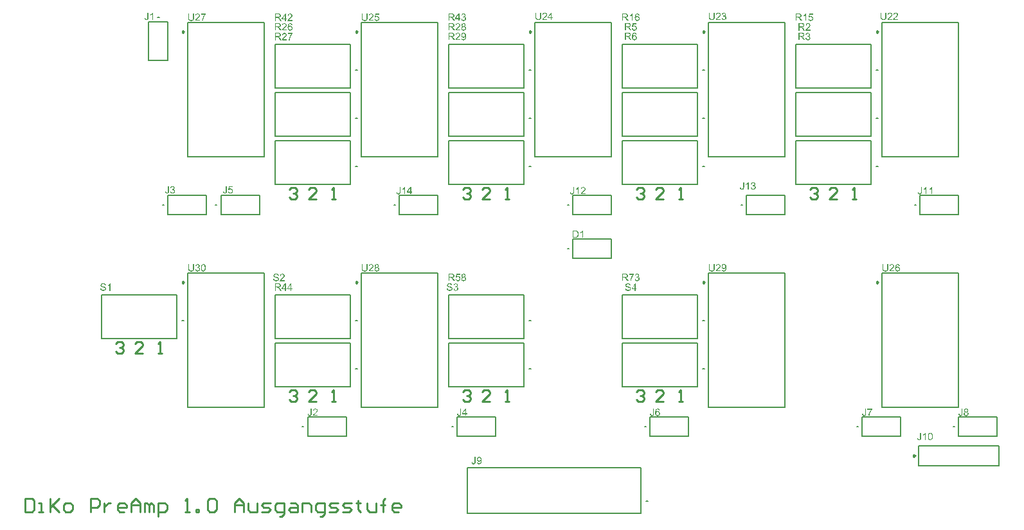
<source format=gto>
G04*
G04 #@! TF.GenerationSoftware,Altium Limited,Altium Designer,20.0.14 (345)*
G04*
G04 Layer_Color=65535*
%FSLAX25Y25*%
%MOIN*%
G70*
G01*
G75*
%ADD10C,0.00787*%
%ADD11C,0.00984*%
%ADD12C,0.00500*%
%ADD13C,0.01000*%
G36*
X378453Y149727D02*
Y149722D01*
Y149702D01*
Y149673D01*
Y149634D01*
X378448Y149584D01*
Y149530D01*
X378443Y149466D01*
X378438Y149402D01*
X378418Y149255D01*
X378398Y149102D01*
X378364Y148954D01*
X378344Y148886D01*
X378320Y148822D01*
Y148817D01*
X378315Y148807D01*
X378305Y148787D01*
X378295Y148767D01*
X378280Y148738D01*
X378261Y148704D01*
X378212Y148630D01*
X378148Y148541D01*
X378069Y148453D01*
X377971Y148359D01*
X377911Y148315D01*
X377852Y148275D01*
X377848D01*
X377838Y148266D01*
X377818Y148256D01*
X377793Y148241D01*
X377759Y148226D01*
X377720Y148212D01*
X377670Y148192D01*
X377616Y148172D01*
X377557Y148152D01*
X377488Y148133D01*
X377419Y148118D01*
X377341Y148103D01*
X377257Y148089D01*
X377168Y148079D01*
X377070Y148074D01*
X376972Y148069D01*
X376922D01*
X376883Y148074D01*
X376839D01*
X376785Y148079D01*
X376726Y148084D01*
X376662Y148093D01*
X376524Y148113D01*
X376381Y148148D01*
X376234Y148192D01*
X376101Y148251D01*
X376096D01*
X376086Y148261D01*
X376066Y148271D01*
X376047Y148285D01*
X375988Y148325D01*
X375914Y148384D01*
X375835Y148458D01*
X375757Y148551D01*
X375683Y148654D01*
X375619Y148777D01*
Y148782D01*
X375614Y148792D01*
X375604Y148812D01*
X375599Y148841D01*
X375584Y148876D01*
X375574Y148920D01*
X375560Y148969D01*
X375550Y149028D01*
X375535Y149092D01*
X375520Y149161D01*
X375511Y149240D01*
X375501Y149323D01*
X375491Y149417D01*
X375481Y149515D01*
X375476Y149619D01*
Y149727D01*
Y151916D01*
X375978D01*
Y149732D01*
Y149727D01*
Y149712D01*
Y149683D01*
Y149653D01*
X375983Y149609D01*
Y149565D01*
X375988Y149511D01*
Y149456D01*
X375998Y149338D01*
X376017Y149215D01*
X376037Y149102D01*
X376052Y149053D01*
X376066Y149004D01*
Y148999D01*
X376071Y148994D01*
X376086Y148964D01*
X376106Y148925D01*
X376140Y148871D01*
X376185Y148817D01*
X376239Y148753D01*
X376303Y148699D01*
X376381Y148644D01*
X376386D01*
X376391Y148640D01*
X376421Y148625D01*
X376470Y148605D01*
X376534Y148585D01*
X376613Y148561D01*
X376706Y148541D01*
X376809Y148527D01*
X376927Y148521D01*
X376982D01*
X377016Y148527D01*
X377060Y148531D01*
X377114Y148536D01*
X377173Y148541D01*
X377233Y148551D01*
X377360Y148581D01*
X377493Y148625D01*
X377552Y148654D01*
X377611Y148689D01*
X377665Y148723D01*
X377715Y148767D01*
X377720Y148773D01*
X377725Y148782D01*
X377734Y148797D01*
X377754Y148817D01*
X377769Y148846D01*
X377788Y148886D01*
X377813Y148930D01*
X377833Y148984D01*
X377857Y149043D01*
X377877Y149112D01*
X377897Y149191D01*
X377916Y149279D01*
X377931Y149378D01*
X377941Y149486D01*
X377946Y149604D01*
X377951Y149732D01*
Y151916D01*
X378453D01*
Y149727D01*
D02*
G37*
G36*
X383289Y151926D02*
X383318D01*
X383358Y151921D01*
X383447Y151907D01*
X383550Y151882D01*
X383663Y151848D01*
X383781Y151798D01*
X383899Y151729D01*
X383904D01*
X383914Y151719D01*
X383929Y151710D01*
X383948Y151695D01*
X384002Y151646D01*
X384071Y151587D01*
X384145Y151503D01*
X384224Y151410D01*
X384298Y151296D01*
X384362Y151164D01*
Y151159D01*
X384366Y151149D01*
X384376Y151124D01*
X384386Y151095D01*
X384401Y151055D01*
X384411Y151011D01*
X384425Y150957D01*
X384445Y150893D01*
X384460Y150819D01*
X384475Y150741D01*
X384485Y150657D01*
X384499Y150558D01*
X384509Y150455D01*
X384519Y150347D01*
X384524Y150229D01*
Y150101D01*
Y150091D01*
Y150071D01*
Y150032D01*
Y149983D01*
X384519Y149919D01*
X384514Y149850D01*
X384509Y149771D01*
X384504Y149683D01*
X384494Y149594D01*
X384485Y149501D01*
X384460Y149304D01*
X384421Y149117D01*
X384396Y149028D01*
X384366Y148945D01*
Y148940D01*
X384362Y148925D01*
X384352Y148905D01*
X384337Y148876D01*
X384322Y148836D01*
X384302Y148797D01*
X384248Y148704D01*
X384185Y148595D01*
X384101Y148487D01*
X384007Y148384D01*
X383894Y148290D01*
X383889D01*
X383879Y148281D01*
X383865Y148271D01*
X383840Y148256D01*
X383810Y148241D01*
X383776Y148221D01*
X383732Y148202D01*
X383687Y148182D01*
X383579Y148138D01*
X383456Y148103D01*
X383318Y148079D01*
X383245Y148074D01*
X383166Y148069D01*
X383122D01*
X383092Y148074D01*
X383053Y148079D01*
X383014Y148084D01*
X382964Y148089D01*
X382910Y148098D01*
X382797Y148128D01*
X382674Y148172D01*
X382615Y148202D01*
X382556Y148236D01*
X382497Y148271D01*
X382443Y148315D01*
X382438Y148320D01*
X382433Y148325D01*
X382418Y148339D01*
X382399Y148359D01*
X382374Y148384D01*
X382349Y148418D01*
X382325Y148453D01*
X382295Y148492D01*
X382266Y148541D01*
X382236Y148590D01*
X382211Y148650D01*
X382182Y148713D01*
X382157Y148777D01*
X382138Y148851D01*
X382123Y148925D01*
X382108Y149009D01*
X382556Y149043D01*
Y149038D01*
X382561Y149028D01*
Y149013D01*
X382566Y148994D01*
X382580Y148935D01*
X382605Y148871D01*
X382630Y148792D01*
X382669Y148718D01*
X382713Y148650D01*
X382768Y148590D01*
X382777Y148585D01*
X382797Y148571D01*
X382832Y148546D01*
X382881Y148521D01*
X382940Y148497D01*
X383009Y148472D01*
X383092Y148458D01*
X383181Y148453D01*
X383215D01*
X383255Y148458D01*
X383309Y148462D01*
X383363Y148477D01*
X383427Y148492D01*
X383491Y148517D01*
X383555Y148546D01*
X383560Y148551D01*
X383584Y148566D01*
X383614Y148585D01*
X383648Y148615D01*
X383693Y148654D01*
X383737Y148699D01*
X383781Y148748D01*
X383820Y148807D01*
X383825Y148817D01*
X383840Y148836D01*
X383855Y148876D01*
X383879Y148925D01*
X383909Y148989D01*
X383939Y149063D01*
X383968Y149151D01*
X383993Y149250D01*
Y149255D01*
X383998Y149265D01*
Y149279D01*
X384002Y149299D01*
X384007Y149323D01*
X384012Y149353D01*
X384027Y149427D01*
X384042Y149511D01*
X384052Y149609D01*
X384056Y149712D01*
X384062Y149820D01*
Y149825D01*
Y149845D01*
Y149874D01*
Y149914D01*
X384056Y149904D01*
X384037Y149880D01*
X384002Y149835D01*
X383958Y149786D01*
X383904Y149727D01*
X383840Y149668D01*
X383761Y149609D01*
X383678Y149555D01*
X383673D01*
X383668Y149550D01*
X383653Y149540D01*
X383633Y149535D01*
X383589Y149511D01*
X383520Y149486D01*
X383447Y149461D01*
X383358Y149437D01*
X383260Y149422D01*
X383156Y149417D01*
X383112D01*
X383078Y149422D01*
X383038Y149427D01*
X382989Y149437D01*
X382940Y149446D01*
X382881Y149461D01*
X382822Y149476D01*
X382758Y149501D01*
X382694Y149525D01*
X382625Y149560D01*
X382556Y149599D01*
X382492Y149643D01*
X382428Y149697D01*
X382364Y149757D01*
X382359Y149761D01*
X382349Y149771D01*
X382334Y149791D01*
X382315Y149820D01*
X382290Y149850D01*
X382261Y149894D01*
X382231Y149943D01*
X382202Y149997D01*
X382172Y150057D01*
X382143Y150126D01*
X382113Y150199D01*
X382088Y150278D01*
X382069Y150362D01*
X382054Y150455D01*
X382044Y150549D01*
X382039Y150652D01*
Y150657D01*
Y150677D01*
Y150706D01*
X382044Y150745D01*
X382049Y150795D01*
X382059Y150854D01*
X382069Y150918D01*
X382084Y150981D01*
X382123Y151129D01*
X382148Y151208D01*
X382182Y151287D01*
X382221Y151360D01*
X382266Y151439D01*
X382315Y151508D01*
X382374Y151577D01*
X382379Y151582D01*
X382389Y151592D01*
X382408Y151611D01*
X382433Y151631D01*
X382467Y151661D01*
X382507Y151690D01*
X382556Y151719D01*
X382610Y151754D01*
X382664Y151788D01*
X382733Y151818D01*
X382802Y151848D01*
X382876Y151877D01*
X382955Y151897D01*
X383043Y151916D01*
X383132Y151926D01*
X383225Y151931D01*
X383260D01*
X383289Y151926D01*
D02*
G37*
G36*
X380435D02*
X380485Y151921D01*
X380539Y151916D01*
X380598Y151907D01*
X380662Y151892D01*
X380800Y151857D01*
X380868Y151833D01*
X380942Y151803D01*
X381016Y151769D01*
X381085Y151725D01*
X381149Y151680D01*
X381213Y151626D01*
X381218Y151621D01*
X381227Y151611D01*
X381242Y151596D01*
X381262Y151572D01*
X381287Y151542D01*
X381316Y151508D01*
X381341Y151469D01*
X381375Y151419D01*
X381405Y151370D01*
X381429Y151311D01*
X381483Y151183D01*
X381503Y151114D01*
X381518Y151041D01*
X381528Y150962D01*
X381533Y150878D01*
Y150868D01*
Y150839D01*
X381528Y150795D01*
X381523Y150735D01*
X381508Y150672D01*
X381493Y150593D01*
X381469Y150514D01*
X381439Y150431D01*
X381434Y150421D01*
X381419Y150391D01*
X381400Y150347D01*
X381365Y150293D01*
X381321Y150224D01*
X381267Y150145D01*
X381203Y150057D01*
X381129Y149968D01*
Y149963D01*
X381119Y149958D01*
X381104Y149943D01*
X381090Y149924D01*
X381065Y149899D01*
X381036Y149870D01*
X381001Y149835D01*
X380957Y149796D01*
X380913Y149751D01*
X380858Y149702D01*
X380800Y149643D01*
X380735Y149584D01*
X380662Y149520D01*
X380588Y149456D01*
X380499Y149382D01*
X380411Y149304D01*
X380406Y149299D01*
X380391Y149289D01*
X380371Y149269D01*
X380342Y149250D01*
X380312Y149220D01*
X380273Y149186D01*
X380189Y149112D01*
X380096Y149033D01*
X380007Y148954D01*
X379968Y148920D01*
X379934Y148886D01*
X379899Y148851D01*
X379874Y148827D01*
X379870Y148822D01*
X379855Y148807D01*
X379835Y148782D01*
X379806Y148748D01*
X379776Y148713D01*
X379742Y148669D01*
X379678Y148581D01*
X381538D01*
Y148133D01*
X379033D01*
Y148143D01*
Y148162D01*
Y148192D01*
X379038Y148236D01*
X379043Y148285D01*
X379053Y148339D01*
X379068Y148394D01*
X379087Y148453D01*
Y148458D01*
X379092Y148462D01*
X379097Y148477D01*
X379107Y148497D01*
X379127Y148546D01*
X379161Y148610D01*
X379205Y148689D01*
X379255Y148773D01*
X379319Y148861D01*
X379392Y148954D01*
X379397Y148959D01*
X379402Y148964D01*
X379417Y148979D01*
X379432Y148999D01*
X379481Y149053D01*
X379550Y149122D01*
X379633Y149205D01*
X379737Y149304D01*
X379860Y149412D01*
X380002Y149530D01*
X380007Y149535D01*
X380027Y149555D01*
X380062Y149579D01*
X380101Y149614D01*
X380150Y149658D01*
X380209Y149707D01*
X380273Y149761D01*
X380337Y149820D01*
X380475Y149948D01*
X380612Y150081D01*
X380677Y150150D01*
X380735Y150214D01*
X380790Y150273D01*
X380834Y150332D01*
X380839Y150337D01*
X380844Y150347D01*
X380854Y150362D01*
X380868Y150381D01*
X380883Y150411D01*
X380903Y150440D01*
X380947Y150514D01*
X380986Y150598D01*
X381021Y150691D01*
X381046Y150795D01*
X381055Y150844D01*
Y150893D01*
Y150898D01*
Y150908D01*
Y150918D01*
X381050Y150937D01*
X381046Y150991D01*
X381031Y151055D01*
X381006Y151129D01*
X380972Y151203D01*
X380923Y151282D01*
X380854Y151356D01*
X380844Y151365D01*
X380819Y151385D01*
X380775Y151415D01*
X380716Y151454D01*
X380642Y151488D01*
X380554Y151518D01*
X380450Y151538D01*
X380337Y151547D01*
X380303D01*
X380283Y151542D01*
X380253D01*
X380219Y151538D01*
X380145Y151523D01*
X380062Y151498D01*
X379968Y151464D01*
X379879Y151415D01*
X379801Y151346D01*
X379791Y151336D01*
X379771Y151311D01*
X379737Y151262D01*
X379702Y151203D01*
X379663Y151119D01*
X379628Y151026D01*
X379609Y150918D01*
X379599Y150790D01*
X379122Y150839D01*
Y150844D01*
X379127Y150864D01*
Y150888D01*
X379132Y150927D01*
X379141Y150972D01*
X379151Y151021D01*
X379166Y151080D01*
X379186Y151139D01*
X379230Y151272D01*
X379259Y151341D01*
X379294Y151405D01*
X379333Y151473D01*
X379378Y151538D01*
X379427Y151596D01*
X379486Y151651D01*
X379491Y151656D01*
X379501Y151661D01*
X379520Y151675D01*
X379545Y151695D01*
X379579Y151715D01*
X379619Y151739D01*
X379663Y151764D01*
X379717Y151793D01*
X379776Y151818D01*
X379840Y151842D01*
X379909Y151867D01*
X379988Y151887D01*
X380066Y151907D01*
X380155Y151921D01*
X380248Y151926D01*
X380347Y151931D01*
X380401D01*
X380435Y151926D01*
D02*
G37*
G36*
X110371D02*
X110406D01*
X110480Y151916D01*
X110568Y151897D01*
X110662Y151877D01*
X110760Y151842D01*
X110859Y151798D01*
X110863D01*
X110868Y151793D01*
X110883Y151784D01*
X110903Y151774D01*
X110947Y151744D01*
X111006Y151705D01*
X111070Y151651D01*
X111139Y151587D01*
X111203Y151518D01*
X111257Y151434D01*
Y151429D01*
X111262Y151424D01*
X111282Y151395D01*
X111301Y151346D01*
X111331Y151287D01*
X111355Y151213D01*
X111380Y151129D01*
X111395Y151041D01*
X111400Y150947D01*
Y150942D01*
Y150937D01*
Y150908D01*
X111395Y150858D01*
X111385Y150800D01*
X111365Y150731D01*
X111346Y150657D01*
X111311Y150578D01*
X111267Y150499D01*
X111262Y150489D01*
X111242Y150465D01*
X111213Y150431D01*
X111169Y150386D01*
X111114Y150332D01*
X111046Y150278D01*
X110967Y150229D01*
X110878Y150180D01*
X110883D01*
X110893Y150175D01*
X110913Y150170D01*
X110932Y150165D01*
X110962Y150155D01*
X110996Y150140D01*
X111070Y150111D01*
X111154Y150066D01*
X111237Y150007D01*
X111326Y149938D01*
X111400Y149855D01*
Y149850D01*
X111410Y149845D01*
X111419Y149830D01*
X111429Y149811D01*
X111444Y149786D01*
X111459Y149761D01*
X111493Y149688D01*
X111528Y149599D01*
X111557Y149496D01*
X111577Y149382D01*
X111587Y149250D01*
Y149245D01*
Y149230D01*
Y149200D01*
X111582Y149166D01*
X111577Y149122D01*
X111567Y149073D01*
X111557Y149019D01*
X111542Y148959D01*
X111523Y148896D01*
X111498Y148827D01*
X111469Y148758D01*
X111434Y148684D01*
X111390Y148615D01*
X111341Y148541D01*
X111287Y148472D01*
X111223Y148408D01*
X111218Y148404D01*
X111208Y148394D01*
X111188Y148379D01*
X111159Y148354D01*
X111124Y148330D01*
X111080Y148300D01*
X111031Y148271D01*
X110977Y148241D01*
X110913Y148207D01*
X110844Y148177D01*
X110770Y148148D01*
X110686Y148123D01*
X110603Y148098D01*
X110509Y148084D01*
X110416Y148074D01*
X110312Y148069D01*
X110263D01*
X110229Y148074D01*
X110189Y148079D01*
X110140Y148084D01*
X110081Y148093D01*
X110022Y148108D01*
X109894Y148143D01*
X109825Y148167D01*
X109757Y148192D01*
X109683Y148226D01*
X109614Y148266D01*
X109550Y148310D01*
X109486Y148364D01*
X109481Y148369D01*
X109471Y148379D01*
X109456Y148394D01*
X109432Y148418D01*
X109407Y148448D01*
X109378Y148482D01*
X109348Y148527D01*
X109314Y148571D01*
X109284Y148625D01*
X109250Y148684D01*
X109220Y148748D01*
X109191Y148817D01*
X109161Y148890D01*
X109142Y148964D01*
X109122Y149048D01*
X109112Y149136D01*
X109574Y149200D01*
Y149196D01*
X109579Y149181D01*
X109584Y149161D01*
X109589Y149136D01*
X109599Y149102D01*
X109609Y149068D01*
X109638Y148979D01*
X109673Y148886D01*
X109722Y148792D01*
X109776Y148699D01*
X109806Y148659D01*
X109840Y148625D01*
X109850Y148620D01*
X109874Y148600D01*
X109914Y148571D01*
X109973Y148541D01*
X110042Y148507D01*
X110120Y148482D01*
X110214Y148462D01*
X110312Y148453D01*
X110347D01*
X110366Y148458D01*
X110396D01*
X110431Y148462D01*
X110504Y148482D01*
X110593Y148507D01*
X110686Y148546D01*
X110780Y148605D01*
X110824Y148640D01*
X110868Y148679D01*
X110873Y148684D01*
X110878Y148689D01*
X110888Y148704D01*
X110903Y148718D01*
X110942Y148767D01*
X110982Y148836D01*
X111021Y148915D01*
X111060Y149013D01*
X111085Y149122D01*
X111095Y149181D01*
Y149240D01*
Y149245D01*
Y149255D01*
Y149269D01*
X111090Y149294D01*
Y149319D01*
X111085Y149353D01*
X111070Y149427D01*
X111046Y149511D01*
X111006Y149599D01*
X110952Y149683D01*
X110923Y149727D01*
X110883Y149766D01*
X110873Y149776D01*
X110844Y149801D01*
X110800Y149830D01*
X110740Y149870D01*
X110662Y149909D01*
X110573Y149938D01*
X110470Y149963D01*
X110352Y149973D01*
X110298D01*
X110263Y149968D01*
X110214Y149963D01*
X110155Y149953D01*
X110091Y149938D01*
X110022Y149924D01*
X110076Y150332D01*
X110086D01*
X110101Y150327D01*
X110126Y150322D01*
X110180D01*
X110199Y150327D01*
X110258Y150332D01*
X110327Y150342D01*
X110411Y150362D01*
X110499Y150386D01*
X110593Y150426D01*
X110681Y150475D01*
X110686D01*
X110691Y150485D01*
X110721Y150504D01*
X110760Y150544D01*
X110804Y150593D01*
X110849Y150662D01*
X110883Y150745D01*
X110913Y150844D01*
X110918Y150898D01*
X110923Y150957D01*
Y150962D01*
Y150967D01*
X110918Y151001D01*
X110913Y151046D01*
X110903Y151104D01*
X110878Y151169D01*
X110849Y151237D01*
X110804Y151311D01*
X110745Y151375D01*
X110735Y151385D01*
X110716Y151405D01*
X110677Y151429D01*
X110627Y151464D01*
X110563Y151493D01*
X110485Y151523D01*
X110401Y151542D01*
X110303Y151547D01*
X110278D01*
X110258Y151542D01*
X110204Y151538D01*
X110140Y151528D01*
X110071Y151503D01*
X109993Y151473D01*
X109919Y151434D01*
X109845Y151375D01*
X109835Y151365D01*
X109816Y151346D01*
X109786Y151306D01*
X109751Y151247D01*
X109712Y151178D01*
X109673Y151090D01*
X109643Y150987D01*
X109619Y150868D01*
X109156Y150952D01*
Y150957D01*
X109161Y150972D01*
X109166Y150996D01*
X109176Y151031D01*
X109186Y151065D01*
X109201Y151114D01*
X109215Y151164D01*
X109235Y151218D01*
X109289Y151331D01*
X109353Y151449D01*
X109437Y151567D01*
X109486Y151621D01*
X109540Y151670D01*
X109545Y151675D01*
X109555Y151680D01*
X109570Y151695D01*
X109594Y151710D01*
X109624Y151729D01*
X109658Y151754D01*
X109702Y151779D01*
X109747Y151803D01*
X109801Y151823D01*
X109855Y151848D01*
X109983Y151892D01*
X110130Y151921D01*
X110209Y151926D01*
X110293Y151931D01*
X110347D01*
X110371Y151926D01*
D02*
G37*
G36*
X108463Y149727D02*
Y149722D01*
Y149702D01*
Y149673D01*
Y149634D01*
X108458Y149584D01*
Y149530D01*
X108453Y149466D01*
X108448Y149402D01*
X108428Y149255D01*
X108408Y149102D01*
X108374Y148954D01*
X108354Y148886D01*
X108330Y148822D01*
Y148817D01*
X108325Y148807D01*
X108315Y148787D01*
X108305Y148767D01*
X108290Y148738D01*
X108271Y148704D01*
X108221Y148630D01*
X108158Y148541D01*
X108079Y148453D01*
X107980Y148359D01*
X107921Y148315D01*
X107862Y148275D01*
X107857D01*
X107847Y148266D01*
X107828Y148256D01*
X107803Y148241D01*
X107769Y148226D01*
X107729Y148212D01*
X107680Y148192D01*
X107626Y148172D01*
X107567Y148152D01*
X107498Y148133D01*
X107429Y148118D01*
X107351Y148103D01*
X107267Y148089D01*
X107178Y148079D01*
X107080Y148074D01*
X106982Y148069D01*
X106932D01*
X106893Y148074D01*
X106849D01*
X106795Y148079D01*
X106736Y148084D01*
X106672Y148093D01*
X106534Y148113D01*
X106391Y148148D01*
X106244Y148192D01*
X106111Y148251D01*
X106106D01*
X106096Y148261D01*
X106076Y148271D01*
X106057Y148285D01*
X105998Y148325D01*
X105924Y148384D01*
X105845Y148458D01*
X105766Y148551D01*
X105693Y148654D01*
X105629Y148777D01*
Y148782D01*
X105624Y148792D01*
X105614Y148812D01*
X105609Y148841D01*
X105594Y148876D01*
X105584Y148920D01*
X105570Y148969D01*
X105560Y149028D01*
X105545Y149092D01*
X105530Y149161D01*
X105520Y149240D01*
X105510Y149323D01*
X105501Y149417D01*
X105491Y149515D01*
X105486Y149619D01*
Y149727D01*
Y151916D01*
X105988D01*
Y149732D01*
Y149727D01*
Y149712D01*
Y149683D01*
Y149653D01*
X105993Y149609D01*
Y149565D01*
X105998Y149511D01*
Y149456D01*
X106007Y149338D01*
X106027Y149215D01*
X106047Y149102D01*
X106061Y149053D01*
X106076Y149004D01*
Y148999D01*
X106081Y148994D01*
X106096Y148964D01*
X106116Y148925D01*
X106150Y148871D01*
X106194Y148817D01*
X106248Y148753D01*
X106313Y148699D01*
X106391Y148644D01*
X106396D01*
X106401Y148640D01*
X106430Y148625D01*
X106480Y148605D01*
X106544Y148585D01*
X106622Y148561D01*
X106716Y148541D01*
X106819Y148527D01*
X106937Y148521D01*
X106991D01*
X107026Y148527D01*
X107070Y148531D01*
X107124Y148536D01*
X107183Y148541D01*
X107242Y148551D01*
X107370Y148581D01*
X107503Y148625D01*
X107562Y148654D01*
X107621Y148689D01*
X107675Y148723D01*
X107724Y148767D01*
X107729Y148773D01*
X107734Y148782D01*
X107744Y148797D01*
X107764Y148817D01*
X107779Y148846D01*
X107798Y148886D01*
X107823Y148930D01*
X107843Y148984D01*
X107867Y149043D01*
X107887Y149112D01*
X107906Y149191D01*
X107926Y149279D01*
X107941Y149378D01*
X107951Y149486D01*
X107956Y149604D01*
X107961Y149732D01*
Y151916D01*
X108463D01*
Y149727D01*
D02*
G37*
G36*
X113358Y151926D02*
X113387D01*
X113461Y151916D01*
X113545Y151902D01*
X113633Y151877D01*
X113727Y151848D01*
X113815Y151808D01*
X113820D01*
X113825Y151803D01*
X113855Y151784D01*
X113894Y151759D01*
X113948Y151719D01*
X114007Y151665D01*
X114071Y151606D01*
X114135Y151538D01*
X114194Y151454D01*
Y151449D01*
X114199Y151444D01*
X114209Y151429D01*
X114219Y151415D01*
X114243Y151365D01*
X114278Y151296D01*
X114317Y151213D01*
X114357Y151119D01*
X114391Y151006D01*
X114426Y150888D01*
Y150883D01*
X114430Y150873D01*
X114435Y150854D01*
X114440Y150829D01*
X114445Y150795D01*
X114455Y150755D01*
X114460Y150706D01*
X114470Y150652D01*
X114480Y150593D01*
X114485Y150524D01*
X114494Y150455D01*
X114499Y150372D01*
X114504Y150288D01*
X114509Y150199D01*
X114514Y150101D01*
Y149997D01*
Y149988D01*
Y149968D01*
Y149934D01*
Y149884D01*
X114509Y149830D01*
Y149766D01*
X114504Y149692D01*
X114499Y149614D01*
X114480Y149442D01*
X114455Y149259D01*
X114421Y149082D01*
X114401Y148999D01*
X114376Y148920D01*
Y148915D01*
X114371Y148900D01*
X114362Y148881D01*
X114352Y148851D01*
X114337Y148817D01*
X114317Y148777D01*
X114273Y148689D01*
X114214Y148585D01*
X114145Y148482D01*
X114061Y148379D01*
X113963Y148290D01*
X113958D01*
X113953Y148281D01*
X113934Y148271D01*
X113914Y148256D01*
X113889Y148241D01*
X113855Y148221D01*
X113820Y148202D01*
X113776Y148182D01*
X113678Y148138D01*
X113560Y148103D01*
X113427Y148079D01*
X113353Y148074D01*
X113279Y148069D01*
X113255D01*
X113225Y148074D01*
X113191D01*
X113141Y148079D01*
X113092Y148089D01*
X113033Y148103D01*
X112969Y148118D01*
X112900Y148138D01*
X112831Y148162D01*
X112758Y148197D01*
X112684Y148231D01*
X112615Y148275D01*
X112546Y148330D01*
X112482Y148389D01*
X112418Y148458D01*
X112413Y148462D01*
X112403Y148482D01*
X112384Y148507D01*
X112359Y148546D01*
X112335Y148600D01*
X112300Y148664D01*
X112271Y148738D01*
X112236Y148827D01*
X112202Y148930D01*
X112167Y149043D01*
X112133Y149166D01*
X112108Y149309D01*
X112084Y149461D01*
X112064Y149624D01*
X112054Y149806D01*
X112049Y149997D01*
Y150007D01*
Y150027D01*
Y150062D01*
Y150111D01*
X112054Y150165D01*
X112059Y150229D01*
Y150303D01*
X112069Y150381D01*
X112084Y150554D01*
X112108Y150735D01*
X112143Y150913D01*
X112162Y150996D01*
X112187Y151075D01*
Y151080D01*
X112192Y151095D01*
X112202Y151114D01*
X112212Y151144D01*
X112226Y151178D01*
X112246Y151218D01*
X112290Y151311D01*
X112349Y151410D01*
X112418Y151518D01*
X112502Y151621D01*
X112595Y151710D01*
X112600Y151715D01*
X112610Y151719D01*
X112625Y151729D01*
X112645Y151744D01*
X112669Y151759D01*
X112704Y151779D01*
X112738Y151798D01*
X112782Y151823D01*
X112881Y151862D01*
X112999Y151897D01*
X113132Y151921D01*
X113205Y151931D01*
X113328D01*
X113358Y151926D01*
D02*
G37*
G36*
X198453Y149727D02*
Y149722D01*
Y149702D01*
Y149673D01*
Y149634D01*
X198448Y149584D01*
Y149530D01*
X198443Y149466D01*
X198438Y149402D01*
X198418Y149255D01*
X198398Y149102D01*
X198364Y148954D01*
X198344Y148886D01*
X198320Y148822D01*
Y148817D01*
X198315Y148807D01*
X198305Y148787D01*
X198295Y148767D01*
X198281Y148738D01*
X198261Y148704D01*
X198212Y148630D01*
X198148Y148541D01*
X198069Y148453D01*
X197970Y148359D01*
X197912Y148315D01*
X197852Y148275D01*
X197847D01*
X197838Y148266D01*
X197818Y148256D01*
X197793Y148241D01*
X197759Y148226D01*
X197720Y148212D01*
X197670Y148192D01*
X197616Y148172D01*
X197557Y148152D01*
X197488Y148133D01*
X197420Y148118D01*
X197341Y148103D01*
X197257Y148089D01*
X197169Y148079D01*
X197070Y148074D01*
X196972Y148069D01*
X196923D01*
X196883Y148074D01*
X196839D01*
X196785Y148079D01*
X196726Y148084D01*
X196662Y148093D01*
X196524Y148113D01*
X196381Y148148D01*
X196234Y148192D01*
X196101Y148251D01*
X196096D01*
X196086Y148261D01*
X196066Y148271D01*
X196047Y148285D01*
X195988Y148325D01*
X195914Y148384D01*
X195835Y148458D01*
X195756Y148551D01*
X195683Y148654D01*
X195619Y148777D01*
Y148782D01*
X195614Y148792D01*
X195604Y148812D01*
X195599Y148841D01*
X195584Y148876D01*
X195574Y148920D01*
X195560Y148969D01*
X195550Y149028D01*
X195535Y149092D01*
X195520Y149161D01*
X195510Y149240D01*
X195501Y149323D01*
X195491Y149417D01*
X195481Y149515D01*
X195476Y149619D01*
Y149727D01*
Y151916D01*
X195978D01*
Y149732D01*
Y149727D01*
Y149712D01*
Y149683D01*
Y149653D01*
X195983Y149609D01*
Y149565D01*
X195988Y149511D01*
Y149456D01*
X195998Y149338D01*
X196017Y149215D01*
X196037Y149102D01*
X196052Y149053D01*
X196066Y149004D01*
Y148999D01*
X196071Y148994D01*
X196086Y148964D01*
X196106Y148925D01*
X196140Y148871D01*
X196185Y148817D01*
X196239Y148753D01*
X196303Y148699D01*
X196381Y148644D01*
X196386D01*
X196391Y148640D01*
X196421Y148625D01*
X196470Y148605D01*
X196534Y148585D01*
X196613Y148561D01*
X196706Y148541D01*
X196809Y148527D01*
X196927Y148521D01*
X196982D01*
X197016Y148527D01*
X197060Y148531D01*
X197114Y148536D01*
X197174Y148541D01*
X197232Y148551D01*
X197360Y148581D01*
X197493Y148625D01*
X197552Y148654D01*
X197611Y148689D01*
X197666Y148723D01*
X197715Y148767D01*
X197720Y148773D01*
X197724Y148782D01*
X197734Y148797D01*
X197754Y148817D01*
X197769Y148846D01*
X197789Y148886D01*
X197813Y148930D01*
X197833Y148984D01*
X197857Y149043D01*
X197877Y149112D01*
X197897Y149191D01*
X197916Y149279D01*
X197931Y149378D01*
X197941Y149486D01*
X197946Y149604D01*
X197951Y149732D01*
Y151916D01*
X198453D01*
Y149727D01*
D02*
G37*
G36*
X200435Y151926D02*
X200485Y151921D01*
X200539Y151916D01*
X200598Y151907D01*
X200662Y151892D01*
X200799Y151857D01*
X200868Y151833D01*
X200942Y151803D01*
X201016Y151769D01*
X201085Y151725D01*
X201149Y151680D01*
X201213Y151626D01*
X201218Y151621D01*
X201227Y151611D01*
X201242Y151596D01*
X201262Y151572D01*
X201287Y151542D01*
X201316Y151508D01*
X201341Y151469D01*
X201375Y151419D01*
X201405Y151370D01*
X201429Y151311D01*
X201483Y151183D01*
X201503Y151114D01*
X201518Y151041D01*
X201528Y150962D01*
X201533Y150878D01*
Y150868D01*
Y150839D01*
X201528Y150795D01*
X201523Y150735D01*
X201508Y150672D01*
X201493Y150593D01*
X201469Y150514D01*
X201439Y150431D01*
X201434Y150421D01*
X201419Y150391D01*
X201400Y150347D01*
X201365Y150293D01*
X201321Y150224D01*
X201267Y150145D01*
X201203Y150057D01*
X201129Y149968D01*
Y149963D01*
X201119Y149958D01*
X201104Y149943D01*
X201090Y149924D01*
X201065Y149899D01*
X201036Y149870D01*
X201001Y149835D01*
X200957Y149796D01*
X200913Y149751D01*
X200858Y149702D01*
X200799Y149643D01*
X200735Y149584D01*
X200662Y149520D01*
X200588Y149456D01*
X200499Y149382D01*
X200411Y149304D01*
X200406Y149299D01*
X200391Y149289D01*
X200372Y149269D01*
X200342Y149250D01*
X200312Y149220D01*
X200273Y149186D01*
X200189Y149112D01*
X200096Y149033D01*
X200007Y148954D01*
X199968Y148920D01*
X199934Y148886D01*
X199899Y148851D01*
X199874Y148827D01*
X199870Y148822D01*
X199855Y148807D01*
X199835Y148782D01*
X199806Y148748D01*
X199776Y148713D01*
X199742Y148669D01*
X199678Y148581D01*
X201537D01*
Y148133D01*
X199033D01*
Y148143D01*
Y148162D01*
Y148192D01*
X199038Y148236D01*
X199043Y148285D01*
X199053Y148339D01*
X199068Y148394D01*
X199087Y148453D01*
Y148458D01*
X199092Y148462D01*
X199097Y148477D01*
X199107Y148497D01*
X199127Y148546D01*
X199161Y148610D01*
X199205Y148689D01*
X199255Y148773D01*
X199319Y148861D01*
X199392Y148954D01*
X199397Y148959D01*
X199402Y148964D01*
X199417Y148979D01*
X199432Y148999D01*
X199481Y149053D01*
X199550Y149122D01*
X199634Y149205D01*
X199737Y149304D01*
X199860Y149412D01*
X200003Y149530D01*
X200007Y149535D01*
X200027Y149555D01*
X200061Y149579D01*
X200101Y149614D01*
X200150Y149658D01*
X200209Y149707D01*
X200273Y149761D01*
X200337Y149820D01*
X200475Y149948D01*
X200612Y150081D01*
X200676Y150150D01*
X200735Y150214D01*
X200790Y150273D01*
X200834Y150332D01*
X200839Y150337D01*
X200844Y150347D01*
X200854Y150362D01*
X200868Y150381D01*
X200883Y150411D01*
X200903Y150440D01*
X200947Y150514D01*
X200987Y150598D01*
X201021Y150691D01*
X201045Y150795D01*
X201055Y150844D01*
Y150893D01*
Y150898D01*
Y150908D01*
Y150918D01*
X201050Y150937D01*
X201045Y150991D01*
X201031Y151055D01*
X201006Y151129D01*
X200972Y151203D01*
X200922Y151282D01*
X200854Y151356D01*
X200844Y151365D01*
X200819Y151385D01*
X200775Y151415D01*
X200716Y151454D01*
X200642Y151488D01*
X200553Y151518D01*
X200450Y151538D01*
X200337Y151547D01*
X200303D01*
X200283Y151542D01*
X200253D01*
X200219Y151538D01*
X200145Y151523D01*
X200061Y151498D01*
X199968Y151464D01*
X199880Y151415D01*
X199801Y151346D01*
X199791Y151336D01*
X199771Y151311D01*
X199737Y151262D01*
X199702Y151203D01*
X199663Y151119D01*
X199628Y151026D01*
X199609Y150918D01*
X199599Y150790D01*
X199122Y150839D01*
Y150844D01*
X199127Y150864D01*
Y150888D01*
X199132Y150927D01*
X199142Y150972D01*
X199151Y151021D01*
X199166Y151080D01*
X199186Y151139D01*
X199230Y151272D01*
X199259Y151341D01*
X199294Y151405D01*
X199333Y151473D01*
X199378Y151538D01*
X199427Y151596D01*
X199486Y151651D01*
X199491Y151656D01*
X199501Y151661D01*
X199520Y151675D01*
X199545Y151695D01*
X199579Y151715D01*
X199619Y151739D01*
X199663Y151764D01*
X199717Y151793D01*
X199776Y151818D01*
X199840Y151842D01*
X199909Y151867D01*
X199988Y151887D01*
X200066Y151907D01*
X200155Y151921D01*
X200249Y151926D01*
X200347Y151931D01*
X200401D01*
X200435Y151926D01*
D02*
G37*
G36*
X203353D02*
X203392Y151921D01*
X203442Y151916D01*
X203496Y151907D01*
X203555Y151897D01*
X203683Y151862D01*
X203747Y151838D01*
X203816Y151808D01*
X203879Y151774D01*
X203948Y151739D01*
X204007Y151690D01*
X204066Y151641D01*
X204071Y151636D01*
X204081Y151626D01*
X204096Y151611D01*
X204116Y151592D01*
X204135Y151562D01*
X204165Y151528D01*
X204189Y151488D01*
X204219Y151449D01*
X204273Y151346D01*
X204322Y151227D01*
X204342Y151159D01*
X204357Y151090D01*
X204366Y151016D01*
X204371Y150942D01*
Y150937D01*
Y150932D01*
Y150918D01*
Y150898D01*
X204366Y150849D01*
X204352Y150785D01*
X204337Y150711D01*
X204312Y150637D01*
X204278Y150558D01*
X204229Y150480D01*
X204224Y150470D01*
X204204Y150450D01*
X204170Y150416D01*
X204125Y150372D01*
X204066Y150322D01*
X203993Y150273D01*
X203909Y150224D01*
X203811Y150180D01*
X203816D01*
X203825Y150175D01*
X203845Y150170D01*
X203870Y150160D01*
X203899Y150145D01*
X203929Y150130D01*
X204007Y150091D01*
X204096Y150042D01*
X204185Y149978D01*
X204268Y149904D01*
X204342Y149815D01*
Y149811D01*
X204352Y149806D01*
X204357Y149791D01*
X204371Y149771D01*
X204386Y149747D01*
X204401Y149717D01*
X204435Y149648D01*
X204465Y149560D01*
X204494Y149456D01*
X204514Y149338D01*
X204524Y149210D01*
Y149205D01*
Y149191D01*
Y149166D01*
X204519Y149132D01*
X204514Y149087D01*
X204504Y149038D01*
X204494Y148989D01*
X204480Y148930D01*
X204465Y148866D01*
X204440Y148802D01*
X204411Y148733D01*
X204381Y148664D01*
X204337Y148595D01*
X204293Y148527D01*
X204239Y148462D01*
X204180Y148398D01*
X204175Y148394D01*
X204165Y148384D01*
X204145Y148369D01*
X204116Y148349D01*
X204081Y148320D01*
X204042Y148295D01*
X203993Y148266D01*
X203939Y148236D01*
X203874Y148202D01*
X203811Y148172D01*
X203737Y148148D01*
X203653Y148123D01*
X203570Y148098D01*
X203476Y148084D01*
X203382Y148074D01*
X203279Y148069D01*
X203225D01*
X203186Y148074D01*
X203136Y148079D01*
X203082Y148089D01*
X203023Y148098D01*
X202955Y148108D01*
X202812Y148148D01*
X202738Y148177D01*
X202659Y148207D01*
X202586Y148246D01*
X202512Y148290D01*
X202443Y148339D01*
X202374Y148398D01*
X202369Y148404D01*
X202359Y148413D01*
X202344Y148433D01*
X202320Y148458D01*
X202295Y148492D01*
X202266Y148531D01*
X202236Y148576D01*
X202207Y148625D01*
X202172Y148684D01*
X202143Y148743D01*
X202113Y148812D01*
X202088Y148886D01*
X202064Y148964D01*
X202049Y149048D01*
X202039Y149136D01*
X202034Y149225D01*
Y149230D01*
Y149240D01*
Y149259D01*
X202039Y149289D01*
Y149319D01*
X202044Y149353D01*
X202059Y149442D01*
X202079Y149540D01*
X202113Y149638D01*
X202157Y149742D01*
X202221Y149840D01*
Y149845D01*
X202231Y149850D01*
X202256Y149880D01*
X202300Y149924D01*
X202359Y149978D01*
X202433Y150032D01*
X202526Y150091D01*
X202630Y150140D01*
X202753Y150180D01*
X202748D01*
X202738Y150185D01*
X202723Y150189D01*
X202703Y150199D01*
X202654Y150224D01*
X202590Y150258D01*
X202521Y150303D01*
X202448Y150352D01*
X202384Y150416D01*
X202325Y150485D01*
X202320Y150495D01*
X202305Y150519D01*
X202280Y150563D01*
X202256Y150618D01*
X202231Y150686D01*
X202207Y150765D01*
X202192Y150854D01*
X202187Y150952D01*
Y150957D01*
Y150972D01*
Y150991D01*
X202192Y151021D01*
X202197Y151055D01*
X202202Y151100D01*
X202226Y151193D01*
X202261Y151301D01*
X202285Y151360D01*
X202310Y151419D01*
X202344Y151479D01*
X202384Y151538D01*
X202428Y151592D01*
X202482Y151646D01*
X202487Y151651D01*
X202497Y151661D01*
X202512Y151670D01*
X202536Y151690D01*
X202566Y151710D01*
X202600Y151734D01*
X202644Y151764D01*
X202694Y151788D01*
X202743Y151813D01*
X202802Y151842D01*
X202871Y151867D01*
X202940Y151887D01*
X203013Y151907D01*
X203092Y151921D01*
X203181Y151926D01*
X203269Y151931D01*
X203319D01*
X203353Y151926D01*
D02*
G37*
G36*
X108458Y279727D02*
Y279722D01*
Y279702D01*
Y279673D01*
Y279633D01*
X108453Y279584D01*
Y279530D01*
X108448Y279466D01*
X108443Y279402D01*
X108423Y279255D01*
X108404Y279102D01*
X108369Y278955D01*
X108349Y278886D01*
X108325Y278822D01*
Y278817D01*
X108320Y278807D01*
X108310Y278787D01*
X108300Y278767D01*
X108285Y278738D01*
X108266Y278704D01*
X108217Y278630D01*
X108152Y278541D01*
X108074Y278453D01*
X107975Y278359D01*
X107916Y278315D01*
X107857Y278275D01*
X107852D01*
X107843Y278266D01*
X107823Y278256D01*
X107798Y278241D01*
X107764Y278226D01*
X107724Y278212D01*
X107675Y278192D01*
X107621Y278172D01*
X107562Y278152D01*
X107493Y278133D01*
X107424Y278118D01*
X107346Y278103D01*
X107262Y278089D01*
X107174Y278079D01*
X107075Y278074D01*
X106977Y278069D01*
X106928D01*
X106888Y278074D01*
X106844D01*
X106790Y278079D01*
X106731Y278084D01*
X106667Y278094D01*
X106529Y278113D01*
X106386Y278148D01*
X106239Y278192D01*
X106106Y278251D01*
X106101D01*
X106091Y278261D01*
X106071Y278271D01*
X106052Y278285D01*
X105993Y278325D01*
X105919Y278384D01*
X105840Y278458D01*
X105761Y278551D01*
X105688Y278654D01*
X105624Y278777D01*
Y278782D01*
X105619Y278792D01*
X105609Y278812D01*
X105604Y278841D01*
X105589Y278876D01*
X105579Y278920D01*
X105565Y278969D01*
X105555Y279028D01*
X105540Y279092D01*
X105525Y279161D01*
X105515Y279240D01*
X105506Y279324D01*
X105496Y279417D01*
X105486Y279515D01*
X105481Y279619D01*
Y279727D01*
Y281916D01*
X105983D01*
Y279732D01*
Y279727D01*
Y279712D01*
Y279683D01*
Y279653D01*
X105988Y279609D01*
Y279565D01*
X105993Y279510D01*
Y279456D01*
X106002Y279338D01*
X106022Y279215D01*
X106042Y279102D01*
X106057Y279053D01*
X106071Y279004D01*
Y278999D01*
X106076Y278994D01*
X106091Y278964D01*
X106111Y278925D01*
X106145Y278871D01*
X106190Y278817D01*
X106244Y278753D01*
X106307Y278699D01*
X106386Y278644D01*
X106391D01*
X106396Y278640D01*
X106426Y278625D01*
X106475Y278605D01*
X106539Y278586D01*
X106617Y278561D01*
X106711Y278541D01*
X106814Y278526D01*
X106932Y278521D01*
X106986D01*
X107021Y278526D01*
X107065Y278531D01*
X107119Y278536D01*
X107178Y278541D01*
X107237Y278551D01*
X107365Y278581D01*
X107498Y278625D01*
X107557Y278654D01*
X107616Y278689D01*
X107670Y278723D01*
X107720Y278767D01*
X107724Y278772D01*
X107729Y278782D01*
X107739Y278797D01*
X107759Y278817D01*
X107774Y278846D01*
X107793Y278886D01*
X107818Y278930D01*
X107838Y278984D01*
X107862Y279043D01*
X107882Y279112D01*
X107902Y279191D01*
X107921Y279279D01*
X107936Y279378D01*
X107946Y279486D01*
X107951Y279604D01*
X107956Y279732D01*
Y281916D01*
X108458D01*
Y279727D01*
D02*
G37*
G36*
X114519Y281503D02*
X114514Y281498D01*
X114504Y281483D01*
X114485Y281464D01*
X114455Y281434D01*
X114426Y281395D01*
X114386Y281346D01*
X114342Y281292D01*
X114293Y281233D01*
X114239Y281164D01*
X114184Y281085D01*
X114125Y281001D01*
X114061Y280908D01*
X113997Y280814D01*
X113934Y280706D01*
X113870Y280598D01*
X113801Y280480D01*
X113796Y280475D01*
X113786Y280450D01*
X113766Y280416D01*
X113742Y280371D01*
X113712Y280312D01*
X113683Y280243D01*
X113643Y280165D01*
X113604Y280076D01*
X113560Y279983D01*
X113515Y279879D01*
X113471Y279771D01*
X113427Y279658D01*
X113338Y279422D01*
X113259Y279171D01*
Y279166D01*
X113255Y279151D01*
X113245Y279122D01*
X113235Y279087D01*
X113225Y279043D01*
X113210Y278989D01*
X113200Y278930D01*
X113186Y278861D01*
X113171Y278787D01*
X113151Y278709D01*
X113136Y278620D01*
X113127Y278531D01*
X113102Y278340D01*
X113082Y278133D01*
X112605D01*
Y278138D01*
Y278152D01*
Y278177D01*
X112610Y278212D01*
Y278256D01*
X112615Y278305D01*
X112620Y278364D01*
X112630Y278433D01*
X112640Y278507D01*
X112649Y278590D01*
X112664Y278679D01*
X112679Y278772D01*
X112699Y278871D01*
X112723Y278979D01*
X112748Y279087D01*
X112777Y279205D01*
Y279215D01*
X112787Y279235D01*
X112797Y279269D01*
X112807Y279314D01*
X112827Y279373D01*
X112846Y279437D01*
X112871Y279510D01*
X112900Y279594D01*
X112930Y279688D01*
X112969Y279781D01*
X113048Y279988D01*
X113146Y280204D01*
X113255Y280426D01*
X113259Y280431D01*
X113269Y280450D01*
X113284Y280485D01*
X113309Y280524D01*
X113338Y280573D01*
X113373Y280632D01*
X113412Y280701D01*
X113456Y280770D01*
X113555Y280927D01*
X113668Y281095D01*
X113796Y281262D01*
X113924Y281419D01*
X112074D01*
Y281867D01*
X114519D01*
Y281503D01*
D02*
G37*
G36*
X110440Y281926D02*
X110489Y281921D01*
X110544Y281916D01*
X110603Y281907D01*
X110667Y281892D01*
X110804Y281857D01*
X110873Y281833D01*
X110947Y281803D01*
X111021Y281769D01*
X111090Y281725D01*
X111154Y281680D01*
X111218Y281626D01*
X111223Y281621D01*
X111232Y281611D01*
X111247Y281596D01*
X111267Y281572D01*
X111292Y281542D01*
X111321Y281508D01*
X111346Y281469D01*
X111380Y281419D01*
X111410Y281370D01*
X111434Y281311D01*
X111488Y281183D01*
X111508Y281114D01*
X111523Y281041D01*
X111533Y280962D01*
X111538Y280878D01*
Y280868D01*
Y280839D01*
X111533Y280795D01*
X111528Y280735D01*
X111513Y280672D01*
X111498Y280593D01*
X111474Y280514D01*
X111444Y280431D01*
X111439Y280421D01*
X111424Y280391D01*
X111405Y280347D01*
X111370Y280293D01*
X111326Y280224D01*
X111272Y280145D01*
X111208Y280057D01*
X111134Y279968D01*
Y279963D01*
X111124Y279958D01*
X111109Y279943D01*
X111095Y279924D01*
X111070Y279899D01*
X111041Y279870D01*
X111006Y279835D01*
X110962Y279796D01*
X110918Y279751D01*
X110863Y279702D01*
X110804Y279643D01*
X110740Y279584D01*
X110667Y279520D01*
X110593Y279456D01*
X110504Y279382D01*
X110416Y279304D01*
X110411Y279299D01*
X110396Y279289D01*
X110376Y279269D01*
X110347Y279250D01*
X110317Y279220D01*
X110278Y279186D01*
X110194Y279112D01*
X110101Y279033D01*
X110012Y278955D01*
X109973Y278920D01*
X109939Y278886D01*
X109904Y278851D01*
X109880Y278827D01*
X109874Y278822D01*
X109860Y278807D01*
X109840Y278782D01*
X109811Y278748D01*
X109781Y278713D01*
X109747Y278669D01*
X109683Y278581D01*
X111542D01*
Y278133D01*
X109038D01*
Y278143D01*
Y278162D01*
Y278192D01*
X109043Y278236D01*
X109048Y278285D01*
X109058Y278340D01*
X109073Y278394D01*
X109092Y278453D01*
Y278458D01*
X109097Y278463D01*
X109102Y278477D01*
X109112Y278497D01*
X109132Y278546D01*
X109166Y278610D01*
X109210Y278689D01*
X109259Y278772D01*
X109324Y278861D01*
X109397Y278955D01*
X109402Y278959D01*
X109407Y278964D01*
X109422Y278979D01*
X109437Y278999D01*
X109486Y279053D01*
X109555Y279122D01*
X109638Y279205D01*
X109742Y279304D01*
X109865Y279412D01*
X110007Y279530D01*
X110012Y279535D01*
X110032Y279555D01*
X110066Y279579D01*
X110106Y279614D01*
X110155Y279658D01*
X110214Y279707D01*
X110278Y279761D01*
X110342Y279820D01*
X110480Y279948D01*
X110617Y280081D01*
X110681Y280150D01*
X110740Y280214D01*
X110795Y280273D01*
X110839Y280332D01*
X110844Y280337D01*
X110849Y280347D01*
X110859Y280362D01*
X110873Y280381D01*
X110888Y280411D01*
X110908Y280440D01*
X110952Y280514D01*
X110991Y280598D01*
X111026Y280691D01*
X111050Y280795D01*
X111060Y280844D01*
Y280893D01*
Y280898D01*
Y280908D01*
Y280918D01*
X111055Y280937D01*
X111050Y280991D01*
X111036Y281055D01*
X111011Y281129D01*
X110977Y281203D01*
X110927Y281282D01*
X110859Y281356D01*
X110849Y281365D01*
X110824Y281385D01*
X110780Y281415D01*
X110721Y281454D01*
X110647Y281488D01*
X110558Y281518D01*
X110455Y281538D01*
X110342Y281547D01*
X110308D01*
X110288Y281542D01*
X110258D01*
X110224Y281538D01*
X110150Y281523D01*
X110066Y281498D01*
X109973Y281464D01*
X109884Y281415D01*
X109806Y281346D01*
X109796Y281336D01*
X109776Y281311D01*
X109742Y281262D01*
X109707Y281203D01*
X109668Y281119D01*
X109634Y281026D01*
X109614Y280918D01*
X109604Y280790D01*
X109127Y280839D01*
Y280844D01*
X109132Y280863D01*
Y280888D01*
X109136Y280927D01*
X109146Y280972D01*
X109156Y281021D01*
X109171Y281080D01*
X109191Y281139D01*
X109235Y281272D01*
X109265Y281341D01*
X109299Y281405D01*
X109338Y281473D01*
X109382Y281538D01*
X109432Y281596D01*
X109491Y281651D01*
X109496Y281656D01*
X109505Y281661D01*
X109525Y281675D01*
X109550Y281695D01*
X109584Y281715D01*
X109624Y281739D01*
X109668Y281764D01*
X109722Y281793D01*
X109781Y281818D01*
X109845Y281842D01*
X109914Y281867D01*
X109993Y281887D01*
X110071Y281907D01*
X110160Y281921D01*
X110253Y281926D01*
X110352Y281931D01*
X110406D01*
X110440Y281926D01*
D02*
G37*
G36*
X333598Y141951D02*
X333637D01*
X333686Y141946D01*
X333740Y141941D01*
X333854Y141921D01*
X333977Y141897D01*
X334105Y141862D01*
X334228Y141818D01*
X334232D01*
X334242Y141813D01*
X334257Y141803D01*
X334282Y141793D01*
X334341Y141759D01*
X334410Y141715D01*
X334493Y141660D01*
X334572Y141592D01*
X334656Y141508D01*
X334724Y141414D01*
Y141410D01*
X334734Y141405D01*
X334739Y141390D01*
X334754Y141370D01*
X334764Y141346D01*
X334779Y141316D01*
X334813Y141242D01*
X334847Y141154D01*
X334877Y141055D01*
X334902Y140942D01*
X334911Y140824D01*
X334429Y140790D01*
Y140795D01*
Y140804D01*
X334424Y140824D01*
X334419Y140849D01*
X334415Y140878D01*
X334405Y140913D01*
X334380Y140991D01*
X334346Y141075D01*
X334301Y141164D01*
X334242Y141252D01*
X334164Y141326D01*
X334154Y141336D01*
X334139Y141341D01*
X334124Y141356D01*
X334100Y141370D01*
X334070Y141385D01*
X334036Y141400D01*
X334001Y141419D01*
X333957Y141434D01*
X333908Y141449D01*
X333854Y141464D01*
X333795Y141479D01*
X333731Y141493D01*
X333662Y141498D01*
X333588Y141508D01*
X333435D01*
X333396Y141503D01*
X333357Y141498D01*
X333258Y141488D01*
X333150Y141469D01*
X333042Y141439D01*
X332939Y141395D01*
X332889Y141370D01*
X332850Y141341D01*
X332840Y141331D01*
X332816Y141311D01*
X332786Y141277D01*
X332747Y141227D01*
X332707Y141168D01*
X332678Y141100D01*
X332653Y141021D01*
X332643Y140937D01*
Y140927D01*
Y140903D01*
X332653Y140868D01*
X332663Y140819D01*
X332678Y140765D01*
X332702Y140711D01*
X332737Y140657D01*
X332786Y140603D01*
X332796Y140598D01*
X332806Y140588D01*
X332820Y140583D01*
X332840Y140568D01*
X332865Y140553D01*
X332899Y140539D01*
X332934Y140524D01*
X332983Y140504D01*
X333037Y140480D01*
X333096Y140460D01*
X333165Y140435D01*
X333244Y140411D01*
X333332Y140386D01*
X333431Y140362D01*
X333539Y140337D01*
X333544D01*
X333563Y140332D01*
X333598Y140322D01*
X333637Y140312D01*
X333686Y140303D01*
X333745Y140288D01*
X333804Y140273D01*
X333873Y140253D01*
X334011Y140219D01*
X334149Y140180D01*
X334213Y140155D01*
X334277Y140135D01*
X334331Y140116D01*
X334375Y140096D01*
X334380D01*
X334390Y140091D01*
X334405Y140081D01*
X334429Y140066D01*
X334488Y140037D01*
X334562Y139993D01*
X334641Y139934D01*
X334720Y139870D01*
X334798Y139791D01*
X334862Y139707D01*
Y139702D01*
X334867Y139697D01*
X334877Y139683D01*
X334887Y139668D01*
X334911Y139619D01*
X334946Y139555D01*
X334975Y139476D01*
X335000Y139383D01*
X335020Y139284D01*
X335025Y139171D01*
Y139166D01*
Y139156D01*
Y139141D01*
X335020Y139122D01*
Y139092D01*
X335015Y139063D01*
X335005Y138989D01*
X334980Y138900D01*
X334951Y138807D01*
X334907Y138704D01*
X334847Y138605D01*
Y138600D01*
X334838Y138595D01*
X334828Y138581D01*
X334818Y138561D01*
X334774Y138512D01*
X334720Y138453D01*
X334651Y138389D01*
X334567Y138320D01*
X334464Y138251D01*
X334351Y138192D01*
X334346D01*
X334336Y138187D01*
X334316Y138177D01*
X334296Y138167D01*
X334262Y138157D01*
X334228Y138148D01*
X334188Y138133D01*
X334139Y138118D01*
X334036Y138093D01*
X333913Y138069D01*
X333775Y138049D01*
X333627Y138044D01*
X333578D01*
X333544Y138049D01*
X333499D01*
X333445Y138054D01*
X333391Y138059D01*
X333327Y138064D01*
X333194Y138079D01*
X333047Y138108D01*
X332904Y138143D01*
X332766Y138192D01*
X332761D01*
X332752Y138197D01*
X332732Y138207D01*
X332707Y138221D01*
X332683Y138236D01*
X332648Y138256D01*
X332570Y138305D01*
X332481Y138369D01*
X332392Y138448D01*
X332304Y138541D01*
X332225Y138645D01*
Y138649D01*
X332215Y138659D01*
X332205Y138674D01*
X332196Y138699D01*
X332181Y138728D01*
X332161Y138758D01*
X332146Y138797D01*
X332127Y138841D01*
X332087Y138945D01*
X332053Y139058D01*
X332028Y139191D01*
X332018Y139328D01*
X332491Y139368D01*
Y139363D01*
Y139353D01*
X332496Y139338D01*
Y139319D01*
X332506Y139269D01*
X332520Y139200D01*
X332540Y139127D01*
X332570Y139048D01*
X332604Y138969D01*
X332643Y138895D01*
X332648Y138886D01*
X332668Y138866D01*
X332697Y138831D01*
X332737Y138792D01*
X332791Y138743D01*
X332855Y138694D01*
X332934Y138645D01*
X333022Y138600D01*
X333027D01*
X333032Y138595D01*
X333047Y138590D01*
X333066Y138585D01*
X333091Y138576D01*
X333121Y138566D01*
X333194Y138546D01*
X333278Y138526D01*
X333376Y138507D01*
X333485Y138497D01*
X333603Y138492D01*
X333652D01*
X333706Y138497D01*
X333775Y138502D01*
X333849Y138512D01*
X333937Y138526D01*
X334021Y138546D01*
X334105Y138576D01*
X334109D01*
X334114Y138581D01*
X334139Y138590D01*
X334178Y138610D01*
X334228Y138635D01*
X334282Y138669D01*
X334336Y138708D01*
X334390Y138753D01*
X334434Y138807D01*
X334439Y138812D01*
X334449Y138831D01*
X334469Y138866D01*
X334488Y138905D01*
X334508Y138954D01*
X334528Y139009D01*
X334538Y139068D01*
X334542Y139132D01*
Y139141D01*
Y139161D01*
X334538Y139196D01*
X334528Y139235D01*
X334518Y139284D01*
X334498Y139338D01*
X334469Y139392D01*
X334434Y139442D01*
X334429Y139446D01*
X334415Y139466D01*
X334390Y139491D01*
X334355Y139520D01*
X334306Y139555D01*
X334247Y139589D01*
X334178Y139629D01*
X334095Y139663D01*
X334085Y139668D01*
X334065Y139673D01*
X334046Y139683D01*
X334021Y139688D01*
X333991Y139697D01*
X333952Y139707D01*
X333913Y139722D01*
X333863Y139732D01*
X333809Y139747D01*
X333745Y139766D01*
X333677Y139781D01*
X333598Y139801D01*
X333514Y139820D01*
X333421Y139845D01*
X333416D01*
X333396Y139850D01*
X333371Y139860D01*
X333337Y139865D01*
X333293Y139880D01*
X333248Y139889D01*
X333135Y139924D01*
X333017Y139958D01*
X332894Y140003D01*
X332786Y140042D01*
X332737Y140066D01*
X332693Y140086D01*
X332688D01*
X332683Y140091D01*
X332668Y140101D01*
X332648Y140111D01*
X332599Y140140D01*
X332540Y140184D01*
X332476Y140234D01*
X332407Y140293D01*
X332343Y140362D01*
X332289Y140435D01*
Y140440D01*
X332284Y140445D01*
X332269Y140475D01*
X332250Y140514D01*
X332225Y140573D01*
X332201Y140642D01*
X332181Y140726D01*
X332166Y140814D01*
X332161Y140908D01*
Y140913D01*
Y140922D01*
Y140937D01*
X332166Y140957D01*
X332171Y141011D01*
X332181Y141085D01*
X332201Y141168D01*
X332230Y141257D01*
X332269Y141350D01*
X332324Y141444D01*
Y141449D01*
X332333Y141454D01*
X332353Y141483D01*
X332392Y141533D01*
X332442Y141587D01*
X332510Y141646D01*
X332589Y141710D01*
X332688Y141769D01*
X332796Y141823D01*
X332801D01*
X332811Y141828D01*
X332825Y141838D01*
X332850Y141842D01*
X332879Y141852D01*
X332914Y141867D01*
X332953Y141877D01*
X332998Y141892D01*
X333101Y141911D01*
X333219Y141936D01*
X333352Y141951D01*
X333490Y141956D01*
X333558D01*
X333598Y141951D01*
D02*
G37*
G36*
X337470Y139442D02*
X337982D01*
Y139014D01*
X337470D01*
Y138108D01*
X337007D01*
Y139014D01*
X335364D01*
Y139442D01*
X337091Y141892D01*
X337470D01*
Y139442D01*
D02*
G37*
G36*
X241090Y141951D02*
X241130D01*
X241179Y141946D01*
X241233Y141941D01*
X241346Y141921D01*
X241469Y141897D01*
X241597Y141862D01*
X241720Y141818D01*
X241725D01*
X241735Y141813D01*
X241750Y141803D01*
X241774Y141793D01*
X241833Y141759D01*
X241902Y141715D01*
X241986Y141660D01*
X242065Y141592D01*
X242148Y141508D01*
X242217Y141414D01*
Y141410D01*
X242227Y141405D01*
X242232Y141390D01*
X242247Y141370D01*
X242256Y141346D01*
X242271Y141316D01*
X242306Y141242D01*
X242340Y141154D01*
X242370Y141055D01*
X242394Y140942D01*
X242404Y140824D01*
X241922Y140790D01*
Y140795D01*
Y140804D01*
X241917Y140824D01*
X241912Y140849D01*
X241907Y140878D01*
X241897Y140913D01*
X241873Y140991D01*
X241838Y141075D01*
X241794Y141164D01*
X241735Y141252D01*
X241656Y141326D01*
X241646Y141336D01*
X241632Y141341D01*
X241617Y141356D01*
X241592Y141370D01*
X241563Y141385D01*
X241528Y141400D01*
X241494Y141419D01*
X241450Y141434D01*
X241400Y141449D01*
X241346Y141464D01*
X241287Y141479D01*
X241223Y141493D01*
X241154Y141498D01*
X241081Y141508D01*
X240928D01*
X240889Y141503D01*
X240849Y141498D01*
X240751Y141488D01*
X240643Y141469D01*
X240534Y141439D01*
X240431Y141395D01*
X240382Y141370D01*
X240343Y141341D01*
X240333Y141331D01*
X240308Y141311D01*
X240279Y141277D01*
X240239Y141227D01*
X240200Y141168D01*
X240170Y141100D01*
X240146Y141021D01*
X240136Y140937D01*
Y140927D01*
Y140903D01*
X240146Y140868D01*
X240156Y140819D01*
X240170Y140765D01*
X240195Y140711D01*
X240229Y140657D01*
X240279Y140603D01*
X240288Y140598D01*
X240298Y140588D01*
X240313Y140583D01*
X240333Y140568D01*
X240357Y140553D01*
X240392Y140539D01*
X240426Y140524D01*
X240475Y140504D01*
X240529Y140480D01*
X240589Y140460D01*
X240657Y140435D01*
X240736Y140411D01*
X240825Y140386D01*
X240923Y140362D01*
X241031Y140337D01*
X241036D01*
X241056Y140332D01*
X241090Y140322D01*
X241130Y140312D01*
X241179Y140303D01*
X241238Y140288D01*
X241297Y140273D01*
X241366Y140253D01*
X241504Y140219D01*
X241641Y140180D01*
X241705Y140155D01*
X241769Y140135D01*
X241824Y140116D01*
X241868Y140096D01*
X241873D01*
X241882Y140091D01*
X241897Y140081D01*
X241922Y140066D01*
X241981Y140037D01*
X242055Y139993D01*
X242133Y139934D01*
X242212Y139870D01*
X242291Y139791D01*
X242355Y139707D01*
Y139702D01*
X242360Y139697D01*
X242370Y139683D01*
X242379Y139668D01*
X242404Y139619D01*
X242439Y139555D01*
X242468Y139476D01*
X242493Y139383D01*
X242512Y139284D01*
X242517Y139171D01*
Y139166D01*
Y139156D01*
Y139141D01*
X242512Y139122D01*
Y139092D01*
X242507Y139063D01*
X242497Y138989D01*
X242473Y138900D01*
X242443Y138807D01*
X242399Y138704D01*
X242340Y138605D01*
Y138600D01*
X242330Y138595D01*
X242320Y138581D01*
X242311Y138561D01*
X242266Y138512D01*
X242212Y138453D01*
X242143Y138389D01*
X242060Y138320D01*
X241956Y138251D01*
X241843Y138192D01*
X241838D01*
X241828Y138187D01*
X241809Y138177D01*
X241789Y138167D01*
X241755Y138157D01*
X241720Y138148D01*
X241681Y138133D01*
X241632Y138118D01*
X241528Y138093D01*
X241405Y138069D01*
X241267Y138049D01*
X241120Y138044D01*
X241071D01*
X241036Y138049D01*
X240992D01*
X240938Y138054D01*
X240884Y138059D01*
X240820Y138064D01*
X240687Y138079D01*
X240539Y138108D01*
X240397Y138143D01*
X240259Y138192D01*
X240254D01*
X240244Y138197D01*
X240225Y138207D01*
X240200Y138221D01*
X240175Y138236D01*
X240141Y138256D01*
X240062Y138305D01*
X239974Y138369D01*
X239885Y138448D01*
X239796Y138541D01*
X239718Y138645D01*
Y138649D01*
X239708Y138659D01*
X239698Y138674D01*
X239688Y138699D01*
X239673Y138728D01*
X239654Y138758D01*
X239639Y138797D01*
X239619Y138841D01*
X239580Y138945D01*
X239545Y139058D01*
X239521Y139191D01*
X239511Y139328D01*
X239983Y139368D01*
Y139363D01*
Y139353D01*
X239988Y139338D01*
Y139319D01*
X239998Y139269D01*
X240013Y139200D01*
X240033Y139127D01*
X240062Y139048D01*
X240097Y138969D01*
X240136Y138895D01*
X240141Y138886D01*
X240160Y138866D01*
X240190Y138831D01*
X240229Y138792D01*
X240283Y138743D01*
X240348Y138694D01*
X240426Y138645D01*
X240515Y138600D01*
X240520D01*
X240525Y138595D01*
X240539Y138590D01*
X240559Y138585D01*
X240584Y138576D01*
X240613Y138566D01*
X240687Y138546D01*
X240771Y138526D01*
X240869Y138507D01*
X240977Y138497D01*
X241095Y138492D01*
X241144D01*
X241199Y138497D01*
X241267Y138502D01*
X241341Y138512D01*
X241430Y138526D01*
X241513Y138546D01*
X241597Y138576D01*
X241602D01*
X241607Y138581D01*
X241632Y138590D01*
X241671Y138610D01*
X241720Y138635D01*
X241774Y138669D01*
X241828Y138708D01*
X241882Y138753D01*
X241927Y138807D01*
X241932Y138812D01*
X241942Y138831D01*
X241961Y138866D01*
X241981Y138905D01*
X242001Y138954D01*
X242020Y139009D01*
X242030Y139068D01*
X242035Y139132D01*
Y139141D01*
Y139161D01*
X242030Y139196D01*
X242020Y139235D01*
X242010Y139284D01*
X241991Y139338D01*
X241961Y139392D01*
X241927Y139442D01*
X241922Y139446D01*
X241907Y139466D01*
X241882Y139491D01*
X241848Y139520D01*
X241799Y139555D01*
X241740Y139589D01*
X241671Y139629D01*
X241587Y139663D01*
X241578Y139668D01*
X241558Y139673D01*
X241538Y139683D01*
X241513Y139688D01*
X241484Y139697D01*
X241445Y139707D01*
X241405Y139722D01*
X241356Y139732D01*
X241302Y139747D01*
X241238Y139766D01*
X241169Y139781D01*
X241090Y139801D01*
X241007Y139820D01*
X240913Y139845D01*
X240908D01*
X240889Y139850D01*
X240864Y139860D01*
X240830Y139865D01*
X240785Y139880D01*
X240741Y139889D01*
X240628Y139924D01*
X240510Y139958D01*
X240387Y140003D01*
X240279Y140042D01*
X240229Y140066D01*
X240185Y140086D01*
X240180D01*
X240175Y140091D01*
X240160Y140101D01*
X240141Y140111D01*
X240092Y140140D01*
X240033Y140184D01*
X239969Y140234D01*
X239900Y140293D01*
X239836Y140362D01*
X239782Y140435D01*
Y140440D01*
X239777Y140445D01*
X239762Y140475D01*
X239742Y140514D01*
X239718Y140573D01*
X239693Y140642D01*
X239673Y140726D01*
X239659Y140814D01*
X239654Y140908D01*
Y140913D01*
Y140922D01*
Y140937D01*
X239659Y140957D01*
X239664Y141011D01*
X239673Y141085D01*
X239693Y141168D01*
X239723Y141257D01*
X239762Y141350D01*
X239816Y141444D01*
Y141449D01*
X239826Y141454D01*
X239846Y141483D01*
X239885Y141533D01*
X239934Y141587D01*
X240003Y141646D01*
X240082Y141710D01*
X240180Y141769D01*
X240288Y141823D01*
X240293D01*
X240303Y141828D01*
X240318Y141838D01*
X240343Y141842D01*
X240372Y141852D01*
X240406Y141867D01*
X240446Y141877D01*
X240490Y141892D01*
X240594Y141911D01*
X240712Y141936D01*
X240844Y141951D01*
X240982Y141956D01*
X241051D01*
X241090Y141951D01*
D02*
G37*
G36*
X244274Y141902D02*
X244308D01*
X244382Y141892D01*
X244471Y141872D01*
X244564Y141852D01*
X244662Y141818D01*
X244761Y141774D01*
X244766D01*
X244771Y141769D01*
X244785Y141759D01*
X244805Y141749D01*
X244849Y141719D01*
X244908Y141680D01*
X244972Y141626D01*
X245041Y141562D01*
X245105Y141493D01*
X245159Y141410D01*
Y141405D01*
X245164Y141400D01*
X245184Y141370D01*
X245203Y141321D01*
X245233Y141262D01*
X245258Y141188D01*
X245282Y141104D01*
X245297Y141016D01*
X245302Y140922D01*
Y140918D01*
Y140913D01*
Y140883D01*
X245297Y140834D01*
X245287Y140775D01*
X245268Y140706D01*
X245248Y140632D01*
X245213Y140553D01*
X245169Y140475D01*
X245164Y140465D01*
X245145Y140440D01*
X245115Y140406D01*
X245071Y140362D01*
X245017Y140307D01*
X244948Y140253D01*
X244869Y140204D01*
X244780Y140155D01*
X244785D01*
X244795Y140150D01*
X244815Y140145D01*
X244834Y140140D01*
X244864Y140130D01*
X244899Y140116D01*
X244972Y140086D01*
X245056Y140042D01*
X245140Y139983D01*
X245228Y139914D01*
X245302Y139830D01*
Y139825D01*
X245312Y139820D01*
X245322Y139806D01*
X245332Y139786D01*
X245346Y139761D01*
X245361Y139737D01*
X245395Y139663D01*
X245430Y139574D01*
X245459Y139471D01*
X245479Y139358D01*
X245489Y139225D01*
Y139220D01*
Y139205D01*
Y139176D01*
X245484Y139141D01*
X245479Y139097D01*
X245469Y139048D01*
X245459Y138994D01*
X245445Y138935D01*
X245425Y138871D01*
X245400Y138802D01*
X245371Y138733D01*
X245336Y138659D01*
X245292Y138590D01*
X245243Y138517D01*
X245189Y138448D01*
X245125Y138384D01*
X245120Y138379D01*
X245110Y138369D01*
X245090Y138354D01*
X245061Y138330D01*
X245026Y138305D01*
X244982Y138276D01*
X244933Y138246D01*
X244879Y138216D01*
X244815Y138182D01*
X244746Y138153D01*
X244672Y138123D01*
X244588Y138098D01*
X244505Y138074D01*
X244411Y138059D01*
X244318Y138049D01*
X244215Y138044D01*
X244165D01*
X244131Y138049D01*
X244092Y138054D01*
X244042Y138059D01*
X243983Y138069D01*
X243924Y138084D01*
X243796Y138118D01*
X243727Y138143D01*
X243659Y138167D01*
X243585Y138202D01*
X243516Y138241D01*
X243452Y138285D01*
X243388Y138339D01*
X243383Y138344D01*
X243373Y138354D01*
X243358Y138369D01*
X243334Y138394D01*
X243309Y138423D01*
X243280Y138458D01*
X243250Y138502D01*
X243216Y138546D01*
X243186Y138600D01*
X243152Y138659D01*
X243122Y138723D01*
X243093Y138792D01*
X243063Y138866D01*
X243044Y138940D01*
X243024Y139023D01*
X243014Y139112D01*
X243477Y139176D01*
Y139171D01*
X243481Y139156D01*
X243486Y139137D01*
X243491Y139112D01*
X243501Y139077D01*
X243511Y139043D01*
X243541Y138954D01*
X243575Y138861D01*
X243624Y138768D01*
X243678Y138674D01*
X243708Y138635D01*
X243742Y138600D01*
X243752Y138595D01*
X243777Y138576D01*
X243816Y138546D01*
X243875Y138517D01*
X243944Y138482D01*
X244023Y138458D01*
X244116Y138438D01*
X244215Y138428D01*
X244249D01*
X244269Y138433D01*
X244298D01*
X244333Y138438D01*
X244407Y138458D01*
X244495Y138482D01*
X244588Y138522D01*
X244682Y138581D01*
X244726Y138615D01*
X244771Y138654D01*
X244776Y138659D01*
X244780Y138664D01*
X244790Y138679D01*
X244805Y138694D01*
X244844Y138743D01*
X244884Y138812D01*
X244923Y138891D01*
X244963Y138989D01*
X244987Y139097D01*
X244997Y139156D01*
Y139215D01*
Y139220D01*
Y139230D01*
Y139245D01*
X244992Y139269D01*
Y139294D01*
X244987Y139328D01*
X244972Y139402D01*
X244948Y139486D01*
X244908Y139574D01*
X244854Y139658D01*
X244825Y139702D01*
X244785Y139742D01*
X244776Y139752D01*
X244746Y139776D01*
X244702Y139806D01*
X244643Y139845D01*
X244564Y139884D01*
X244475Y139914D01*
X244372Y139938D01*
X244254Y139948D01*
X244200D01*
X244165Y139943D01*
X244116Y139938D01*
X244057Y139929D01*
X243993Y139914D01*
X243924Y139899D01*
X243979Y140307D01*
X243988D01*
X244003Y140303D01*
X244028Y140298D01*
X244082D01*
X244102Y140303D01*
X244161Y140307D01*
X244229Y140317D01*
X244313Y140337D01*
X244402Y140362D01*
X244495Y140401D01*
X244584Y140450D01*
X244588D01*
X244594Y140460D01*
X244623Y140480D01*
X244662Y140519D01*
X244707Y140568D01*
X244751Y140637D01*
X244785Y140721D01*
X244815Y140819D01*
X244820Y140873D01*
X244825Y140932D01*
Y140937D01*
Y140942D01*
X244820Y140977D01*
X244815Y141021D01*
X244805Y141080D01*
X244780Y141144D01*
X244751Y141213D01*
X244707Y141287D01*
X244648Y141350D01*
X244638Y141360D01*
X244618Y141380D01*
X244579Y141405D01*
X244530Y141439D01*
X244465Y141469D01*
X244387Y141498D01*
X244303Y141518D01*
X244205Y141523D01*
X244180D01*
X244161Y141518D01*
X244106Y141513D01*
X244042Y141503D01*
X243973Y141479D01*
X243895Y141449D01*
X243821Y141410D01*
X243747Y141350D01*
X243737Y141341D01*
X243718Y141321D01*
X243688Y141282D01*
X243654Y141223D01*
X243614Y141154D01*
X243575Y141065D01*
X243546Y140962D01*
X243521Y140844D01*
X243058Y140927D01*
Y140932D01*
X243063Y140947D01*
X243068Y140972D01*
X243078Y141006D01*
X243088Y141041D01*
X243103Y141090D01*
X243117Y141139D01*
X243137Y141193D01*
X243191Y141306D01*
X243255Y141424D01*
X243339Y141542D01*
X243388Y141596D01*
X243442Y141646D01*
X243447Y141651D01*
X243457Y141656D01*
X243472Y141670D01*
X243496Y141685D01*
X243526Y141705D01*
X243560Y141729D01*
X243604Y141754D01*
X243649Y141779D01*
X243703Y141798D01*
X243757Y141823D01*
X243885Y141867D01*
X244033Y141897D01*
X244111Y141902D01*
X244195Y141906D01*
X244249D01*
X244274Y141902D01*
D02*
G37*
G36*
X151110Y146951D02*
X151149D01*
X151199Y146946D01*
X151253Y146941D01*
X151366Y146921D01*
X151489Y146897D01*
X151617Y146862D01*
X151740Y146818D01*
X151745D01*
X151755Y146813D01*
X151769Y146803D01*
X151794Y146793D01*
X151853Y146759D01*
X151922Y146715D01*
X152006Y146660D01*
X152084Y146592D01*
X152168Y146508D01*
X152237Y146414D01*
Y146410D01*
X152247Y146405D01*
X152252Y146390D01*
X152266Y146370D01*
X152276Y146346D01*
X152291Y146316D01*
X152325Y146242D01*
X152360Y146154D01*
X152389Y146055D01*
X152414Y145942D01*
X152424Y145824D01*
X151942Y145790D01*
Y145795D01*
Y145804D01*
X151937Y145824D01*
X151932Y145849D01*
X151927Y145878D01*
X151917Y145913D01*
X151892Y145991D01*
X151858Y146075D01*
X151814Y146164D01*
X151755Y146252D01*
X151676Y146326D01*
X151666Y146336D01*
X151651Y146341D01*
X151637Y146355D01*
X151612Y146370D01*
X151582Y146385D01*
X151548Y146400D01*
X151514Y146419D01*
X151469Y146434D01*
X151420Y146449D01*
X151366Y146464D01*
X151307Y146478D01*
X151243Y146493D01*
X151174Y146498D01*
X151100Y146508D01*
X150948D01*
X150908Y146503D01*
X150869Y146498D01*
X150771Y146488D01*
X150662Y146469D01*
X150554Y146439D01*
X150451Y146395D01*
X150402Y146370D01*
X150362Y146341D01*
X150352Y146331D01*
X150328Y146311D01*
X150298Y146277D01*
X150259Y146228D01*
X150220Y146168D01*
X150190Y146100D01*
X150165Y146021D01*
X150156Y145937D01*
Y145927D01*
Y145903D01*
X150165Y145868D01*
X150175Y145819D01*
X150190Y145765D01*
X150215Y145711D01*
X150249Y145657D01*
X150298Y145603D01*
X150308Y145598D01*
X150318Y145588D01*
X150333Y145583D01*
X150352Y145568D01*
X150377Y145554D01*
X150411Y145539D01*
X150446Y145524D01*
X150495Y145504D01*
X150549Y145480D01*
X150608Y145460D01*
X150677Y145435D01*
X150756Y145411D01*
X150844Y145386D01*
X150943Y145362D01*
X151051Y145337D01*
X151056D01*
X151076Y145332D01*
X151110Y145322D01*
X151149Y145312D01*
X151199Y145303D01*
X151258Y145288D01*
X151317Y145273D01*
X151386Y145253D01*
X151523Y145219D01*
X151661Y145180D01*
X151725Y145155D01*
X151789Y145135D01*
X151843Y145116D01*
X151888Y145096D01*
X151892D01*
X151902Y145091D01*
X151917Y145081D01*
X151942Y145066D01*
X152001Y145037D01*
X152074Y144993D01*
X152153Y144934D01*
X152232Y144870D01*
X152311Y144791D01*
X152374Y144707D01*
Y144702D01*
X152380Y144697D01*
X152389Y144683D01*
X152399Y144668D01*
X152424Y144619D01*
X152458Y144555D01*
X152488Y144476D01*
X152512Y144383D01*
X152532Y144284D01*
X152537Y144171D01*
Y144166D01*
Y144156D01*
Y144141D01*
X152532Y144122D01*
Y144092D01*
X152527Y144063D01*
X152517Y143989D01*
X152493Y143900D01*
X152463Y143807D01*
X152419Y143704D01*
X152360Y143605D01*
Y143600D01*
X152350Y143595D01*
X152340Y143581D01*
X152330Y143561D01*
X152286Y143512D01*
X152232Y143453D01*
X152163Y143389D01*
X152079Y143320D01*
X151976Y143251D01*
X151863Y143192D01*
X151858D01*
X151848Y143187D01*
X151828Y143177D01*
X151809Y143167D01*
X151774Y143157D01*
X151740Y143148D01*
X151700Y143133D01*
X151651Y143118D01*
X151548Y143094D01*
X151425Y143069D01*
X151287Y143049D01*
X151140Y143044D01*
X151090D01*
X151056Y143049D01*
X151012D01*
X150958Y143054D01*
X150903Y143059D01*
X150839Y143064D01*
X150707Y143079D01*
X150559Y143108D01*
X150416Y143143D01*
X150279Y143192D01*
X150274D01*
X150264Y143197D01*
X150244Y143207D01*
X150220Y143221D01*
X150195Y143236D01*
X150161Y143256D01*
X150082Y143305D01*
X149993Y143369D01*
X149905Y143448D01*
X149816Y143541D01*
X149737Y143644D01*
Y143649D01*
X149728Y143659D01*
X149718Y143674D01*
X149708Y143699D01*
X149693Y143728D01*
X149673Y143758D01*
X149659Y143797D01*
X149639Y143841D01*
X149600Y143945D01*
X149565Y144058D01*
X149541Y144191D01*
X149531Y144328D01*
X150003Y144368D01*
Y144363D01*
Y144353D01*
X150008Y144338D01*
Y144319D01*
X150018Y144269D01*
X150033Y144201D01*
X150052Y144127D01*
X150082Y144048D01*
X150116Y143969D01*
X150156Y143895D01*
X150161Y143886D01*
X150180Y143866D01*
X150210Y143832D01*
X150249Y143792D01*
X150303Y143743D01*
X150367Y143694D01*
X150446Y143644D01*
X150534Y143600D01*
X150539D01*
X150544Y143595D01*
X150559Y143590D01*
X150579Y143586D01*
X150603Y143576D01*
X150633Y143566D01*
X150707Y143546D01*
X150790Y143526D01*
X150889Y143507D01*
X150997Y143497D01*
X151115Y143492D01*
X151164D01*
X151218Y143497D01*
X151287Y143502D01*
X151361Y143512D01*
X151450Y143526D01*
X151533Y143546D01*
X151617Y143576D01*
X151622D01*
X151627Y143581D01*
X151651Y143590D01*
X151691Y143610D01*
X151740Y143635D01*
X151794Y143669D01*
X151848Y143709D01*
X151902Y143753D01*
X151946Y143807D01*
X151951Y143812D01*
X151961Y143832D01*
X151981Y143866D01*
X152001Y143905D01*
X152020Y143955D01*
X152040Y144009D01*
X152050Y144068D01*
X152055Y144132D01*
Y144141D01*
Y144161D01*
X152050Y144196D01*
X152040Y144235D01*
X152030Y144284D01*
X152011Y144338D01*
X151981Y144392D01*
X151946Y144442D01*
X151942Y144447D01*
X151927Y144466D01*
X151902Y144491D01*
X151868Y144520D01*
X151819Y144555D01*
X151760Y144589D01*
X151691Y144629D01*
X151607Y144663D01*
X151597Y144668D01*
X151577Y144673D01*
X151558Y144683D01*
X151533Y144688D01*
X151504Y144697D01*
X151464Y144707D01*
X151425Y144722D01*
X151376Y144732D01*
X151322Y144747D01*
X151258Y144766D01*
X151189Y144781D01*
X151110Y144801D01*
X151026Y144820D01*
X150933Y144845D01*
X150928D01*
X150908Y144850D01*
X150884Y144860D01*
X150849Y144865D01*
X150805Y144879D01*
X150761Y144889D01*
X150648Y144924D01*
X150530Y144958D01*
X150407Y145002D01*
X150298Y145042D01*
X150249Y145066D01*
X150205Y145086D01*
X150200D01*
X150195Y145091D01*
X150180Y145101D01*
X150161Y145111D01*
X150111Y145140D01*
X150052Y145185D01*
X149988Y145234D01*
X149919Y145293D01*
X149855Y145362D01*
X149801Y145435D01*
Y145440D01*
X149796Y145445D01*
X149782Y145475D01*
X149762Y145514D01*
X149737Y145573D01*
X149713Y145642D01*
X149693Y145726D01*
X149678Y145814D01*
X149673Y145908D01*
Y145913D01*
Y145923D01*
Y145937D01*
X149678Y145957D01*
X149683Y146011D01*
X149693Y146085D01*
X149713Y146168D01*
X149742Y146257D01*
X149782Y146351D01*
X149836Y146444D01*
Y146449D01*
X149846Y146454D01*
X149865Y146483D01*
X149905Y146533D01*
X149954Y146587D01*
X150023Y146646D01*
X150101Y146710D01*
X150200Y146769D01*
X150308Y146823D01*
X150313D01*
X150323Y146828D01*
X150338Y146838D01*
X150362Y146843D01*
X150392Y146852D01*
X150426Y146867D01*
X150466Y146877D01*
X150510Y146892D01*
X150613Y146911D01*
X150731Y146936D01*
X150864Y146951D01*
X151002Y146956D01*
X151071D01*
X151110Y146951D01*
D02*
G37*
G36*
X154367Y146902D02*
X154416Y146897D01*
X154471Y146892D01*
X154530Y146882D01*
X154594Y146867D01*
X154731Y146833D01*
X154800Y146808D01*
X154874Y146779D01*
X154948Y146744D01*
X155017Y146700D01*
X155080Y146656D01*
X155145Y146601D01*
X155149Y146597D01*
X155159Y146587D01*
X155174Y146572D01*
X155194Y146547D01*
X155218Y146518D01*
X155248Y146483D01*
X155272Y146444D01*
X155307Y146395D01*
X155336Y146346D01*
X155361Y146287D01*
X155415Y146159D01*
X155435Y146090D01*
X155449Y146016D01*
X155459Y145937D01*
X155464Y145854D01*
Y145844D01*
Y145814D01*
X155459Y145770D01*
X155455Y145711D01*
X155440Y145647D01*
X155425Y145568D01*
X155400Y145490D01*
X155371Y145406D01*
X155366Y145396D01*
X155351Y145367D01*
X155332Y145322D01*
X155297Y145268D01*
X155253Y145199D01*
X155199Y145121D01*
X155135Y145032D01*
X155061Y144943D01*
Y144939D01*
X155051Y144934D01*
X155036Y144919D01*
X155022Y144899D01*
X154997Y144875D01*
X154967Y144845D01*
X154933Y144811D01*
X154889Y144771D01*
X154844Y144727D01*
X154790Y144678D01*
X154731Y144619D01*
X154667Y144560D01*
X154594Y144496D01*
X154520Y144432D01*
X154431Y144358D01*
X154342Y144279D01*
X154338Y144274D01*
X154323Y144264D01*
X154303Y144245D01*
X154274Y144225D01*
X154244Y144196D01*
X154205Y144161D01*
X154121Y144087D01*
X154028Y144009D01*
X153939Y143930D01*
X153900Y143895D01*
X153865Y143861D01*
X153831Y143827D01*
X153806Y143802D01*
X153801Y143797D01*
X153787Y143782D01*
X153767Y143758D01*
X153737Y143723D01*
X153708Y143689D01*
X153673Y143644D01*
X153610Y143556D01*
X155469D01*
Y143108D01*
X152965D01*
Y143118D01*
Y143138D01*
Y143167D01*
X152970Y143212D01*
X152975Y143261D01*
X152985Y143315D01*
X152999Y143369D01*
X153019Y143428D01*
Y143433D01*
X153024Y143438D01*
X153029Y143453D01*
X153039Y143472D01*
X153058Y143521D01*
X153093Y143586D01*
X153137Y143664D01*
X153186Y143748D01*
X153250Y143836D01*
X153324Y143930D01*
X153329Y143935D01*
X153334Y143940D01*
X153349Y143955D01*
X153364Y143974D01*
X153413Y144028D01*
X153481Y144097D01*
X153565Y144181D01*
X153668Y144279D01*
X153791Y144387D01*
X153934Y144506D01*
X153939Y144510D01*
X153959Y144530D01*
X153993Y144555D01*
X154033Y144589D01*
X154082Y144633D01*
X154141Y144683D01*
X154205Y144737D01*
X154269Y144796D01*
X154406Y144924D01*
X154544Y145057D01*
X154608Y145125D01*
X154667Y145189D01*
X154721Y145248D01*
X154766Y145308D01*
X154771Y145312D01*
X154776Y145322D01*
X154785Y145337D01*
X154800Y145357D01*
X154815Y145386D01*
X154834Y145416D01*
X154879Y145490D01*
X154918Y145573D01*
X154953Y145667D01*
X154977Y145770D01*
X154987Y145819D01*
Y145868D01*
Y145873D01*
Y145883D01*
Y145893D01*
X154982Y145913D01*
X154977Y145967D01*
X154963Y146031D01*
X154938Y146105D01*
X154903Y146178D01*
X154854Y146257D01*
X154785Y146331D01*
X154776Y146341D01*
X154751Y146360D01*
X154707Y146390D01*
X154648Y146429D01*
X154574Y146464D01*
X154485Y146493D01*
X154382Y146513D01*
X154269Y146523D01*
X154234D01*
X154215Y146518D01*
X154185D01*
X154151Y146513D01*
X154077Y146498D01*
X153993Y146474D01*
X153900Y146439D01*
X153811Y146390D01*
X153733Y146321D01*
X153723Y146311D01*
X153703Y146287D01*
X153668Y146237D01*
X153634Y146178D01*
X153595Y146095D01*
X153560Y146001D01*
X153541Y145893D01*
X153531Y145765D01*
X153053Y145814D01*
Y145819D01*
X153058Y145839D01*
Y145863D01*
X153063Y145903D01*
X153073Y145947D01*
X153083Y145996D01*
X153098Y146055D01*
X153118Y146114D01*
X153162Y146247D01*
X153191Y146316D01*
X153226Y146380D01*
X153265Y146449D01*
X153309Y146513D01*
X153358Y146572D01*
X153418Y146626D01*
X153422Y146631D01*
X153432Y146636D01*
X153452Y146651D01*
X153477Y146670D01*
X153511Y146690D01*
X153550Y146715D01*
X153595Y146739D01*
X153649Y146769D01*
X153708Y146793D01*
X153772Y146818D01*
X153841Y146843D01*
X153919Y146862D01*
X153998Y146882D01*
X154087Y146897D01*
X154180Y146902D01*
X154279Y146906D01*
X154333D01*
X154367Y146902D01*
D02*
G37*
G36*
X61454Y141951D02*
X61494D01*
X61543Y141946D01*
X61597Y141941D01*
X61710Y141921D01*
X61833Y141897D01*
X61961Y141862D01*
X62084Y141818D01*
X62089D01*
X62099Y141813D01*
X62114Y141803D01*
X62138Y141793D01*
X62197Y141759D01*
X62266Y141715D01*
X62350Y141660D01*
X62429Y141592D01*
X62512Y141508D01*
X62581Y141414D01*
Y141410D01*
X62591Y141405D01*
X62596Y141390D01*
X62611Y141370D01*
X62621Y141346D01*
X62635Y141316D01*
X62670Y141242D01*
X62704Y141154D01*
X62734Y141055D01*
X62758Y140942D01*
X62768Y140824D01*
X62286Y140790D01*
Y140795D01*
Y140804D01*
X62281Y140824D01*
X62276Y140849D01*
X62271Y140878D01*
X62261Y140913D01*
X62237Y140991D01*
X62202Y141075D01*
X62158Y141164D01*
X62099Y141252D01*
X62020Y141326D01*
X62011Y141336D01*
X61996Y141341D01*
X61981Y141356D01*
X61956Y141370D01*
X61927Y141385D01*
X61892Y141400D01*
X61858Y141419D01*
X61814Y141434D01*
X61765Y141449D01*
X61710Y141464D01*
X61651Y141479D01*
X61587Y141493D01*
X61519Y141498D01*
X61445Y141508D01*
X61292D01*
X61253Y141503D01*
X61213Y141498D01*
X61115Y141488D01*
X61007Y141469D01*
X60899Y141439D01*
X60795Y141395D01*
X60746Y141370D01*
X60707Y141341D01*
X60697Y141331D01*
X60672Y141311D01*
X60643Y141277D01*
X60603Y141227D01*
X60564Y141168D01*
X60535Y141100D01*
X60510Y141021D01*
X60500Y140937D01*
Y140927D01*
Y140903D01*
X60510Y140868D01*
X60520Y140819D01*
X60535Y140765D01*
X60559Y140711D01*
X60593Y140657D01*
X60643Y140603D01*
X60653Y140598D01*
X60662Y140588D01*
X60677Y140583D01*
X60697Y140568D01*
X60721Y140553D01*
X60756Y140539D01*
X60790Y140524D01*
X60839Y140504D01*
X60894Y140480D01*
X60953Y140460D01*
X61022Y140435D01*
X61100Y140411D01*
X61189Y140386D01*
X61287Y140362D01*
X61396Y140337D01*
X61400D01*
X61420Y140332D01*
X61454Y140322D01*
X61494Y140312D01*
X61543Y140303D01*
X61602Y140288D01*
X61661Y140273D01*
X61730Y140253D01*
X61868Y140219D01*
X62006Y140180D01*
X62069Y140155D01*
X62134Y140135D01*
X62188Y140116D01*
X62232Y140096D01*
X62237D01*
X62247Y140091D01*
X62261Y140081D01*
X62286Y140066D01*
X62345Y140037D01*
X62419Y139993D01*
X62498Y139934D01*
X62576Y139870D01*
X62655Y139791D01*
X62719Y139707D01*
Y139702D01*
X62724Y139697D01*
X62734Y139683D01*
X62744Y139668D01*
X62768Y139619D01*
X62803Y139555D01*
X62832Y139476D01*
X62857Y139383D01*
X62876Y139284D01*
X62881Y139171D01*
Y139166D01*
Y139156D01*
Y139141D01*
X62876Y139122D01*
Y139092D01*
X62871Y139063D01*
X62862Y138989D01*
X62837Y138900D01*
X62808Y138807D01*
X62763Y138704D01*
X62704Y138605D01*
Y138600D01*
X62694Y138595D01*
X62685Y138581D01*
X62675Y138561D01*
X62630Y138512D01*
X62576Y138453D01*
X62507Y138389D01*
X62424Y138320D01*
X62320Y138251D01*
X62207Y138192D01*
X62202D01*
X62192Y138187D01*
X62173Y138177D01*
X62153Y138167D01*
X62119Y138157D01*
X62084Y138148D01*
X62045Y138133D01*
X61996Y138118D01*
X61892Y138093D01*
X61769Y138069D01*
X61632Y138049D01*
X61484Y138044D01*
X61435D01*
X61400Y138049D01*
X61356D01*
X61302Y138054D01*
X61248Y138059D01*
X61184Y138064D01*
X61051Y138079D01*
X60904Y138108D01*
X60761Y138143D01*
X60623Y138192D01*
X60618D01*
X60608Y138197D01*
X60589Y138207D01*
X60564Y138221D01*
X60539Y138236D01*
X60505Y138256D01*
X60426Y138305D01*
X60338Y138369D01*
X60249Y138448D01*
X60160Y138541D01*
X60082Y138645D01*
Y138649D01*
X60072Y138659D01*
X60062Y138674D01*
X60052Y138699D01*
X60037Y138728D01*
X60018Y138758D01*
X60003Y138797D01*
X59983Y138841D01*
X59944Y138945D01*
X59910Y139058D01*
X59885Y139191D01*
X59875Y139328D01*
X60347Y139368D01*
Y139363D01*
Y139353D01*
X60352Y139338D01*
Y139319D01*
X60362Y139269D01*
X60377Y139200D01*
X60397Y139127D01*
X60426Y139048D01*
X60461Y138969D01*
X60500Y138895D01*
X60505Y138886D01*
X60525Y138866D01*
X60554Y138831D01*
X60593Y138792D01*
X60648Y138743D01*
X60712Y138694D01*
X60790Y138645D01*
X60879Y138600D01*
X60884D01*
X60889Y138595D01*
X60904Y138590D01*
X60923Y138585D01*
X60948Y138576D01*
X60977Y138566D01*
X61051Y138546D01*
X61135Y138526D01*
X61233Y138507D01*
X61341Y138497D01*
X61459Y138492D01*
X61509D01*
X61563Y138497D01*
X61632Y138502D01*
X61705Y138512D01*
X61794Y138526D01*
X61878Y138546D01*
X61961Y138576D01*
X61966D01*
X61971Y138581D01*
X61996Y138590D01*
X62035Y138610D01*
X62084Y138635D01*
X62138Y138669D01*
X62192Y138708D01*
X62247Y138753D01*
X62291Y138807D01*
X62296Y138812D01*
X62306Y138831D01*
X62325Y138866D01*
X62345Y138905D01*
X62365Y138954D01*
X62384Y139009D01*
X62394Y139068D01*
X62399Y139132D01*
Y139141D01*
Y139161D01*
X62394Y139196D01*
X62384Y139235D01*
X62375Y139284D01*
X62355Y139338D01*
X62325Y139392D01*
X62291Y139442D01*
X62286Y139446D01*
X62271Y139466D01*
X62247Y139491D01*
X62212Y139520D01*
X62163Y139555D01*
X62104Y139589D01*
X62035Y139629D01*
X61951Y139663D01*
X61942Y139668D01*
X61922Y139673D01*
X61902Y139683D01*
X61878Y139688D01*
X61848Y139697D01*
X61809Y139707D01*
X61769Y139722D01*
X61720Y139732D01*
X61666Y139747D01*
X61602Y139766D01*
X61533Y139781D01*
X61454Y139801D01*
X61371Y139820D01*
X61277Y139845D01*
X61273D01*
X61253Y139850D01*
X61228Y139860D01*
X61194Y139865D01*
X61150Y139880D01*
X61105Y139889D01*
X60992Y139924D01*
X60874Y139958D01*
X60751Y140003D01*
X60643Y140042D01*
X60593Y140066D01*
X60549Y140086D01*
X60544D01*
X60539Y140091D01*
X60525Y140101D01*
X60505Y140111D01*
X60456Y140140D01*
X60397Y140184D01*
X60333Y140234D01*
X60264Y140293D01*
X60200Y140362D01*
X60146Y140435D01*
Y140440D01*
X60141Y140445D01*
X60126Y140475D01*
X60106Y140514D01*
X60082Y140573D01*
X60057Y140642D01*
X60037Y140726D01*
X60023Y140814D01*
X60018Y140908D01*
Y140913D01*
Y140922D01*
Y140937D01*
X60023Y140957D01*
X60028Y141011D01*
X60037Y141085D01*
X60057Y141168D01*
X60087Y141257D01*
X60126Y141350D01*
X60180Y141444D01*
Y141449D01*
X60190Y141454D01*
X60210Y141483D01*
X60249Y141533D01*
X60298Y141587D01*
X60367Y141646D01*
X60446Y141710D01*
X60544Y141769D01*
X60653Y141823D01*
X60658D01*
X60667Y141828D01*
X60682Y141838D01*
X60707Y141842D01*
X60736Y141852D01*
X60771Y141867D01*
X60810Y141877D01*
X60854Y141892D01*
X60958Y141911D01*
X61076Y141936D01*
X61208Y141951D01*
X61346Y141956D01*
X61415D01*
X61454Y141951D01*
D02*
G37*
G36*
X65125Y138108D02*
X64662D01*
Y141065D01*
X64653Y141060D01*
X64633Y141041D01*
X64593Y141006D01*
X64544Y140967D01*
X64480Y140918D01*
X64402Y140864D01*
X64318Y140804D01*
X64219Y140745D01*
X64215D01*
X64210Y140741D01*
X64195Y140731D01*
X64175Y140721D01*
X64121Y140691D01*
X64057Y140657D01*
X63983Y140618D01*
X63900Y140578D01*
X63816Y140539D01*
X63732Y140504D01*
Y140957D01*
X63737D01*
X63752Y140967D01*
X63772Y140977D01*
X63796Y140991D01*
X63831Y141006D01*
X63870Y141031D01*
X63964Y141080D01*
X64067Y141144D01*
X64185Y141223D01*
X64298Y141306D01*
X64411Y141400D01*
X64416Y141405D01*
X64426Y141410D01*
X64441Y141424D01*
X64461Y141444D01*
X64510Y141493D01*
X64574Y141562D01*
X64638Y141636D01*
X64707Y141725D01*
X64771Y141813D01*
X64825Y141906D01*
X65125D01*
Y138108D01*
D02*
G37*
G36*
X338304Y146926D02*
X338338D01*
X338412Y146916D01*
X338501Y146897D01*
X338594Y146877D01*
X338692Y146843D01*
X338791Y146798D01*
X338796D01*
X338801Y146793D01*
X338815Y146783D01*
X338835Y146774D01*
X338879Y146744D01*
X338938Y146705D01*
X339002Y146651D01*
X339071Y146587D01*
X339135Y146518D01*
X339189Y146434D01*
Y146429D01*
X339194Y146424D01*
X339214Y146395D01*
X339234Y146346D01*
X339263Y146287D01*
X339288Y146213D01*
X339312Y146129D01*
X339327Y146041D01*
X339332Y145947D01*
Y145942D01*
Y145937D01*
Y145908D01*
X339327Y145859D01*
X339317Y145800D01*
X339298Y145731D01*
X339278Y145657D01*
X339244Y145578D01*
X339199Y145499D01*
X339194Y145490D01*
X339175Y145465D01*
X339145Y145431D01*
X339101Y145386D01*
X339047Y145332D01*
X338978Y145278D01*
X338899Y145229D01*
X338810Y145180D01*
X338815D01*
X338825Y145175D01*
X338845Y145170D01*
X338865Y145165D01*
X338894Y145155D01*
X338929Y145140D01*
X339002Y145111D01*
X339086Y145066D01*
X339170Y145007D01*
X339258Y144939D01*
X339332Y144855D01*
Y144850D01*
X339342Y144845D01*
X339352Y144830D01*
X339362Y144811D01*
X339376Y144786D01*
X339391Y144761D01*
X339425Y144688D01*
X339460Y144599D01*
X339490Y144496D01*
X339509Y144383D01*
X339519Y144250D01*
Y144245D01*
Y144230D01*
Y144201D01*
X339514Y144166D01*
X339509Y144122D01*
X339499Y144073D01*
X339490Y144018D01*
X339475Y143959D01*
X339455Y143895D01*
X339430Y143827D01*
X339401Y143758D01*
X339367Y143684D01*
X339322Y143615D01*
X339273Y143541D01*
X339219Y143472D01*
X339155Y143408D01*
X339150Y143403D01*
X339140Y143394D01*
X339121Y143379D01*
X339091Y143354D01*
X339056Y143330D01*
X339012Y143300D01*
X338963Y143271D01*
X338909Y143241D01*
X338845Y143207D01*
X338776Y143177D01*
X338702Y143148D01*
X338619Y143123D01*
X338535Y143098D01*
X338441Y143084D01*
X338348Y143074D01*
X338245Y143069D01*
X338195D01*
X338161Y143074D01*
X338122Y143079D01*
X338072Y143084D01*
X338014Y143094D01*
X337954Y143108D01*
X337826Y143143D01*
X337758Y143167D01*
X337689Y143192D01*
X337615Y143226D01*
X337546Y143266D01*
X337482Y143310D01*
X337418Y143364D01*
X337413Y143369D01*
X337403Y143379D01*
X337389Y143394D01*
X337364Y143418D01*
X337339Y143448D01*
X337310Y143482D01*
X337280Y143526D01*
X337246Y143571D01*
X337216Y143625D01*
X337182Y143684D01*
X337153Y143748D01*
X337123Y143817D01*
X337093Y143891D01*
X337074Y143964D01*
X337054Y144048D01*
X337044Y144137D01*
X337507Y144201D01*
Y144196D01*
X337512Y144181D01*
X337517Y144161D01*
X337522Y144137D01*
X337531Y144102D01*
X337541Y144068D01*
X337571Y143979D01*
X337605Y143886D01*
X337654Y143792D01*
X337708Y143699D01*
X337738Y143659D01*
X337772Y143625D01*
X337782Y143620D01*
X337807Y143600D01*
X337846Y143571D01*
X337905Y143541D01*
X337974Y143507D01*
X338053Y143482D01*
X338146Y143463D01*
X338245Y143453D01*
X338279D01*
X338299Y143458D01*
X338328D01*
X338363Y143463D01*
X338437Y143482D01*
X338525Y143507D01*
X338619Y143546D01*
X338712Y143605D01*
X338756Y143640D01*
X338801Y143679D01*
X338806Y143684D01*
X338810Y143689D01*
X338820Y143704D01*
X338835Y143718D01*
X338875Y143767D01*
X338914Y143836D01*
X338953Y143915D01*
X338993Y144014D01*
X339017Y144122D01*
X339027Y144181D01*
Y144240D01*
Y144245D01*
Y144255D01*
Y144269D01*
X339022Y144294D01*
Y144319D01*
X339017Y144353D01*
X339002Y144427D01*
X338978Y144510D01*
X338938Y144599D01*
X338884Y144683D01*
X338855Y144727D01*
X338815Y144766D01*
X338806Y144776D01*
X338776Y144801D01*
X338732Y144830D01*
X338673Y144870D01*
X338594Y144909D01*
X338506Y144939D01*
X338402Y144963D01*
X338284Y144973D01*
X338230D01*
X338195Y144968D01*
X338146Y144963D01*
X338087Y144953D01*
X338023Y144939D01*
X337954Y144924D01*
X338009Y145332D01*
X338018D01*
X338033Y145327D01*
X338058Y145322D01*
X338112D01*
X338132Y145327D01*
X338191Y145332D01*
X338260Y145342D01*
X338343Y145362D01*
X338432Y145386D01*
X338525Y145426D01*
X338614Y145475D01*
X338619D01*
X338624Y145485D01*
X338653Y145504D01*
X338692Y145544D01*
X338737Y145593D01*
X338781Y145662D01*
X338815Y145745D01*
X338845Y145844D01*
X338850Y145898D01*
X338855Y145957D01*
Y145962D01*
Y145967D01*
X338850Y146001D01*
X338845Y146045D01*
X338835Y146105D01*
X338810Y146168D01*
X338781Y146237D01*
X338737Y146311D01*
X338678Y146375D01*
X338668Y146385D01*
X338648Y146405D01*
X338609Y146429D01*
X338560Y146464D01*
X338496Y146493D01*
X338417Y146523D01*
X338333Y146542D01*
X338235Y146547D01*
X338210D01*
X338191Y146542D01*
X338137Y146537D01*
X338072Y146528D01*
X338004Y146503D01*
X337925Y146474D01*
X337851Y146434D01*
X337777Y146375D01*
X337768Y146365D01*
X337748Y146346D01*
X337718Y146306D01*
X337684Y146247D01*
X337645Y146178D01*
X337605Y146090D01*
X337576Y145986D01*
X337551Y145868D01*
X337088Y145952D01*
Y145957D01*
X337093Y145972D01*
X337098Y145996D01*
X337108Y146031D01*
X337118Y146065D01*
X337133Y146114D01*
X337148Y146164D01*
X337167Y146218D01*
X337221Y146331D01*
X337285Y146449D01*
X337369Y146567D01*
X337418Y146621D01*
X337472Y146670D01*
X337477Y146675D01*
X337487Y146680D01*
X337502Y146695D01*
X337526Y146710D01*
X337556Y146729D01*
X337590Y146754D01*
X337635Y146779D01*
X337679Y146803D01*
X337733Y146823D01*
X337787Y146847D01*
X337915Y146892D01*
X338063Y146921D01*
X338141Y146926D01*
X338225Y146931D01*
X338279D01*
X338304Y146926D01*
D02*
G37*
G36*
X336582Y146503D02*
X336577Y146498D01*
X336567Y146483D01*
X336547Y146464D01*
X336518Y146434D01*
X336488Y146395D01*
X336449Y146346D01*
X336405Y146291D01*
X336355Y146232D01*
X336301Y146164D01*
X336247Y146085D01*
X336188Y146001D01*
X336124Y145908D01*
X336060Y145814D01*
X335996Y145706D01*
X335932Y145598D01*
X335863Y145480D01*
X335858Y145475D01*
X335849Y145450D01*
X335829Y145416D01*
X335804Y145371D01*
X335775Y145312D01*
X335745Y145244D01*
X335706Y145165D01*
X335667Y145076D01*
X335622Y144983D01*
X335578Y144879D01*
X335534Y144771D01*
X335490Y144658D01*
X335401Y144422D01*
X335322Y144171D01*
Y144166D01*
X335317Y144151D01*
X335308Y144122D01*
X335298Y144087D01*
X335288Y144043D01*
X335273Y143989D01*
X335263Y143930D01*
X335248Y143861D01*
X335234Y143787D01*
X335214Y143709D01*
X335199Y143620D01*
X335189Y143531D01*
X335165Y143340D01*
X335145Y143133D01*
X334668D01*
Y143138D01*
Y143152D01*
Y143177D01*
X334673Y143212D01*
Y143256D01*
X334678Y143305D01*
X334683Y143364D01*
X334693Y143433D01*
X334702Y143507D01*
X334712Y143590D01*
X334727Y143679D01*
X334742Y143772D01*
X334761Y143871D01*
X334786Y143979D01*
X334811Y144087D01*
X334840Y144205D01*
Y144215D01*
X334850Y144235D01*
X334860Y144269D01*
X334870Y144314D01*
X334889Y144373D01*
X334909Y144437D01*
X334934Y144510D01*
X334963Y144594D01*
X334993Y144688D01*
X335032Y144781D01*
X335111Y144988D01*
X335209Y145204D01*
X335317Y145426D01*
X335322Y145431D01*
X335332Y145450D01*
X335347Y145485D01*
X335371Y145524D01*
X335401Y145573D01*
X335435Y145632D01*
X335475Y145701D01*
X335519Y145770D01*
X335617Y145927D01*
X335731Y146095D01*
X335858Y146262D01*
X335986Y146419D01*
X334137D01*
Y146867D01*
X336582D01*
Y146503D01*
D02*
G37*
G36*
X332287Y146911D02*
X332331D01*
X332385Y146906D01*
X332444Y146902D01*
X332567Y146892D01*
X332695Y146872D01*
X332818Y146847D01*
X332877Y146833D01*
X332926Y146813D01*
X332931D01*
X332936Y146808D01*
X332951Y146803D01*
X332970Y146793D01*
X333020Y146769D01*
X333079Y146729D01*
X333148Y146680D01*
X333217Y146616D01*
X333285Y146537D01*
X333349Y146449D01*
Y146444D01*
X333354Y146439D01*
X333364Y146424D01*
X333374Y146405D01*
X333399Y146351D01*
X333428Y146282D01*
X333458Y146198D01*
X333482Y146100D01*
X333502Y145991D01*
X333507Y145878D01*
Y145873D01*
Y145859D01*
Y145839D01*
X333502Y145809D01*
X333497Y145775D01*
X333492Y145736D01*
X333472Y145642D01*
X333443Y145534D01*
X333399Y145421D01*
X333369Y145367D01*
X333335Y145308D01*
X333290Y145253D01*
X333246Y145199D01*
X333241Y145194D01*
X333236Y145189D01*
X333217Y145175D01*
X333197Y145155D01*
X333167Y145135D01*
X333133Y145111D01*
X333094Y145081D01*
X333049Y145052D01*
X332995Y145022D01*
X332936Y144993D01*
X332867Y144963D01*
X332793Y144934D01*
X332715Y144909D01*
X332631Y144884D01*
X332538Y144865D01*
X332439Y144850D01*
X332449Y144845D01*
X332474Y144835D01*
X332508Y144816D01*
X332552Y144791D01*
X332651Y144727D01*
X332695Y144693D01*
X332739Y144658D01*
X332744D01*
X332749Y144648D01*
X332779Y144624D01*
X332818Y144579D01*
X332877Y144520D01*
X332941Y144451D01*
X333010Y144363D01*
X333084Y144264D01*
X333157Y144156D01*
X333812Y143133D01*
X333182D01*
X332685Y143915D01*
Y143920D01*
X332675Y143930D01*
X332665Y143950D01*
X332651Y143969D01*
X332631Y143999D01*
X332606Y144033D01*
X332557Y144107D01*
X332498Y144191D01*
X332439Y144274D01*
X332380Y144358D01*
X332321Y144432D01*
X332316Y144442D01*
X332296Y144461D01*
X332272Y144496D01*
X332237Y144530D01*
X332198Y144574D01*
X332154Y144619D01*
X332109Y144653D01*
X332065Y144688D01*
X332060Y144693D01*
X332046Y144697D01*
X332026Y144712D01*
X331996Y144727D01*
X331962Y144747D01*
X331923Y144761D01*
X331839Y144791D01*
X331834D01*
X331824Y144796D01*
X331804D01*
X331775Y144801D01*
X331736Y144806D01*
X331686D01*
X331632Y144811D01*
X330983D01*
Y143133D01*
X330481D01*
Y146916D01*
X332242D01*
X332287Y146911D01*
D02*
G37*
G36*
X246429Y146424D02*
X244919D01*
X244717Y145401D01*
X244722Y145406D01*
X244732Y145411D01*
X244752Y145426D01*
X244776Y145440D01*
X244806Y145455D01*
X244845Y145480D01*
X244884Y145499D01*
X244934Y145524D01*
X245042Y145568D01*
X245160Y145603D01*
X245293Y145632D01*
X245362Y145637D01*
X245430Y145642D01*
X245480D01*
X245514Y145637D01*
X245553Y145632D01*
X245603Y145622D01*
X245657Y145613D01*
X245721Y145598D01*
X245785Y145583D01*
X245849Y145558D01*
X245918Y145529D01*
X245991Y145499D01*
X246060Y145455D01*
X246129Y145411D01*
X246198Y145357D01*
X246262Y145298D01*
X246267Y145293D01*
X246277Y145283D01*
X246291Y145263D01*
X246316Y145234D01*
X246341Y145199D01*
X246370Y145160D01*
X246405Y145111D01*
X246434Y145057D01*
X246469Y144998D01*
X246498Y144929D01*
X246528Y144860D01*
X246552Y144781D01*
X246577Y144693D01*
X246592Y144604D01*
X246602Y144510D01*
X246606Y144412D01*
Y144407D01*
Y144387D01*
Y144363D01*
X246602Y144328D01*
X246597Y144284D01*
X246592Y144230D01*
X246582Y144171D01*
X246567Y144112D01*
X246533Y143969D01*
X246508Y143895D01*
X246479Y143822D01*
X246444Y143748D01*
X246405Y143674D01*
X246360Y143600D01*
X246306Y143526D01*
X246301Y143521D01*
X246291Y143507D01*
X246267Y143482D01*
X246237Y143458D01*
X246203Y143418D01*
X246159Y143384D01*
X246105Y143340D01*
X246045Y143300D01*
X245977Y143256D01*
X245903Y143212D01*
X245824Y143177D01*
X245736Y143143D01*
X245637Y143113D01*
X245534Y143089D01*
X245426Y143074D01*
X245312Y143069D01*
X245263D01*
X245229Y143074D01*
X245184Y143079D01*
X245130Y143084D01*
X245076Y143094D01*
X245012Y143103D01*
X244880Y143138D01*
X244811Y143162D01*
X244742Y143192D01*
X244668Y143221D01*
X244599Y143261D01*
X244535Y143305D01*
X244471Y143354D01*
X244466Y143359D01*
X244456Y143369D01*
X244442Y143384D01*
X244422Y143408D01*
X244392Y143438D01*
X244368Y143472D01*
X244333Y143512D01*
X244304Y143561D01*
X244269Y143610D01*
X244240Y143669D01*
X244205Y143733D01*
X244181Y143802D01*
X244151Y143876D01*
X244132Y143950D01*
X244112Y144033D01*
X244102Y144122D01*
X244589Y144156D01*
Y144151D01*
X244594Y144141D01*
Y144122D01*
X244599Y144097D01*
X244609Y144068D01*
X244619Y144033D01*
X244638Y143959D01*
X244673Y143871D01*
X244717Y143782D01*
X244771Y143699D01*
X244835Y143625D01*
X244845Y143620D01*
X244870Y143600D01*
X244914Y143571D01*
X244968Y143541D01*
X245037Y143507D01*
X245121Y143482D01*
X245209Y143463D01*
X245312Y143453D01*
X245347D01*
X245372Y143458D01*
X245396Y143463D01*
X245430Y143467D01*
X245509Y143482D01*
X245603Y143512D01*
X245696Y143561D01*
X245745Y143586D01*
X245795Y143620D01*
X245839Y143659D01*
X245883Y143704D01*
X245888Y143709D01*
X245893Y143713D01*
X245903Y143728D01*
X245918Y143748D01*
X245937Y143772D01*
X245957Y143807D01*
X245977Y143841D01*
X246001Y143881D01*
X246041Y143979D01*
X246080Y144092D01*
X246105Y144225D01*
X246114Y144294D01*
Y144373D01*
Y144378D01*
Y144392D01*
Y144412D01*
X246110Y144437D01*
Y144471D01*
X246105Y144510D01*
X246085Y144599D01*
X246060Y144702D01*
X246021Y144806D01*
X245967Y144909D01*
X245932Y144958D01*
X245893Y145002D01*
Y145007D01*
X245883Y145012D01*
X245868Y145022D01*
X245854Y145037D01*
X245804Y145076D01*
X245736Y145121D01*
X245652Y145160D01*
X245553Y145199D01*
X245435Y145224D01*
X245376Y145234D01*
X245268D01*
X245229Y145229D01*
X245170Y145219D01*
X245111Y145209D01*
X245042Y145189D01*
X244968Y145160D01*
X244899Y145125D01*
X244889Y145121D01*
X244870Y145106D01*
X244840Y145086D01*
X244801Y145052D01*
X244757Y145017D01*
X244707Y144968D01*
X244663Y144919D01*
X244624Y144860D01*
X244186Y144924D01*
X244550Y146867D01*
X246429D01*
Y146424D01*
D02*
G37*
G36*
X242282Y146911D02*
X242326D01*
X242380Y146906D01*
X242439Y146902D01*
X242562Y146892D01*
X242690Y146872D01*
X242813Y146847D01*
X242872Y146833D01*
X242921Y146813D01*
X242926D01*
X242931Y146808D01*
X242946Y146803D01*
X242966Y146793D01*
X243015Y146769D01*
X243074Y146729D01*
X243143Y146680D01*
X243212Y146616D01*
X243281Y146537D01*
X243344Y146449D01*
Y146444D01*
X243349Y146439D01*
X243359Y146424D01*
X243369Y146405D01*
X243394Y146351D01*
X243423Y146282D01*
X243453Y146198D01*
X243477Y146100D01*
X243497Y145991D01*
X243502Y145878D01*
Y145873D01*
Y145859D01*
Y145839D01*
X243497Y145809D01*
X243492Y145775D01*
X243487Y145736D01*
X243467Y145642D01*
X243438Y145534D01*
X243394Y145421D01*
X243364Y145367D01*
X243330Y145308D01*
X243285Y145253D01*
X243241Y145199D01*
X243236Y145194D01*
X243231Y145189D01*
X243212Y145175D01*
X243192Y145155D01*
X243162Y145135D01*
X243128Y145111D01*
X243089Y145081D01*
X243044Y145052D01*
X242990Y145022D01*
X242931Y144993D01*
X242862Y144963D01*
X242789Y144934D01*
X242710Y144909D01*
X242626Y144884D01*
X242533Y144865D01*
X242434Y144850D01*
X242444Y144845D01*
X242469Y144835D01*
X242503Y144816D01*
X242547Y144791D01*
X242646Y144727D01*
X242690Y144693D01*
X242734Y144658D01*
X242739D01*
X242744Y144648D01*
X242774Y144624D01*
X242813Y144579D01*
X242872Y144520D01*
X242936Y144451D01*
X243005Y144363D01*
X243079Y144264D01*
X243152Y144156D01*
X243807Y143133D01*
X243177D01*
X242680Y143915D01*
Y143920D01*
X242670Y143930D01*
X242660Y143950D01*
X242646Y143969D01*
X242626Y143999D01*
X242601Y144033D01*
X242552Y144107D01*
X242493Y144191D01*
X242434Y144274D01*
X242375Y144358D01*
X242316Y144432D01*
X242311Y144442D01*
X242291Y144461D01*
X242267Y144496D01*
X242232Y144530D01*
X242193Y144574D01*
X242149Y144619D01*
X242105Y144653D01*
X242060Y144688D01*
X242055Y144693D01*
X242041Y144697D01*
X242021Y144712D01*
X241991Y144727D01*
X241957Y144747D01*
X241918Y144761D01*
X241834Y144791D01*
X241829D01*
X241819Y144796D01*
X241799D01*
X241770Y144801D01*
X241731Y144806D01*
X241682D01*
X241627Y144811D01*
X240978D01*
Y143133D01*
X240476D01*
Y146916D01*
X242237D01*
X242282Y146911D01*
D02*
G37*
G36*
X248353Y146926D02*
X248392Y146921D01*
X248442Y146916D01*
X248496Y146906D01*
X248555Y146897D01*
X248683Y146862D01*
X248747Y146838D01*
X248815Y146808D01*
X248879Y146774D01*
X248948Y146739D01*
X249007Y146690D01*
X249066Y146641D01*
X249071Y146636D01*
X249081Y146626D01*
X249096Y146611D01*
X249116Y146592D01*
X249135Y146562D01*
X249165Y146528D01*
X249189Y146488D01*
X249219Y146449D01*
X249273Y146346D01*
X249322Y146228D01*
X249342Y146159D01*
X249357Y146090D01*
X249366Y146016D01*
X249371Y145942D01*
Y145937D01*
Y145932D01*
Y145918D01*
Y145898D01*
X249366Y145849D01*
X249352Y145785D01*
X249337Y145711D01*
X249312Y145637D01*
X249278Y145558D01*
X249229Y145480D01*
X249224Y145470D01*
X249204Y145450D01*
X249170Y145416D01*
X249125Y145371D01*
X249066Y145322D01*
X248993Y145273D01*
X248909Y145224D01*
X248811Y145180D01*
X248815D01*
X248825Y145175D01*
X248845Y145170D01*
X248870Y145160D01*
X248899Y145145D01*
X248929Y145130D01*
X249007Y145091D01*
X249096Y145042D01*
X249184Y144978D01*
X249268Y144904D01*
X249342Y144816D01*
Y144811D01*
X249352Y144806D01*
X249357Y144791D01*
X249371Y144771D01*
X249386Y144747D01*
X249401Y144717D01*
X249435Y144648D01*
X249465Y144560D01*
X249494Y144456D01*
X249514Y144338D01*
X249524Y144210D01*
Y144205D01*
Y144191D01*
Y144166D01*
X249519Y144132D01*
X249514Y144087D01*
X249504Y144038D01*
X249494Y143989D01*
X249480Y143930D01*
X249465Y143866D01*
X249440Y143802D01*
X249411Y143733D01*
X249381Y143664D01*
X249337Y143595D01*
X249293Y143526D01*
X249239Y143463D01*
X249180Y143398D01*
X249175Y143394D01*
X249165Y143384D01*
X249145Y143369D01*
X249116Y143349D01*
X249081Y143320D01*
X249042Y143295D01*
X248993Y143266D01*
X248938Y143236D01*
X248874Y143202D01*
X248811Y143172D01*
X248737Y143148D01*
X248653Y143123D01*
X248569Y143098D01*
X248476Y143084D01*
X248382Y143074D01*
X248279Y143069D01*
X248225D01*
X248186Y143074D01*
X248136Y143079D01*
X248082Y143089D01*
X248023Y143098D01*
X247955Y143108D01*
X247812Y143148D01*
X247738Y143177D01*
X247659Y143207D01*
X247586Y143246D01*
X247512Y143290D01*
X247443Y143340D01*
X247374Y143398D01*
X247369Y143403D01*
X247359Y143413D01*
X247344Y143433D01*
X247320Y143458D01*
X247295Y143492D01*
X247266Y143531D01*
X247236Y143576D01*
X247207Y143625D01*
X247172Y143684D01*
X247143Y143743D01*
X247113Y143812D01*
X247089Y143886D01*
X247064Y143964D01*
X247049Y144048D01*
X247039Y144137D01*
X247034Y144225D01*
Y144230D01*
Y144240D01*
Y144260D01*
X247039Y144289D01*
Y144319D01*
X247044Y144353D01*
X247059Y144442D01*
X247079Y144540D01*
X247113Y144638D01*
X247157Y144742D01*
X247221Y144840D01*
Y144845D01*
X247231Y144850D01*
X247256Y144879D01*
X247300Y144924D01*
X247359Y144978D01*
X247433Y145032D01*
X247526Y145091D01*
X247630Y145140D01*
X247753Y145180D01*
X247748D01*
X247738Y145185D01*
X247723Y145189D01*
X247704Y145199D01*
X247654Y145224D01*
X247590Y145258D01*
X247521Y145303D01*
X247448Y145352D01*
X247384Y145416D01*
X247325Y145485D01*
X247320Y145494D01*
X247305Y145519D01*
X247280Y145563D01*
X247256Y145617D01*
X247231Y145686D01*
X247207Y145765D01*
X247192Y145854D01*
X247187Y145952D01*
Y145957D01*
Y145972D01*
Y145991D01*
X247192Y146021D01*
X247197Y146055D01*
X247202Y146100D01*
X247226Y146193D01*
X247261Y146301D01*
X247285Y146360D01*
X247310Y146419D01*
X247344Y146478D01*
X247384Y146537D01*
X247428Y146592D01*
X247482Y146646D01*
X247487Y146651D01*
X247497Y146660D01*
X247512Y146670D01*
X247536Y146690D01*
X247566Y146710D01*
X247600Y146734D01*
X247644Y146764D01*
X247694Y146788D01*
X247743Y146813D01*
X247802Y146843D01*
X247871Y146867D01*
X247940Y146887D01*
X248013Y146906D01*
X248092Y146921D01*
X248181Y146926D01*
X248269Y146931D01*
X248319D01*
X248353Y146926D01*
D02*
G37*
G36*
X159000Y139442D02*
X159512D01*
Y139014D01*
X159000D01*
Y138108D01*
X158537D01*
Y139014D01*
X156894D01*
Y139442D01*
X158621Y141892D01*
X159000D01*
Y139442D01*
D02*
G37*
G36*
X156063D02*
X156574D01*
Y139014D01*
X156063D01*
Y138108D01*
X155600D01*
Y139014D01*
X153957D01*
Y139442D01*
X155684Y141892D01*
X156063D01*
Y139442D01*
D02*
G37*
G36*
X152294Y141887D02*
X152338D01*
X152392Y141882D01*
X152451Y141877D01*
X152574Y141867D01*
X152702Y141848D01*
X152825Y141823D01*
X152884Y141808D01*
X152934Y141788D01*
X152938D01*
X152943Y141783D01*
X152958Y141779D01*
X152978Y141769D01*
X153027Y141744D01*
X153086Y141705D01*
X153155Y141656D01*
X153224Y141592D01*
X153293Y141513D01*
X153357Y141424D01*
Y141419D01*
X153362Y141414D01*
X153372Y141400D01*
X153381Y141380D01*
X153406Y141326D01*
X153435Y141257D01*
X153465Y141173D01*
X153490Y141075D01*
X153509Y140967D01*
X153514Y140854D01*
Y140849D01*
Y140834D01*
Y140814D01*
X153509Y140785D01*
X153504Y140750D01*
X153499Y140711D01*
X153480Y140618D01*
X153450Y140509D01*
X153406Y140396D01*
X153376Y140342D01*
X153342Y140283D01*
X153298Y140229D01*
X153253Y140175D01*
X153249Y140170D01*
X153244Y140165D01*
X153224Y140150D01*
X153204Y140130D01*
X153175Y140111D01*
X153140Y140086D01*
X153101Y140057D01*
X153057Y140027D01*
X153003Y139997D01*
X152943Y139968D01*
X152875Y139938D01*
X152801Y139909D01*
X152722Y139884D01*
X152638Y139860D01*
X152545Y139840D01*
X152446Y139825D01*
X152456Y139820D01*
X152481Y139811D01*
X152515Y139791D01*
X152560Y139766D01*
X152658Y139702D01*
X152702Y139668D01*
X152747Y139634D01*
X152752D01*
X152757Y139624D01*
X152786Y139599D01*
X152825Y139555D01*
X152884Y139496D01*
X152948Y139427D01*
X153017Y139338D01*
X153091Y139240D01*
X153165Y139132D01*
X153819Y138108D01*
X153189D01*
X152692Y138891D01*
Y138895D01*
X152683Y138905D01*
X152673Y138925D01*
X152658Y138945D01*
X152638Y138974D01*
X152614Y139009D01*
X152565Y139082D01*
X152506Y139166D01*
X152446Y139250D01*
X152387Y139333D01*
X152328Y139407D01*
X152323Y139417D01*
X152304Y139437D01*
X152279Y139471D01*
X152245Y139506D01*
X152205Y139550D01*
X152161Y139594D01*
X152117Y139629D01*
X152073Y139663D01*
X152068Y139668D01*
X152053Y139673D01*
X152033Y139688D01*
X152004Y139702D01*
X151969Y139722D01*
X151930Y139737D01*
X151846Y139766D01*
X151841D01*
X151831Y139771D01*
X151812D01*
X151782Y139776D01*
X151743Y139781D01*
X151694D01*
X151640Y139786D01*
X150990D01*
Y138108D01*
X150488D01*
Y141892D01*
X152250D01*
X152294Y141887D01*
D02*
G37*
G36*
X485525Y61838D02*
Y61833D01*
Y61819D01*
Y61794D01*
Y61760D01*
X485520Y61720D01*
Y61676D01*
X485515Y61622D01*
X485510Y61568D01*
X485495Y61450D01*
X485475Y61327D01*
X485446Y61208D01*
X485426Y61150D01*
X485406Y61100D01*
Y61095D01*
X485402Y61090D01*
X485397Y61076D01*
X485387Y61056D01*
X485357Y61012D01*
X485318Y60953D01*
X485269Y60889D01*
X485205Y60825D01*
X485131Y60761D01*
X485042Y60702D01*
X485038D01*
X485033Y60697D01*
X485018Y60692D01*
X484998Y60682D01*
X484949Y60658D01*
X484875Y60638D01*
X484792Y60613D01*
X484693Y60589D01*
X484580Y60574D01*
X484457Y60569D01*
X484408D01*
X484373Y60574D01*
X484334Y60579D01*
X484285Y60584D01*
X484231Y60593D01*
X484176Y60603D01*
X484054Y60638D01*
X483990Y60662D01*
X483926Y60692D01*
X483862Y60721D01*
X483803Y60761D01*
X483748Y60805D01*
X483694Y60854D01*
X483689Y60859D01*
X483684Y60869D01*
X483670Y60884D01*
X483655Y60908D01*
X483635Y60938D01*
X483611Y60972D01*
X483586Y61017D01*
X483562Y61066D01*
X483542Y61125D01*
X483517Y61189D01*
X483498Y61258D01*
X483478Y61331D01*
X483463Y61415D01*
X483448Y61504D01*
X483443Y61597D01*
Y61700D01*
X483896Y61765D01*
Y61760D01*
Y61745D01*
Y61725D01*
X483901Y61696D01*
X483906Y61661D01*
X483911Y61622D01*
X483921Y61528D01*
X483940Y61430D01*
X483970Y61331D01*
X484004Y61243D01*
X484029Y61208D01*
X484054Y61174D01*
X484059Y61169D01*
X484083Y61150D01*
X484113Y61125D01*
X484162Y61095D01*
X484216Y61066D01*
X484285Y61041D01*
X484368Y61022D01*
X484457Y61017D01*
X484486D01*
X484526Y61022D01*
X484570Y61027D01*
X484619Y61036D01*
X484674Y61051D01*
X484728Y61071D01*
X484782Y61100D01*
X484787Y61105D01*
X484806Y61115D01*
X484826Y61135D01*
X484856Y61164D01*
X484890Y61199D01*
X484920Y61238D01*
X484949Y61282D01*
X484969Y61336D01*
X484974Y61341D01*
X484978Y61366D01*
X484988Y61400D01*
X484998Y61450D01*
X485008Y61519D01*
X485013Y61597D01*
X485023Y61696D01*
Y61809D01*
Y64416D01*
X485525D01*
Y61838D01*
D02*
G37*
G36*
X487901Y60633D02*
X487438D01*
Y63590D01*
X487429Y63585D01*
X487409Y63565D01*
X487370Y63531D01*
X487320Y63491D01*
X487256Y63442D01*
X487178Y63388D01*
X487094Y63329D01*
X486996Y63270D01*
X486991D01*
X486986Y63265D01*
X486971Y63255D01*
X486951Y63245D01*
X486897Y63216D01*
X486833Y63181D01*
X486760Y63142D01*
X486676Y63103D01*
X486592Y63063D01*
X486509Y63029D01*
Y63481D01*
X486514D01*
X486528Y63491D01*
X486548Y63501D01*
X486573Y63516D01*
X486607Y63531D01*
X486646Y63555D01*
X486740Y63604D01*
X486843Y63669D01*
X486961Y63747D01*
X487074Y63831D01*
X487188Y63924D01*
X487192Y63929D01*
X487202Y63934D01*
X487217Y63949D01*
X487237Y63969D01*
X487286Y64018D01*
X487350Y64087D01*
X487414Y64161D01*
X487483Y64249D01*
X487547Y64338D01*
X487601Y64431D01*
X487901D01*
Y60633D01*
D02*
G37*
G36*
X490400Y64426D02*
X490430D01*
X490504Y64416D01*
X490587Y64402D01*
X490676Y64377D01*
X490769Y64347D01*
X490858Y64308D01*
X490863D01*
X490868Y64303D01*
X490897Y64284D01*
X490937Y64259D01*
X490991Y64219D01*
X491050Y64165D01*
X491114Y64106D01*
X491178Y64038D01*
X491237Y63954D01*
Y63949D01*
X491242Y63944D01*
X491252Y63929D01*
X491261Y63915D01*
X491286Y63865D01*
X491320Y63796D01*
X491360Y63713D01*
X491399Y63619D01*
X491433Y63506D01*
X491468Y63388D01*
Y63383D01*
X491473Y63373D01*
X491478Y63354D01*
X491483Y63329D01*
X491488Y63295D01*
X491498Y63255D01*
X491502Y63206D01*
X491512Y63152D01*
X491522Y63093D01*
X491527Y63024D01*
X491537Y62955D01*
X491542Y62871D01*
X491547Y62788D01*
X491552Y62699D01*
X491557Y62601D01*
Y62498D01*
Y62488D01*
Y62468D01*
Y62434D01*
Y62384D01*
X491552Y62330D01*
Y62266D01*
X491547Y62192D01*
X491542Y62114D01*
X491522Y61942D01*
X491498Y61760D01*
X491463Y61582D01*
X491443Y61499D01*
X491419Y61420D01*
Y61415D01*
X491414Y61400D01*
X491404Y61381D01*
X491394Y61351D01*
X491379Y61317D01*
X491360Y61277D01*
X491316Y61189D01*
X491256Y61085D01*
X491187Y60982D01*
X491104Y60879D01*
X491006Y60790D01*
X491001D01*
X490996Y60781D01*
X490976Y60771D01*
X490956Y60756D01*
X490932Y60741D01*
X490897Y60721D01*
X490863Y60702D01*
X490819Y60682D01*
X490720Y60638D01*
X490602Y60603D01*
X490469Y60579D01*
X490395Y60574D01*
X490322Y60569D01*
X490297D01*
X490268Y60574D01*
X490233D01*
X490184Y60579D01*
X490135Y60589D01*
X490076Y60603D01*
X490012Y60618D01*
X489943Y60638D01*
X489874Y60662D01*
X489800Y60697D01*
X489726Y60731D01*
X489657Y60776D01*
X489588Y60830D01*
X489525Y60889D01*
X489461Y60958D01*
X489456Y60962D01*
X489446Y60982D01*
X489426Y61007D01*
X489402Y61046D01*
X489377Y61100D01*
X489342Y61164D01*
X489313Y61238D01*
X489279Y61327D01*
X489244Y61430D01*
X489210Y61543D01*
X489175Y61666D01*
X489151Y61809D01*
X489126Y61961D01*
X489106Y62124D01*
X489096Y62306D01*
X489092Y62498D01*
Y62507D01*
Y62527D01*
Y62562D01*
Y62611D01*
X489096Y62665D01*
X489102Y62729D01*
Y62803D01*
X489111Y62881D01*
X489126Y63054D01*
X489151Y63235D01*
X489185Y63413D01*
X489205Y63496D01*
X489229Y63575D01*
Y63580D01*
X489234Y63595D01*
X489244Y63614D01*
X489254Y63644D01*
X489269Y63678D01*
X489288Y63718D01*
X489333Y63811D01*
X489392Y63910D01*
X489461Y64018D01*
X489544Y64121D01*
X489638Y64210D01*
X489643Y64215D01*
X489652Y64219D01*
X489667Y64229D01*
X489687Y64244D01*
X489712Y64259D01*
X489746Y64279D01*
X489780Y64298D01*
X489825Y64323D01*
X489923Y64362D01*
X490041Y64397D01*
X490174Y64421D01*
X490248Y64431D01*
X490371D01*
X490400Y64426D01*
D02*
G37*
G36*
X254483Y49338D02*
Y49333D01*
Y49319D01*
Y49294D01*
Y49259D01*
X254479Y49220D01*
Y49176D01*
X254474Y49122D01*
X254469Y49068D01*
X254454Y48950D01*
X254434Y48827D01*
X254405Y48709D01*
X254385Y48649D01*
X254365Y48600D01*
Y48595D01*
X254360Y48590D01*
X254356Y48576D01*
X254346Y48556D01*
X254316Y48512D01*
X254277Y48453D01*
X254228Y48389D01*
X254164Y48325D01*
X254090Y48261D01*
X254001Y48202D01*
X253996D01*
X253991Y48197D01*
X253977Y48192D01*
X253957Y48182D01*
X253908Y48158D01*
X253834Y48138D01*
X253750Y48113D01*
X253652Y48089D01*
X253539Y48074D01*
X253416Y48069D01*
X253367D01*
X253332Y48074D01*
X253293Y48079D01*
X253244Y48084D01*
X253189Y48094D01*
X253135Y48103D01*
X253012Y48138D01*
X252948Y48162D01*
X252884Y48192D01*
X252820Y48221D01*
X252761Y48261D01*
X252707Y48305D01*
X252653Y48354D01*
X252648Y48359D01*
X252643Y48369D01*
X252629Y48384D01*
X252614Y48408D01*
X252594Y48438D01*
X252570Y48472D01*
X252545Y48517D01*
X252520Y48566D01*
X252501Y48625D01*
X252476Y48689D01*
X252456Y48758D01*
X252437Y48831D01*
X252422Y48915D01*
X252407Y49004D01*
X252402Y49097D01*
Y49200D01*
X252855Y49264D01*
Y49259D01*
Y49245D01*
Y49225D01*
X252860Y49196D01*
X252865Y49161D01*
X252870Y49122D01*
X252880Y49028D01*
X252899Y48930D01*
X252929Y48831D01*
X252963Y48743D01*
X252988Y48709D01*
X253012Y48674D01*
X253017Y48669D01*
X253042Y48649D01*
X253071Y48625D01*
X253121Y48595D01*
X253175Y48566D01*
X253244Y48541D01*
X253327Y48522D01*
X253416Y48517D01*
X253445D01*
X253485Y48522D01*
X253529Y48526D01*
X253578Y48536D01*
X253632Y48551D01*
X253686Y48571D01*
X253741Y48600D01*
X253745Y48605D01*
X253765Y48615D01*
X253785Y48635D01*
X253814Y48664D01*
X253849Y48699D01*
X253878Y48738D01*
X253908Y48782D01*
X253927Y48836D01*
X253932Y48841D01*
X253937Y48866D01*
X253947Y48900D01*
X253957Y48950D01*
X253967Y49018D01*
X253972Y49097D01*
X253982Y49196D01*
Y49309D01*
Y51916D01*
X254483D01*
Y49338D01*
D02*
G37*
G36*
X256363Y51926D02*
X256392D01*
X256432Y51921D01*
X256520Y51907D01*
X256624Y51882D01*
X256737Y51847D01*
X256855Y51798D01*
X256973Y51729D01*
X256978D01*
X256988Y51719D01*
X257002Y51710D01*
X257022Y51695D01*
X257076Y51646D01*
X257145Y51587D01*
X257219Y51503D01*
X257298Y51410D01*
X257371Y51296D01*
X257435Y51164D01*
Y51159D01*
X257440Y51149D01*
X257450Y51124D01*
X257460Y51095D01*
X257475Y51055D01*
X257485Y51011D01*
X257499Y50957D01*
X257519Y50893D01*
X257534Y50819D01*
X257549Y50740D01*
X257558Y50657D01*
X257573Y50558D01*
X257583Y50455D01*
X257593Y50347D01*
X257598Y50229D01*
Y50101D01*
Y50091D01*
Y50071D01*
Y50032D01*
Y49983D01*
X257593Y49919D01*
X257588Y49850D01*
X257583Y49771D01*
X257578Y49683D01*
X257568Y49594D01*
X257558Y49501D01*
X257534Y49304D01*
X257494Y49117D01*
X257470Y49028D01*
X257440Y48945D01*
Y48940D01*
X257435Y48925D01*
X257426Y48905D01*
X257411Y48876D01*
X257396Y48836D01*
X257376Y48797D01*
X257322Y48704D01*
X257258Y48595D01*
X257175Y48487D01*
X257081Y48384D01*
X256968Y48290D01*
X256963D01*
X256953Y48281D01*
X256939Y48271D01*
X256914Y48256D01*
X256884Y48241D01*
X256850Y48221D01*
X256806Y48202D01*
X256761Y48182D01*
X256653Y48138D01*
X256530Y48103D01*
X256392Y48079D01*
X256319Y48074D01*
X256240Y48069D01*
X256196D01*
X256166Y48074D01*
X256127Y48079D01*
X256087Y48084D01*
X256038Y48089D01*
X255984Y48098D01*
X255871Y48128D01*
X255748Y48172D01*
X255689Y48202D01*
X255630Y48236D01*
X255571Y48271D01*
X255517Y48315D01*
X255512Y48320D01*
X255507Y48325D01*
X255492Y48340D01*
X255472Y48359D01*
X255448Y48384D01*
X255423Y48418D01*
X255399Y48453D01*
X255369Y48492D01*
X255340Y48541D01*
X255310Y48590D01*
X255285Y48649D01*
X255256Y48713D01*
X255231Y48777D01*
X255212Y48851D01*
X255197Y48925D01*
X255182Y49009D01*
X255630Y49043D01*
Y49038D01*
X255635Y49028D01*
Y49014D01*
X255640Y48994D01*
X255654Y48935D01*
X255679Y48871D01*
X255704Y48792D01*
X255743Y48718D01*
X255787Y48649D01*
X255841Y48590D01*
X255851Y48586D01*
X255871Y48571D01*
X255905Y48546D01*
X255955Y48522D01*
X256013Y48497D01*
X256082Y48472D01*
X256166Y48458D01*
X256255Y48453D01*
X256289D01*
X256328Y48458D01*
X256382Y48463D01*
X256437Y48477D01*
X256501Y48492D01*
X256565Y48517D01*
X256628Y48546D01*
X256633Y48551D01*
X256658Y48566D01*
X256688Y48586D01*
X256722Y48615D01*
X256766Y48654D01*
X256811Y48699D01*
X256855Y48748D01*
X256894Y48807D01*
X256899Y48817D01*
X256914Y48836D01*
X256929Y48876D01*
X256953Y48925D01*
X256983Y48989D01*
X257012Y49063D01*
X257042Y49151D01*
X257066Y49250D01*
Y49255D01*
X257071Y49264D01*
Y49279D01*
X257076Y49299D01*
X257081Y49323D01*
X257086Y49353D01*
X257101Y49427D01*
X257116Y49510D01*
X257125Y49609D01*
X257130Y49712D01*
X257135Y49820D01*
Y49825D01*
Y49845D01*
Y49874D01*
Y49914D01*
X257130Y49904D01*
X257111Y49880D01*
X257076Y49835D01*
X257032Y49786D01*
X256978Y49727D01*
X256914Y49668D01*
X256835Y49609D01*
X256751Y49555D01*
X256747D01*
X256742Y49550D01*
X256727Y49540D01*
X256707Y49535D01*
X256663Y49510D01*
X256594Y49486D01*
X256520Y49461D01*
X256432Y49437D01*
X256333Y49422D01*
X256230Y49417D01*
X256186D01*
X256151Y49422D01*
X256112Y49427D01*
X256063Y49437D01*
X256013Y49446D01*
X255955Y49461D01*
X255895Y49476D01*
X255832Y49501D01*
X255767Y49525D01*
X255699Y49560D01*
X255630Y49599D01*
X255566Y49643D01*
X255502Y49697D01*
X255438Y49757D01*
X255433Y49761D01*
X255423Y49771D01*
X255408Y49791D01*
X255389Y49820D01*
X255364Y49850D01*
X255335Y49894D01*
X255305Y49943D01*
X255276Y49997D01*
X255246Y50057D01*
X255217Y50125D01*
X255187Y50199D01*
X255162Y50278D01*
X255143Y50362D01*
X255128Y50455D01*
X255118Y50549D01*
X255113Y50652D01*
Y50657D01*
Y50677D01*
Y50706D01*
X255118Y50745D01*
X255123Y50795D01*
X255133Y50854D01*
X255143Y50918D01*
X255157Y50981D01*
X255197Y51129D01*
X255221Y51208D01*
X255256Y51287D01*
X255295Y51360D01*
X255340Y51439D01*
X255389Y51508D01*
X255448Y51577D01*
X255453Y51582D01*
X255463Y51592D01*
X255482Y51611D01*
X255507Y51631D01*
X255541Y51661D01*
X255581Y51690D01*
X255630Y51719D01*
X255684Y51754D01*
X255738Y51788D01*
X255807Y51818D01*
X255876Y51847D01*
X255950Y51877D01*
X256028Y51897D01*
X256117Y51916D01*
X256205Y51926D01*
X256299Y51931D01*
X256333D01*
X256363Y51926D01*
D02*
G37*
G36*
X349025Y76926D02*
X349065Y76921D01*
X349109Y76916D01*
X349158Y76911D01*
X349212Y76902D01*
X349325Y76872D01*
X349448Y76828D01*
X349512Y76798D01*
X349571Y76764D01*
X349630Y76724D01*
X349685Y76680D01*
X349689Y76675D01*
X349699Y76670D01*
X349709Y76656D01*
X349729Y76636D01*
X349753Y76606D01*
X349778Y76577D01*
X349808Y76542D01*
X349837Y76498D01*
X349867Y76454D01*
X349896Y76400D01*
X349921Y76346D01*
X349950Y76282D01*
X349999Y76149D01*
X350014Y76070D01*
X350029Y75991D01*
X349566Y75957D01*
Y75962D01*
X349562Y75967D01*
Y75981D01*
X349557Y76001D01*
X349542Y76050D01*
X349522Y76109D01*
X349498Y76173D01*
X349463Y76237D01*
X349429Y76296D01*
X349389Y76350D01*
X349379Y76360D01*
X349355Y76380D01*
X349316Y76415D01*
X349261Y76449D01*
X349193Y76483D01*
X349114Y76518D01*
X349020Y76538D01*
X348922Y76547D01*
X348883D01*
X348843Y76542D01*
X348789Y76533D01*
X348730Y76518D01*
X348661Y76493D01*
X348597Y76464D01*
X348528Y76419D01*
X348518Y76415D01*
X348494Y76390D01*
X348454Y76355D01*
X348405Y76301D01*
X348351Y76237D01*
X348292Y76159D01*
X348238Y76065D01*
X348184Y75957D01*
Y75952D01*
X348179Y75942D01*
X348174Y75927D01*
X348164Y75903D01*
X348154Y75868D01*
X348145Y75829D01*
X348135Y75785D01*
X348120Y75735D01*
X348110Y75677D01*
X348100Y75608D01*
X348090Y75539D01*
X348081Y75460D01*
X348071Y75376D01*
X348061Y75283D01*
X348056Y75185D01*
Y75086D01*
X348066Y75091D01*
X348085Y75125D01*
X348120Y75170D01*
X348169Y75224D01*
X348228Y75288D01*
X348297Y75347D01*
X348376Y75411D01*
X348464Y75460D01*
X348469D01*
X348474Y75465D01*
X348489Y75470D01*
X348509Y75480D01*
X348553Y75499D01*
X348617Y75524D01*
X348696Y75549D01*
X348779Y75568D01*
X348873Y75583D01*
X348971Y75588D01*
X349015D01*
X349050Y75583D01*
X349089Y75578D01*
X349138Y75568D01*
X349188Y75558D01*
X349247Y75544D01*
X349306Y75529D01*
X349370Y75504D01*
X349434Y75475D01*
X349502Y75445D01*
X349571Y75401D01*
X349635Y75357D01*
X349699Y75303D01*
X349763Y75244D01*
X349768Y75239D01*
X349778Y75229D01*
X349793Y75209D01*
X349817Y75180D01*
X349842Y75145D01*
X349867Y75106D01*
X349896Y75057D01*
X349931Y75002D01*
X349960Y74943D01*
X349990Y74875D01*
X350014Y74806D01*
X350044Y74727D01*
X350063Y74638D01*
X350078Y74550D01*
X350088Y74456D01*
X350093Y74358D01*
Y74353D01*
Y74343D01*
Y74323D01*
Y74299D01*
X350088Y74265D01*
X350083Y74230D01*
X350073Y74142D01*
X350054Y74043D01*
X350029Y73930D01*
X349990Y73817D01*
X349935Y73699D01*
Y73694D01*
X349931Y73684D01*
X349921Y73669D01*
X349906Y73650D01*
X349871Y73595D01*
X349827Y73527D01*
X349763Y73453D01*
X349694Y73374D01*
X349611Y73300D01*
X349512Y73231D01*
X349507D01*
X349502Y73226D01*
X349488Y73216D01*
X349468Y73207D01*
X349439Y73192D01*
X349409Y73182D01*
X349335Y73153D01*
X349247Y73118D01*
X349143Y73093D01*
X349030Y73074D01*
X348907Y73069D01*
X348883D01*
X348853Y73074D01*
X348809D01*
X348760Y73084D01*
X348705Y73093D01*
X348641Y73103D01*
X348573Y73123D01*
X348499Y73143D01*
X348420Y73172D01*
X348341Y73207D01*
X348263Y73246D01*
X348184Y73295D01*
X348105Y73354D01*
X348031Y73418D01*
X347958Y73492D01*
X347953Y73497D01*
X347943Y73512D01*
X347923Y73536D01*
X347899Y73576D01*
X347874Y73620D01*
X347844Y73679D01*
X347810Y73748D01*
X347776Y73827D01*
X347741Y73920D01*
X347707Y74023D01*
X347677Y74142D01*
X347653Y74265D01*
X347628Y74407D01*
X347608Y74560D01*
X347598Y74722D01*
X347593Y74899D01*
Y74904D01*
Y74914D01*
Y74929D01*
Y74948D01*
Y74973D01*
X347598Y75002D01*
Y75076D01*
X347608Y75170D01*
X347613Y75273D01*
X347628Y75386D01*
X347643Y75509D01*
X347667Y75637D01*
X347692Y75770D01*
X347726Y75903D01*
X347766Y76036D01*
X347810Y76164D01*
X347864Y76282D01*
X347928Y76395D01*
X347997Y76493D01*
X348002Y76498D01*
X348012Y76513D01*
X348031Y76533D01*
X348061Y76562D01*
X348095Y76596D01*
X348140Y76631D01*
X348194Y76670D01*
X348248Y76715D01*
X348312Y76754D01*
X348386Y76793D01*
X348464Y76828D01*
X348548Y76862D01*
X348641Y76892D01*
X348740Y76911D01*
X348843Y76926D01*
X348951Y76931D01*
X348996D01*
X349025Y76926D01*
D02*
G37*
G36*
X346988Y74338D02*
Y74333D01*
Y74319D01*
Y74294D01*
Y74260D01*
X346983Y74220D01*
Y74176D01*
X346978Y74122D01*
X346974Y74068D01*
X346959Y73950D01*
X346939Y73827D01*
X346910Y73708D01*
X346890Y73650D01*
X346870Y73600D01*
Y73595D01*
X346865Y73590D01*
X346860Y73576D01*
X346851Y73556D01*
X346821Y73512D01*
X346782Y73453D01*
X346732Y73389D01*
X346669Y73325D01*
X346595Y73261D01*
X346506Y73202D01*
X346501D01*
X346496Y73197D01*
X346482Y73192D01*
X346462Y73182D01*
X346413Y73158D01*
X346339Y73138D01*
X346255Y73113D01*
X346157Y73089D01*
X346044Y73074D01*
X345921Y73069D01*
X345871D01*
X345837Y73074D01*
X345798Y73079D01*
X345748Y73084D01*
X345694Y73093D01*
X345640Y73103D01*
X345517Y73138D01*
X345453Y73162D01*
X345389Y73192D01*
X345325Y73221D01*
X345266Y73261D01*
X345212Y73305D01*
X345158Y73354D01*
X345153Y73359D01*
X345148Y73369D01*
X345133Y73384D01*
X345119Y73408D01*
X345099Y73438D01*
X345074Y73472D01*
X345050Y73517D01*
X345025Y73566D01*
X345006Y73625D01*
X344981Y73689D01*
X344961Y73758D01*
X344942Y73831D01*
X344927Y73915D01*
X344912Y74004D01*
X344907Y74097D01*
Y74200D01*
X345360Y74265D01*
Y74260D01*
Y74245D01*
Y74225D01*
X345365Y74196D01*
X345370Y74161D01*
X345375Y74122D01*
X345384Y74028D01*
X345404Y73930D01*
X345434Y73831D01*
X345468Y73743D01*
X345493Y73708D01*
X345517Y73674D01*
X345522Y73669D01*
X345547Y73650D01*
X345576Y73625D01*
X345625Y73595D01*
X345680Y73566D01*
X345748Y73541D01*
X345832Y73522D01*
X345921Y73517D01*
X345950D01*
X345990Y73522D01*
X346034Y73527D01*
X346083Y73536D01*
X346137Y73551D01*
X346191Y73571D01*
X346245Y73600D01*
X346250Y73605D01*
X346270Y73615D01*
X346290Y73635D01*
X346319Y73664D01*
X346354Y73699D01*
X346383Y73738D01*
X346413Y73782D01*
X346432Y73836D01*
X346437Y73841D01*
X346442Y73866D01*
X346452Y73900D01*
X346462Y73950D01*
X346472Y74019D01*
X346477Y74097D01*
X346486Y74196D01*
Y74309D01*
Y76916D01*
X346988D01*
Y74338D01*
D02*
G37*
G36*
X125474Y189846D02*
Y189841D01*
Y189826D01*
Y189801D01*
Y189767D01*
X125469Y189728D01*
Y189683D01*
X125464Y189629D01*
X125459Y189575D01*
X125444Y189457D01*
X125424Y189334D01*
X125395Y189216D01*
X125375Y189157D01*
X125356Y189108D01*
Y189103D01*
X125351Y189098D01*
X125346Y189083D01*
X125336Y189063D01*
X125306Y189019D01*
X125267Y188960D01*
X125218Y188896D01*
X125154Y188832D01*
X125080Y188768D01*
X124991Y188709D01*
X124987D01*
X124982Y188704D01*
X124967Y188699D01*
X124947Y188689D01*
X124898Y188665D01*
X124824Y188645D01*
X124741Y188621D01*
X124642Y188596D01*
X124529Y188581D01*
X124406Y188576D01*
X124357D01*
X124322Y188581D01*
X124283Y188586D01*
X124234Y188591D01*
X124180Y188601D01*
X124126Y188611D01*
X124003Y188645D01*
X123939Y188670D01*
X123875Y188699D01*
X123811Y188729D01*
X123752Y188768D01*
X123697Y188812D01*
X123643Y188862D01*
X123638Y188867D01*
X123634Y188876D01*
X123619Y188891D01*
X123604Y188916D01*
X123584Y188945D01*
X123560Y188980D01*
X123535Y189024D01*
X123511Y189073D01*
X123491Y189132D01*
X123466Y189196D01*
X123447Y189265D01*
X123427Y189339D01*
X123412Y189423D01*
X123397Y189511D01*
X123392Y189605D01*
Y189708D01*
X123845Y189772D01*
Y189767D01*
Y189752D01*
Y189733D01*
X123850Y189703D01*
X123855Y189669D01*
X123860Y189629D01*
X123870Y189536D01*
X123889Y189437D01*
X123919Y189339D01*
X123953Y189250D01*
X123978Y189216D01*
X124003Y189181D01*
X124007Y189176D01*
X124032Y189157D01*
X124062Y189132D01*
X124111Y189103D01*
X124165Y189073D01*
X124234Y189049D01*
X124317Y189029D01*
X124406Y189024D01*
X124435D01*
X124475Y189029D01*
X124519Y189034D01*
X124568Y189044D01*
X124622Y189058D01*
X124677Y189078D01*
X124731Y189108D01*
X124736Y189113D01*
X124755Y189122D01*
X124775Y189142D01*
X124804Y189172D01*
X124839Y189206D01*
X124868Y189245D01*
X124898Y189290D01*
X124918Y189344D01*
X124923Y189349D01*
X124927Y189373D01*
X124937Y189408D01*
X124947Y189457D01*
X124957Y189526D01*
X124962Y189605D01*
X124972Y189703D01*
Y189816D01*
Y192424D01*
X125474D01*
Y189846D01*
D02*
G37*
G36*
X128430Y191932D02*
X126920D01*
X126718Y190908D01*
X126723Y190913D01*
X126733Y190918D01*
X126753Y190933D01*
X126777Y190948D01*
X126807Y190963D01*
X126846Y190987D01*
X126886Y191007D01*
X126935Y191031D01*
X127043Y191076D01*
X127161Y191110D01*
X127294Y191140D01*
X127363Y191145D01*
X127432Y191149D01*
X127481D01*
X127515Y191145D01*
X127555Y191140D01*
X127604Y191130D01*
X127658Y191120D01*
X127722Y191105D01*
X127786Y191090D01*
X127850Y191066D01*
X127919Y191036D01*
X127993Y191007D01*
X128061Y190963D01*
X128130Y190918D01*
X128199Y190864D01*
X128263Y190805D01*
X128268Y190800D01*
X128278Y190790D01*
X128293Y190771D01*
X128317Y190741D01*
X128342Y190707D01*
X128371Y190667D01*
X128406Y190618D01*
X128435Y190564D01*
X128470Y190505D01*
X128499Y190436D01*
X128529Y190367D01*
X128553Y190288D01*
X128578Y190200D01*
X128593Y190111D01*
X128603Y190018D01*
X128608Y189919D01*
Y189915D01*
Y189895D01*
Y189870D01*
X128603Y189836D01*
X128598Y189792D01*
X128593Y189737D01*
X128583Y189678D01*
X128568Y189619D01*
X128534Y189477D01*
X128509Y189403D01*
X128480Y189329D01*
X128445Y189255D01*
X128406Y189181D01*
X128362Y189108D01*
X128307Y189034D01*
X128303Y189029D01*
X128293Y189014D01*
X128268Y188990D01*
X128239Y188965D01*
X128204Y188926D01*
X128160Y188891D01*
X128106Y188847D01*
X128047Y188807D01*
X127978Y188763D01*
X127904Y188719D01*
X127825Y188684D01*
X127737Y188650D01*
X127638Y188621D01*
X127535Y188596D01*
X127427Y188581D01*
X127314Y188576D01*
X127264D01*
X127230Y188581D01*
X127186Y188586D01*
X127132Y188591D01*
X127077Y188601D01*
X127014Y188611D01*
X126881Y188645D01*
X126812Y188670D01*
X126743Y188699D01*
X126669Y188729D01*
X126600Y188768D01*
X126536Y188812D01*
X126472Y188862D01*
X126467Y188867D01*
X126458Y188876D01*
X126443Y188891D01*
X126423Y188916D01*
X126394Y188945D01*
X126369Y188980D01*
X126335Y189019D01*
X126305Y189068D01*
X126271Y189118D01*
X126241Y189176D01*
X126207Y189241D01*
X126182Y189309D01*
X126153Y189383D01*
X126133Y189457D01*
X126113Y189541D01*
X126103Y189629D01*
X126590Y189664D01*
Y189659D01*
X126595Y189649D01*
Y189629D01*
X126600Y189605D01*
X126610Y189575D01*
X126620Y189541D01*
X126640Y189467D01*
X126674Y189378D01*
X126718Y189290D01*
X126772Y189206D01*
X126836Y189132D01*
X126846Y189127D01*
X126871Y189108D01*
X126915Y189078D01*
X126969Y189049D01*
X127038Y189014D01*
X127122Y188990D01*
X127210Y188970D01*
X127314Y188960D01*
X127348D01*
X127373Y188965D01*
X127397Y188970D01*
X127432Y188975D01*
X127510Y188990D01*
X127604Y189019D01*
X127697Y189068D01*
X127747Y189093D01*
X127796Y189127D01*
X127840Y189167D01*
X127884Y189211D01*
X127889Y189216D01*
X127894Y189221D01*
X127904Y189236D01*
X127919Y189255D01*
X127938Y189280D01*
X127958Y189314D01*
X127978Y189349D01*
X128002Y189388D01*
X128042Y189487D01*
X128081Y189600D01*
X128106Y189733D01*
X128116Y189801D01*
Y189880D01*
Y189885D01*
Y189900D01*
Y189919D01*
X128111Y189944D01*
Y189979D01*
X128106Y190018D01*
X128086Y190106D01*
X128061Y190210D01*
X128022Y190313D01*
X127968Y190416D01*
X127934Y190466D01*
X127894Y190510D01*
Y190515D01*
X127884Y190520D01*
X127870Y190530D01*
X127855Y190544D01*
X127806Y190584D01*
X127737Y190628D01*
X127653Y190667D01*
X127555Y190707D01*
X127437Y190731D01*
X127378Y190741D01*
X127269D01*
X127230Y190736D01*
X127171Y190726D01*
X127112Y190717D01*
X127043Y190697D01*
X126969Y190667D01*
X126900Y190633D01*
X126891Y190628D01*
X126871Y190613D01*
X126841Y190594D01*
X126802Y190559D01*
X126758Y190525D01*
X126708Y190475D01*
X126664Y190426D01*
X126625Y190367D01*
X126187Y190431D01*
X126551Y192375D01*
X128430D01*
Y191932D01*
D02*
G37*
G36*
X246996Y74346D02*
Y74341D01*
Y74326D01*
Y74301D01*
Y74267D01*
X246991Y74228D01*
Y74183D01*
X246986Y74129D01*
X246981Y74075D01*
X246966Y73957D01*
X246947Y73834D01*
X246917Y73716D01*
X246897Y73657D01*
X246878Y73608D01*
Y73603D01*
X246873Y73598D01*
X246868Y73583D01*
X246858Y73563D01*
X246828Y73519D01*
X246789Y73460D01*
X246740Y73396D01*
X246676Y73332D01*
X246602Y73268D01*
X246514Y73209D01*
X246509D01*
X246504Y73204D01*
X246489Y73199D01*
X246469Y73189D01*
X246420Y73165D01*
X246346Y73145D01*
X246263Y73121D01*
X246164Y73096D01*
X246051Y73081D01*
X245928Y73076D01*
X245879D01*
X245844Y73081D01*
X245805Y73086D01*
X245756Y73091D01*
X245702Y73101D01*
X245648Y73111D01*
X245525Y73145D01*
X245461Y73170D01*
X245397Y73199D01*
X245333Y73229D01*
X245274Y73268D01*
X245220Y73312D01*
X245165Y73362D01*
X245161Y73367D01*
X245156Y73376D01*
X245141Y73391D01*
X245126Y73416D01*
X245106Y73445D01*
X245082Y73480D01*
X245057Y73524D01*
X245033Y73573D01*
X245013Y73632D01*
X244988Y73696D01*
X244969Y73765D01*
X244949Y73839D01*
X244934Y73922D01*
X244919Y74011D01*
X244915Y74105D01*
Y74208D01*
X245367Y74272D01*
Y74267D01*
Y74252D01*
Y74233D01*
X245372Y74203D01*
X245377Y74168D01*
X245382Y74129D01*
X245392Y74036D01*
X245411Y73937D01*
X245441Y73839D01*
X245475Y73750D01*
X245500Y73716D01*
X245525Y73681D01*
X245530Y73677D01*
X245554Y73657D01*
X245584Y73632D01*
X245633Y73603D01*
X245687Y73573D01*
X245756Y73549D01*
X245840Y73529D01*
X245928Y73524D01*
X245958D01*
X245997Y73529D01*
X246041Y73534D01*
X246090Y73544D01*
X246145Y73558D01*
X246199Y73578D01*
X246253Y73608D01*
X246258Y73613D01*
X246277Y73622D01*
X246297Y73642D01*
X246327Y73672D01*
X246361Y73706D01*
X246391Y73745D01*
X246420Y73790D01*
X246440Y73844D01*
X246445Y73849D01*
X246450Y73873D01*
X246459Y73908D01*
X246469Y73957D01*
X246479Y74026D01*
X246484Y74105D01*
X246494Y74203D01*
Y74316D01*
Y76924D01*
X246996D01*
Y74346D01*
D02*
G37*
G36*
X249574Y74474D02*
X250085D01*
Y74045D01*
X249574D01*
Y73140D01*
X249111D01*
Y74045D01*
X247468D01*
Y74474D01*
X249195Y76924D01*
X249574D01*
Y74474D01*
D02*
G37*
G36*
X97378Y192426D02*
X97412D01*
X97486Y192416D01*
X97574Y192397D01*
X97668Y192377D01*
X97766Y192342D01*
X97865Y192298D01*
X97870D01*
X97874Y192293D01*
X97889Y192283D01*
X97909Y192274D01*
X97953Y192244D01*
X98012Y192205D01*
X98076Y192151D01*
X98145Y192087D01*
X98209Y192018D01*
X98263Y191934D01*
Y191929D01*
X98268Y191924D01*
X98288Y191895D01*
X98308Y191846D01*
X98337Y191787D01*
X98362Y191713D01*
X98386Y191629D01*
X98401Y191541D01*
X98406Y191447D01*
Y191442D01*
Y191437D01*
Y191408D01*
X98401Y191358D01*
X98391Y191299D01*
X98371Y191231D01*
X98352Y191157D01*
X98317Y191078D01*
X98273Y190999D01*
X98268Y190989D01*
X98248Y190965D01*
X98219Y190930D01*
X98175Y190886D01*
X98120Y190832D01*
X98052Y190778D01*
X97973Y190729D01*
X97884Y190680D01*
X97889D01*
X97899Y190675D01*
X97919Y190670D01*
X97939Y190665D01*
X97968Y190655D01*
X98002Y190640D01*
X98076Y190611D01*
X98160Y190566D01*
X98243Y190507D01*
X98332Y190438D01*
X98406Y190355D01*
Y190350D01*
X98416Y190345D01*
X98426Y190330D01*
X98435Y190311D01*
X98450Y190286D01*
X98465Y190261D01*
X98499Y190188D01*
X98534Y190099D01*
X98563Y189996D01*
X98583Y189883D01*
X98593Y189750D01*
Y189745D01*
Y189730D01*
Y189700D01*
X98588Y189666D01*
X98583Y189622D01*
X98573Y189573D01*
X98563Y189518D01*
X98549Y189459D01*
X98529Y189395D01*
X98504Y189327D01*
X98475Y189258D01*
X98440Y189184D01*
X98396Y189115D01*
X98347Y189041D01*
X98293Y188972D01*
X98229Y188908D01*
X98224Y188903D01*
X98214Y188894D01*
X98194Y188879D01*
X98165Y188854D01*
X98130Y188830D01*
X98086Y188800D01*
X98037Y188771D01*
X97983Y188741D01*
X97919Y188707D01*
X97850Y188677D01*
X97776Y188648D01*
X97693Y188623D01*
X97609Y188598D01*
X97515Y188584D01*
X97422Y188574D01*
X97319Y188569D01*
X97269D01*
X97235Y188574D01*
X97196Y188579D01*
X97146Y188584D01*
X97087Y188593D01*
X97028Y188608D01*
X96900Y188643D01*
X96832Y188667D01*
X96763Y188692D01*
X96689Y188726D01*
X96620Y188766D01*
X96556Y188810D01*
X96492Y188864D01*
X96487Y188869D01*
X96477Y188879D01*
X96463Y188894D01*
X96438Y188918D01*
X96413Y188948D01*
X96384Y188982D01*
X96354Y189026D01*
X96320Y189071D01*
X96290Y189125D01*
X96256Y189184D01*
X96226Y189248D01*
X96197Y189317D01*
X96167Y189391D01*
X96148Y189464D01*
X96128Y189548D01*
X96118Y189637D01*
X96581Y189700D01*
Y189696D01*
X96586Y189681D01*
X96590Y189661D01*
X96595Y189637D01*
X96605Y189602D01*
X96615Y189568D01*
X96645Y189479D01*
X96679Y189386D01*
X96728Y189292D01*
X96782Y189199D01*
X96812Y189159D01*
X96846Y189125D01*
X96856Y189120D01*
X96881Y189100D01*
X96920Y189071D01*
X96979Y189041D01*
X97048Y189007D01*
X97127Y188982D01*
X97220Y188962D01*
X97319Y188953D01*
X97353D01*
X97373Y188958D01*
X97402D01*
X97437Y188962D01*
X97510Y188982D01*
X97599Y189007D01*
X97693Y189046D01*
X97786Y189105D01*
X97830Y189140D01*
X97874Y189179D01*
X97879Y189184D01*
X97884Y189189D01*
X97894Y189204D01*
X97909Y189218D01*
X97948Y189268D01*
X97988Y189336D01*
X98027Y189415D01*
X98066Y189514D01*
X98091Y189622D01*
X98101Y189681D01*
Y189740D01*
Y189745D01*
Y189755D01*
Y189769D01*
X98096Y189794D01*
Y189819D01*
X98091Y189853D01*
X98076Y189927D01*
X98052Y190010D01*
X98012Y190099D01*
X97958Y190183D01*
X97929Y190227D01*
X97889Y190266D01*
X97879Y190276D01*
X97850Y190301D01*
X97806Y190330D01*
X97747Y190370D01*
X97668Y190409D01*
X97579Y190438D01*
X97476Y190463D01*
X97358Y190473D01*
X97304D01*
X97269Y190468D01*
X97220Y190463D01*
X97161Y190453D01*
X97097Y190438D01*
X97028Y190424D01*
X97082Y190832D01*
X97092D01*
X97107Y190827D01*
X97132Y190822D01*
X97186D01*
X97205Y190827D01*
X97264Y190832D01*
X97333Y190842D01*
X97417Y190862D01*
X97505Y190886D01*
X97599Y190926D01*
X97688Y190975D01*
X97693D01*
X97697Y190985D01*
X97727Y191004D01*
X97766Y191044D01*
X97811Y191093D01*
X97855Y191162D01*
X97889Y191245D01*
X97919Y191344D01*
X97924Y191398D01*
X97929Y191457D01*
Y191462D01*
Y191467D01*
X97924Y191501D01*
X97919Y191545D01*
X97909Y191604D01*
X97884Y191668D01*
X97855Y191737D01*
X97811Y191811D01*
X97751Y191875D01*
X97742Y191885D01*
X97722Y191905D01*
X97683Y191929D01*
X97633Y191964D01*
X97570Y191993D01*
X97491Y192023D01*
X97407Y192042D01*
X97309Y192047D01*
X97284D01*
X97264Y192042D01*
X97210Y192037D01*
X97146Y192028D01*
X97078Y192003D01*
X96999Y191973D01*
X96925Y191934D01*
X96851Y191875D01*
X96841Y191865D01*
X96822Y191846D01*
X96792Y191806D01*
X96758Y191747D01*
X96718Y191678D01*
X96679Y191590D01*
X96649Y191487D01*
X96625Y191368D01*
X96162Y191452D01*
Y191457D01*
X96167Y191472D01*
X96172Y191496D01*
X96182Y191531D01*
X96192Y191565D01*
X96207Y191614D01*
X96221Y191664D01*
X96241Y191718D01*
X96295Y191831D01*
X96359Y191949D01*
X96443Y192067D01*
X96492Y192121D01*
X96546Y192170D01*
X96551Y192175D01*
X96561Y192180D01*
X96576Y192195D01*
X96600Y192210D01*
X96630Y192229D01*
X96664Y192254D01*
X96709Y192279D01*
X96753Y192303D01*
X96807Y192323D01*
X96861Y192348D01*
X96989Y192392D01*
X97136Y192421D01*
X97215Y192426D01*
X97299Y192431D01*
X97353D01*
X97378Y192426D01*
D02*
G37*
G36*
X95488Y189838D02*
Y189833D01*
Y189819D01*
Y189794D01*
Y189760D01*
X95483Y189720D01*
Y189676D01*
X95478Y189622D01*
X95474Y189568D01*
X95459Y189450D01*
X95439Y189327D01*
X95410Y189208D01*
X95390Y189149D01*
X95370Y189100D01*
Y189095D01*
X95365Y189090D01*
X95360Y189076D01*
X95351Y189056D01*
X95321Y189012D01*
X95282Y188953D01*
X95232Y188889D01*
X95169Y188825D01*
X95095Y188761D01*
X95006Y188702D01*
X95001D01*
X94996Y188697D01*
X94982Y188692D01*
X94962Y188682D01*
X94913Y188657D01*
X94839Y188638D01*
X94755Y188613D01*
X94657Y188589D01*
X94544Y188574D01*
X94421Y188569D01*
X94371D01*
X94337Y188574D01*
X94298Y188579D01*
X94248Y188584D01*
X94194Y188593D01*
X94140Y188603D01*
X94017Y188638D01*
X93953Y188662D01*
X93889Y188692D01*
X93825Y188721D01*
X93766Y188761D01*
X93712Y188805D01*
X93658Y188854D01*
X93653Y188859D01*
X93648Y188869D01*
X93634Y188884D01*
X93619Y188908D01*
X93599Y188938D01*
X93574Y188972D01*
X93550Y189017D01*
X93525Y189066D01*
X93506Y189125D01*
X93481Y189189D01*
X93461Y189258D01*
X93442Y189331D01*
X93427Y189415D01*
X93412Y189504D01*
X93407Y189597D01*
Y189700D01*
X93860Y189764D01*
Y189760D01*
Y189745D01*
Y189725D01*
X93865Y189696D01*
X93870Y189661D01*
X93875Y189622D01*
X93884Y189528D01*
X93904Y189430D01*
X93934Y189331D01*
X93968Y189243D01*
X93993Y189208D01*
X94017Y189174D01*
X94022Y189169D01*
X94047Y189149D01*
X94076Y189125D01*
X94125Y189095D01*
X94180Y189066D01*
X94248Y189041D01*
X94332Y189022D01*
X94421Y189017D01*
X94450D01*
X94490Y189022D01*
X94534Y189026D01*
X94583Y189036D01*
X94637Y189051D01*
X94691Y189071D01*
X94745Y189100D01*
X94750Y189105D01*
X94770Y189115D01*
X94790Y189135D01*
X94819Y189164D01*
X94854Y189199D01*
X94883Y189238D01*
X94913Y189282D01*
X94932Y189336D01*
X94937Y189341D01*
X94942Y189366D01*
X94952Y189400D01*
X94962Y189450D01*
X94972Y189518D01*
X94977Y189597D01*
X94986Y189696D01*
Y189809D01*
Y192416D01*
X95488D01*
Y189838D01*
D02*
G37*
G36*
X169508Y74338D02*
Y74333D01*
Y74319D01*
Y74294D01*
Y74260D01*
X169503Y74220D01*
Y74176D01*
X169498Y74122D01*
X169493Y74068D01*
X169478Y73950D01*
X169459Y73827D01*
X169429Y73708D01*
X169410Y73650D01*
X169390Y73600D01*
Y73595D01*
X169385Y73590D01*
X169380Y73576D01*
X169370Y73556D01*
X169341Y73512D01*
X169301Y73453D01*
X169252Y73389D01*
X169188Y73325D01*
X169114Y73261D01*
X169026Y73202D01*
X169021D01*
X169016Y73197D01*
X169001Y73192D01*
X168982Y73182D01*
X168932Y73158D01*
X168859Y73138D01*
X168775Y73113D01*
X168676Y73089D01*
X168563Y73074D01*
X168440Y73069D01*
X168391D01*
X168357Y73074D01*
X168317Y73079D01*
X168268Y73084D01*
X168214Y73093D01*
X168160Y73103D01*
X168037Y73138D01*
X167973Y73162D01*
X167909Y73192D01*
X167845Y73221D01*
X167786Y73261D01*
X167732Y73305D01*
X167678Y73354D01*
X167673Y73359D01*
X167668Y73369D01*
X167653Y73384D01*
X167638Y73408D01*
X167619Y73438D01*
X167594Y73472D01*
X167569Y73517D01*
X167545Y73566D01*
X167525Y73625D01*
X167501Y73689D01*
X167481Y73758D01*
X167461Y73831D01*
X167446Y73915D01*
X167432Y74004D01*
X167427Y74097D01*
Y74200D01*
X167879Y74265D01*
Y74260D01*
Y74245D01*
Y74225D01*
X167884Y74196D01*
X167889Y74161D01*
X167894Y74122D01*
X167904Y74028D01*
X167924Y73930D01*
X167953Y73831D01*
X167988Y73743D01*
X168012Y73708D01*
X168037Y73674D01*
X168042Y73669D01*
X168066Y73650D01*
X168096Y73625D01*
X168145Y73595D01*
X168199Y73566D01*
X168268Y73541D01*
X168352Y73522D01*
X168440Y73517D01*
X168470D01*
X168509Y73522D01*
X168553Y73527D01*
X168603Y73536D01*
X168657Y73551D01*
X168711Y73571D01*
X168765Y73600D01*
X168770Y73605D01*
X168790Y73615D01*
X168809Y73635D01*
X168839Y73664D01*
X168873Y73699D01*
X168903Y73738D01*
X168932Y73782D01*
X168952Y73836D01*
X168957Y73841D01*
X168962Y73866D01*
X168972Y73900D01*
X168982Y73950D01*
X168991Y74019D01*
X168996Y74097D01*
X169006Y74196D01*
Y74309D01*
Y76916D01*
X169508D01*
Y74338D01*
D02*
G37*
G36*
X171471Y76926D02*
X171520Y76921D01*
X171574Y76916D01*
X171633Y76907D01*
X171697Y76892D01*
X171835Y76857D01*
X171904Y76833D01*
X171978Y76803D01*
X172052Y76769D01*
X172120Y76724D01*
X172185Y76680D01*
X172248Y76626D01*
X172253Y76621D01*
X172263Y76611D01*
X172278Y76596D01*
X172298Y76572D01*
X172322Y76542D01*
X172352Y76508D01*
X172376Y76469D01*
X172411Y76419D01*
X172440Y76370D01*
X172465Y76311D01*
X172519Y76183D01*
X172539Y76114D01*
X172554Y76041D01*
X172563Y75962D01*
X172568Y75878D01*
Y75868D01*
Y75839D01*
X172563Y75795D01*
X172558Y75735D01*
X172544Y75672D01*
X172529Y75593D01*
X172504Y75514D01*
X172475Y75431D01*
X172470Y75421D01*
X172455Y75391D01*
X172435Y75347D01*
X172401Y75293D01*
X172357Y75224D01*
X172303Y75145D01*
X172239Y75057D01*
X172165Y74968D01*
Y74963D01*
X172155Y74958D01*
X172140Y74943D01*
X172125Y74924D01*
X172101Y74899D01*
X172071Y74870D01*
X172037Y74835D01*
X171993Y74796D01*
X171948Y74752D01*
X171894Y74702D01*
X171835Y74643D01*
X171771Y74584D01*
X171697Y74520D01*
X171624Y74456D01*
X171535Y74383D01*
X171447Y74304D01*
X171442Y74299D01*
X171427Y74289D01*
X171407Y74269D01*
X171378Y74250D01*
X171348Y74220D01*
X171309Y74186D01*
X171225Y74112D01*
X171132Y74033D01*
X171043Y73954D01*
X171004Y73920D01*
X170969Y73886D01*
X170935Y73851D01*
X170910Y73827D01*
X170905Y73822D01*
X170890Y73807D01*
X170871Y73782D01*
X170841Y73748D01*
X170812Y73713D01*
X170777Y73669D01*
X170713Y73581D01*
X172573D01*
Y73133D01*
X170069D01*
Y73143D01*
Y73162D01*
Y73192D01*
X170074Y73236D01*
X170079Y73285D01*
X170089Y73339D01*
X170103Y73394D01*
X170123Y73453D01*
Y73458D01*
X170128Y73462D01*
X170133Y73477D01*
X170143Y73497D01*
X170162Y73546D01*
X170197Y73610D01*
X170241Y73689D01*
X170290Y73773D01*
X170354Y73861D01*
X170428Y73954D01*
X170433Y73959D01*
X170438Y73964D01*
X170453Y73979D01*
X170467Y73999D01*
X170517Y74053D01*
X170586Y74122D01*
X170669Y74205D01*
X170772Y74304D01*
X170895Y74412D01*
X171038Y74530D01*
X171043Y74535D01*
X171063Y74555D01*
X171097Y74579D01*
X171136Y74614D01*
X171186Y74658D01*
X171245Y74707D01*
X171309Y74761D01*
X171373Y74820D01*
X171510Y74948D01*
X171648Y75081D01*
X171712Y75150D01*
X171771Y75214D01*
X171825Y75273D01*
X171870Y75332D01*
X171874Y75337D01*
X171879Y75347D01*
X171889Y75362D01*
X171904Y75381D01*
X171919Y75411D01*
X171939Y75440D01*
X171983Y75514D01*
X172022Y75598D01*
X172057Y75691D01*
X172081Y75795D01*
X172091Y75844D01*
Y75893D01*
Y75898D01*
Y75908D01*
Y75918D01*
X172086Y75937D01*
X172081Y75991D01*
X172066Y76055D01*
X172042Y76129D01*
X172007Y76203D01*
X171958Y76282D01*
X171889Y76355D01*
X171879Y76365D01*
X171855Y76385D01*
X171811Y76415D01*
X171751Y76454D01*
X171678Y76488D01*
X171589Y76518D01*
X171486Y76538D01*
X171373Y76547D01*
X171338D01*
X171319Y76542D01*
X171289D01*
X171255Y76538D01*
X171181Y76523D01*
X171097Y76498D01*
X171004Y76464D01*
X170915Y76415D01*
X170836Y76346D01*
X170827Y76336D01*
X170807Y76311D01*
X170772Y76262D01*
X170738Y76203D01*
X170699Y76119D01*
X170664Y76026D01*
X170644Y75918D01*
X170635Y75790D01*
X170157Y75839D01*
Y75844D01*
X170162Y75863D01*
Y75888D01*
X170167Y75927D01*
X170177Y75972D01*
X170187Y76021D01*
X170202Y76080D01*
X170221Y76139D01*
X170266Y76272D01*
X170295Y76341D01*
X170330Y76405D01*
X170369Y76473D01*
X170413Y76538D01*
X170463Y76596D01*
X170521Y76651D01*
X170526Y76656D01*
X170536Y76661D01*
X170556Y76675D01*
X170581Y76695D01*
X170615Y76715D01*
X170654Y76739D01*
X170699Y76764D01*
X170753Y76793D01*
X170812Y76818D01*
X170876Y76842D01*
X170945Y76867D01*
X171023Y76887D01*
X171102Y76907D01*
X171191Y76921D01*
X171284Y76926D01*
X171382Y76931D01*
X171437D01*
X171471Y76926D01*
D02*
G37*
G36*
X84852Y279838D02*
Y279833D01*
Y279819D01*
Y279794D01*
Y279760D01*
X84847Y279720D01*
Y279676D01*
X84843Y279622D01*
X84838Y279568D01*
X84823Y279450D01*
X84803Y279327D01*
X84774Y279208D01*
X84754Y279150D01*
X84734Y279100D01*
Y279095D01*
X84729Y279090D01*
X84724Y279076D01*
X84715Y279056D01*
X84685Y279012D01*
X84646Y278953D01*
X84597Y278889D01*
X84533Y278825D01*
X84459Y278761D01*
X84370Y278702D01*
X84365D01*
X84360Y278697D01*
X84346Y278692D01*
X84326Y278682D01*
X84277Y278658D01*
X84203Y278638D01*
X84119Y278613D01*
X84021Y278589D01*
X83908Y278574D01*
X83785Y278569D01*
X83736D01*
X83701Y278574D01*
X83662Y278579D01*
X83613Y278584D01*
X83558Y278593D01*
X83504Y278603D01*
X83381Y278638D01*
X83317Y278662D01*
X83253Y278692D01*
X83189Y278721D01*
X83130Y278761D01*
X83076Y278805D01*
X83022Y278854D01*
X83017Y278859D01*
X83012Y278869D01*
X82998Y278884D01*
X82983Y278908D01*
X82963Y278938D01*
X82938Y278972D01*
X82914Y279017D01*
X82889Y279066D01*
X82870Y279125D01*
X82845Y279189D01*
X82825Y279258D01*
X82806Y279331D01*
X82791Y279415D01*
X82776Y279504D01*
X82771Y279597D01*
Y279700D01*
X83224Y279765D01*
Y279760D01*
Y279745D01*
Y279725D01*
X83229Y279696D01*
X83234Y279661D01*
X83239Y279622D01*
X83249Y279528D01*
X83268Y279430D01*
X83298Y279331D01*
X83332Y279243D01*
X83357Y279208D01*
X83381Y279174D01*
X83386Y279169D01*
X83411Y279150D01*
X83440Y279125D01*
X83490Y279095D01*
X83544Y279066D01*
X83613Y279041D01*
X83696Y279022D01*
X83785Y279017D01*
X83814D01*
X83854Y279022D01*
X83898Y279027D01*
X83947Y279036D01*
X84001Y279051D01*
X84055Y279071D01*
X84109Y279100D01*
X84114Y279105D01*
X84134Y279115D01*
X84154Y279135D01*
X84183Y279164D01*
X84218Y279199D01*
X84247Y279238D01*
X84277Y279282D01*
X84296Y279336D01*
X84301Y279341D01*
X84306Y279366D01*
X84316Y279400D01*
X84326Y279450D01*
X84336Y279519D01*
X84341Y279597D01*
X84351Y279696D01*
Y279809D01*
Y282416D01*
X84852D01*
Y279838D01*
D02*
G37*
G36*
X87229Y278633D02*
X86766D01*
Y281590D01*
X86756Y281585D01*
X86737Y281565D01*
X86697Y281531D01*
X86648Y281491D01*
X86584Y281442D01*
X86506Y281388D01*
X86422Y281329D01*
X86323Y281270D01*
X86319D01*
X86314Y281265D01*
X86299Y281255D01*
X86279Y281245D01*
X86225Y281216D01*
X86161Y281181D01*
X86087Y281142D01*
X86004Y281103D01*
X85920Y281063D01*
X85836Y281029D01*
Y281482D01*
X85841D01*
X85856Y281491D01*
X85876Y281501D01*
X85900Y281516D01*
X85935Y281531D01*
X85974Y281555D01*
X86068Y281605D01*
X86171Y281668D01*
X86289Y281747D01*
X86402Y281831D01*
X86515Y281924D01*
X86520Y281929D01*
X86530Y281934D01*
X86545Y281949D01*
X86565Y281969D01*
X86614Y282018D01*
X86678Y282087D01*
X86742Y282160D01*
X86811Y282249D01*
X86875Y282338D01*
X86929Y282431D01*
X87229D01*
Y278633D01*
D02*
G37*
G36*
X467477Y280227D02*
Y280222D01*
Y280202D01*
Y280173D01*
Y280134D01*
X467472Y280084D01*
Y280030D01*
X467467Y279966D01*
X467462Y279902D01*
X467443Y279755D01*
X467423Y279602D01*
X467389Y279454D01*
X467369Y279386D01*
X467344Y279322D01*
Y279317D01*
X467340Y279307D01*
X467330Y279287D01*
X467320Y279268D01*
X467305Y279238D01*
X467285Y279204D01*
X467236Y279130D01*
X467172Y279041D01*
X467094Y278953D01*
X466995Y278859D01*
X466936Y278815D01*
X466877Y278776D01*
X466872D01*
X466862Y278766D01*
X466843Y278756D01*
X466818Y278741D01*
X466784Y278726D01*
X466744Y278712D01*
X466695Y278692D01*
X466641Y278672D01*
X466582Y278653D01*
X466513Y278633D01*
X466444Y278618D01*
X466365Y278603D01*
X466282Y278589D01*
X466193Y278579D01*
X466095Y278574D01*
X465996Y278569D01*
X465947D01*
X465908Y278574D01*
X465864D01*
X465809Y278579D01*
X465750Y278584D01*
X465686Y278593D01*
X465549Y278613D01*
X465406Y278648D01*
X465258Y278692D01*
X465126Y278751D01*
X465121D01*
X465111Y278761D01*
X465091Y278771D01*
X465071Y278785D01*
X465012Y278825D01*
X464938Y278884D01*
X464860Y278958D01*
X464781Y279051D01*
X464707Y279154D01*
X464643Y279277D01*
Y279282D01*
X464638Y279292D01*
X464629Y279312D01*
X464624Y279341D01*
X464609Y279376D01*
X464599Y279420D01*
X464584Y279469D01*
X464574Y279528D01*
X464560Y279592D01*
X464545Y279661D01*
X464535Y279740D01*
X464525Y279823D01*
X464515Y279917D01*
X464506Y280015D01*
X464501Y280119D01*
Y280227D01*
Y282416D01*
X465002D01*
Y280232D01*
Y280227D01*
Y280212D01*
Y280183D01*
Y280153D01*
X465007Y280109D01*
Y280065D01*
X465012Y280011D01*
Y279956D01*
X465022Y279838D01*
X465042Y279715D01*
X465062Y279602D01*
X465076Y279553D01*
X465091Y279504D01*
Y279499D01*
X465096Y279494D01*
X465111Y279464D01*
X465130Y279425D01*
X465165Y279371D01*
X465209Y279317D01*
X465263Y279253D01*
X465327Y279199D01*
X465406Y279145D01*
X465411D01*
X465416Y279140D01*
X465445Y279125D01*
X465494Y279105D01*
X465558Y279085D01*
X465637Y279061D01*
X465731Y279041D01*
X465834Y279027D01*
X465952Y279022D01*
X466006D01*
X466041Y279027D01*
X466085Y279031D01*
X466139Y279036D01*
X466198Y279041D01*
X466257Y279051D01*
X466385Y279081D01*
X466518Y279125D01*
X466577Y279154D01*
X466636Y279189D01*
X466690Y279223D01*
X466739Y279268D01*
X466744Y279273D01*
X466749Y279282D01*
X466759Y279297D01*
X466779Y279317D01*
X466793Y279346D01*
X466813Y279386D01*
X466838Y279430D01*
X466857Y279484D01*
X466882Y279543D01*
X466902Y279612D01*
X466921Y279691D01*
X466941Y279779D01*
X466956Y279878D01*
X466966Y279986D01*
X466970Y280104D01*
X466975Y280232D01*
Y282416D01*
X467477D01*
Y280227D01*
D02*
G37*
G36*
X472397Y282426D02*
X472446Y282421D01*
X472501Y282416D01*
X472560Y282406D01*
X472624Y282392D01*
X472761Y282357D01*
X472830Y282333D01*
X472904Y282303D01*
X472978Y282269D01*
X473047Y282224D01*
X473111Y282180D01*
X473175Y282126D01*
X473179Y282121D01*
X473189Y282111D01*
X473204Y282097D01*
X473224Y282072D01*
X473248Y282042D01*
X473278Y282008D01*
X473303Y281969D01*
X473337Y281919D01*
X473366Y281870D01*
X473391Y281811D01*
X473445Y281683D01*
X473465Y281614D01*
X473480Y281541D01*
X473490Y281462D01*
X473494Y281378D01*
Y281368D01*
Y281339D01*
X473490Y281295D01*
X473485Y281236D01*
X473470Y281172D01*
X473455Y281093D01*
X473430Y281014D01*
X473401Y280930D01*
X473396Y280921D01*
X473381Y280891D01*
X473362Y280847D01*
X473327Y280793D01*
X473283Y280724D01*
X473229Y280645D01*
X473165Y280557D01*
X473091Y280468D01*
Y280463D01*
X473081Y280458D01*
X473066Y280443D01*
X473052Y280424D01*
X473027Y280399D01*
X472998Y280370D01*
X472963Y280335D01*
X472919Y280296D01*
X472874Y280252D01*
X472820Y280202D01*
X472761Y280143D01*
X472697Y280084D01*
X472624Y280020D01*
X472550Y279956D01*
X472461Y279883D01*
X472373Y279804D01*
X472368Y279799D01*
X472353Y279789D01*
X472333Y279769D01*
X472304Y279750D01*
X472274Y279720D01*
X472235Y279686D01*
X472151Y279612D01*
X472058Y279533D01*
X471969Y279454D01*
X471930Y279420D01*
X471895Y279386D01*
X471861Y279351D01*
X471836Y279327D01*
X471832Y279322D01*
X471817Y279307D01*
X471797Y279282D01*
X471768Y279248D01*
X471738Y279213D01*
X471703Y279169D01*
X471640Y279081D01*
X473499D01*
Y278633D01*
X470995D01*
Y278643D01*
Y278662D01*
Y278692D01*
X471000Y278736D01*
X471005Y278785D01*
X471015Y278839D01*
X471030Y278894D01*
X471049Y278953D01*
Y278958D01*
X471054Y278962D01*
X471059Y278977D01*
X471069Y278997D01*
X471089Y279046D01*
X471123Y279110D01*
X471167Y279189D01*
X471216Y279273D01*
X471280Y279361D01*
X471354Y279454D01*
X471359Y279459D01*
X471364Y279464D01*
X471379Y279479D01*
X471394Y279499D01*
X471443Y279553D01*
X471512Y279622D01*
X471595Y279705D01*
X471699Y279804D01*
X471822Y279912D01*
X471964Y280030D01*
X471969Y280035D01*
X471989Y280055D01*
X472023Y280079D01*
X472063Y280114D01*
X472112Y280158D01*
X472171Y280207D01*
X472235Y280261D01*
X472299Y280320D01*
X472437Y280448D01*
X472574Y280581D01*
X472638Y280650D01*
X472697Y280714D01*
X472752Y280773D01*
X472796Y280832D01*
X472801Y280837D01*
X472806Y280847D01*
X472816Y280862D01*
X472830Y280881D01*
X472845Y280911D01*
X472865Y280940D01*
X472909Y281014D01*
X472948Y281098D01*
X472983Y281191D01*
X473007Y281295D01*
X473017Y281344D01*
Y281393D01*
Y281398D01*
Y281408D01*
Y281418D01*
X473012Y281437D01*
X473007Y281491D01*
X472993Y281555D01*
X472968Y281629D01*
X472933Y281703D01*
X472884Y281782D01*
X472816Y281856D01*
X472806Y281865D01*
X472781Y281885D01*
X472737Y281914D01*
X472678Y281954D01*
X472604Y281988D01*
X472515Y282018D01*
X472412Y282037D01*
X472299Y282047D01*
X472264D01*
X472245Y282042D01*
X472215D01*
X472181Y282037D01*
X472107Y282023D01*
X472023Y281998D01*
X471930Y281964D01*
X471841Y281914D01*
X471763Y281846D01*
X471753Y281836D01*
X471733Y281811D01*
X471699Y281762D01*
X471664Y281703D01*
X471625Y281619D01*
X471590Y281526D01*
X471571Y281418D01*
X471561Y281290D01*
X471084Y281339D01*
Y281344D01*
X471089Y281364D01*
Y281388D01*
X471094Y281427D01*
X471103Y281472D01*
X471113Y281521D01*
X471128Y281580D01*
X471148Y281639D01*
X471192Y281772D01*
X471221Y281841D01*
X471256Y281905D01*
X471295Y281974D01*
X471340Y282037D01*
X471389Y282097D01*
X471448Y282151D01*
X471453Y282156D01*
X471462Y282160D01*
X471482Y282175D01*
X471507Y282195D01*
X471541Y282215D01*
X471581Y282239D01*
X471625Y282264D01*
X471679Y282293D01*
X471738Y282318D01*
X471802Y282343D01*
X471871Y282367D01*
X471949Y282387D01*
X472028Y282406D01*
X472117Y282421D01*
X472210Y282426D01*
X472309Y282431D01*
X472363D01*
X472397Y282426D01*
D02*
G37*
G36*
X469460D02*
X469509Y282421D01*
X469563Y282416D01*
X469622Y282406D01*
X469686Y282392D01*
X469824Y282357D01*
X469893Y282333D01*
X469967Y282303D01*
X470041Y282269D01*
X470110Y282224D01*
X470173Y282180D01*
X470237Y282126D01*
X470242Y282121D01*
X470252Y282111D01*
X470267Y282097D01*
X470287Y282072D01*
X470311Y282042D01*
X470341Y282008D01*
X470365Y281969D01*
X470400Y281919D01*
X470429Y281870D01*
X470454Y281811D01*
X470508Y281683D01*
X470528Y281614D01*
X470542Y281541D01*
X470552Y281462D01*
X470557Y281378D01*
Y281368D01*
Y281339D01*
X470552Y281295D01*
X470547Y281236D01*
X470533Y281172D01*
X470518Y281093D01*
X470493Y281014D01*
X470464Y280930D01*
X470459Y280921D01*
X470444Y280891D01*
X470424Y280847D01*
X470390Y280793D01*
X470346Y280724D01*
X470292Y280645D01*
X470227Y280557D01*
X470154Y280468D01*
Y280463D01*
X470144Y280458D01*
X470129Y280443D01*
X470114Y280424D01*
X470090Y280399D01*
X470060Y280370D01*
X470026Y280335D01*
X469981Y280296D01*
X469937Y280252D01*
X469883Y280202D01*
X469824Y280143D01*
X469760Y280084D01*
X469686Y280020D01*
X469613Y279956D01*
X469524Y279883D01*
X469435Y279804D01*
X469430Y279799D01*
X469416Y279789D01*
X469396Y279769D01*
X469367Y279750D01*
X469337Y279720D01*
X469298Y279686D01*
X469214Y279612D01*
X469121Y279533D01*
X469032Y279454D01*
X468993Y279420D01*
X468958Y279386D01*
X468924Y279351D01*
X468899Y279327D01*
X468894Y279322D01*
X468880Y279307D01*
X468860Y279282D01*
X468830Y279248D01*
X468801Y279213D01*
X468766Y279169D01*
X468702Y279081D01*
X470562D01*
Y278633D01*
X468058D01*
Y278643D01*
Y278662D01*
Y278692D01*
X468063Y278736D01*
X468068Y278785D01*
X468078Y278839D01*
X468092Y278894D01*
X468112Y278953D01*
Y278958D01*
X468117Y278962D01*
X468122Y278977D01*
X468132Y278997D01*
X468151Y279046D01*
X468186Y279110D01*
X468230Y279189D01*
X468279Y279273D01*
X468343Y279361D01*
X468417Y279454D01*
X468422Y279459D01*
X468427Y279464D01*
X468442Y279479D01*
X468456Y279499D01*
X468505Y279553D01*
X468574Y279622D01*
X468658Y279705D01*
X468761Y279804D01*
X468884Y279912D01*
X469027Y280030D01*
X469032Y280035D01*
X469052Y280055D01*
X469086Y280079D01*
X469126Y280114D01*
X469175Y280158D01*
X469234Y280207D01*
X469298Y280261D01*
X469362Y280320D01*
X469499Y280448D01*
X469637Y280581D01*
X469701Y280650D01*
X469760Y280714D01*
X469814Y280773D01*
X469859Y280832D01*
X469864Y280837D01*
X469868Y280847D01*
X469878Y280862D01*
X469893Y280881D01*
X469908Y280911D01*
X469927Y280940D01*
X469972Y281014D01*
X470011Y281098D01*
X470046Y281191D01*
X470070Y281295D01*
X470080Y281344D01*
Y281393D01*
Y281398D01*
Y281408D01*
Y281418D01*
X470075Y281437D01*
X470070Y281491D01*
X470055Y281555D01*
X470031Y281629D01*
X469996Y281703D01*
X469947Y281782D01*
X469878Y281856D01*
X469868Y281865D01*
X469844Y281885D01*
X469800Y281914D01*
X469740Y281954D01*
X469667Y281988D01*
X469578Y282018D01*
X469475Y282037D01*
X469362Y282047D01*
X469327D01*
X469308Y282042D01*
X469278D01*
X469243Y282037D01*
X469170Y282023D01*
X469086Y281998D01*
X468993Y281964D01*
X468904Y281914D01*
X468825Y281846D01*
X468816Y281836D01*
X468796Y281811D01*
X468761Y281762D01*
X468727Y281703D01*
X468688Y281619D01*
X468653Y281526D01*
X468634Y281418D01*
X468624Y281290D01*
X468146Y281339D01*
Y281344D01*
X468151Y281364D01*
Y281388D01*
X468156Y281427D01*
X468166Y281472D01*
X468176Y281521D01*
X468191Y281580D01*
X468210Y281639D01*
X468255Y281772D01*
X468284Y281841D01*
X468319Y281905D01*
X468358Y281974D01*
X468402Y282037D01*
X468451Y282097D01*
X468510Y282151D01*
X468515Y282156D01*
X468525Y282160D01*
X468545Y282175D01*
X468570Y282195D01*
X468604Y282215D01*
X468643Y282239D01*
X468688Y282264D01*
X468742Y282293D01*
X468801Y282318D01*
X468865Y282343D01*
X468934Y282367D01*
X469012Y282387D01*
X469091Y282406D01*
X469180Y282421D01*
X469273Y282426D01*
X469372Y282431D01*
X469426D01*
X469460Y282426D01*
D02*
G37*
G36*
X473451Y151926D02*
X473491Y151921D01*
X473535Y151916D01*
X473584Y151911D01*
X473638Y151902D01*
X473751Y151872D01*
X473875Y151828D01*
X473939Y151798D01*
X473997Y151764D01*
X474056Y151725D01*
X474111Y151680D01*
X474116Y151675D01*
X474125Y151670D01*
X474135Y151656D01*
X474155Y151636D01*
X474180Y151606D01*
X474204Y151577D01*
X474234Y151542D01*
X474263Y151498D01*
X474293Y151454D01*
X474322Y151400D01*
X474347Y151346D01*
X474376Y151282D01*
X474426Y151149D01*
X474440Y151070D01*
X474455Y150991D01*
X473993Y150957D01*
Y150962D01*
X473988Y150967D01*
Y150981D01*
X473983Y151001D01*
X473968Y151050D01*
X473948Y151110D01*
X473924Y151173D01*
X473889Y151237D01*
X473855Y151296D01*
X473815Y151350D01*
X473806Y151360D01*
X473781Y151380D01*
X473742Y151415D01*
X473688Y151449D01*
X473619Y151483D01*
X473540Y151518D01*
X473447Y151538D01*
X473348Y151547D01*
X473309D01*
X473269Y151542D01*
X473215Y151533D01*
X473156Y151518D01*
X473087Y151493D01*
X473023Y151464D01*
X472955Y151419D01*
X472945Y151415D01*
X472920Y151390D01*
X472881Y151356D01*
X472831Y151301D01*
X472777Y151237D01*
X472718Y151159D01*
X472664Y151065D01*
X472610Y150957D01*
Y150952D01*
X472605Y150942D01*
X472600Y150927D01*
X472590Y150903D01*
X472580Y150868D01*
X472571Y150829D01*
X472561Y150785D01*
X472546Y150735D01*
X472536Y150677D01*
X472526Y150608D01*
X472517Y150539D01*
X472507Y150460D01*
X472497Y150376D01*
X472487Y150283D01*
X472482Y150185D01*
Y150086D01*
X472492Y150091D01*
X472512Y150126D01*
X472546Y150170D01*
X472595Y150224D01*
X472654Y150288D01*
X472723Y150347D01*
X472802Y150411D01*
X472891Y150460D01*
X472895D01*
X472900Y150465D01*
X472915Y150470D01*
X472935Y150480D01*
X472979Y150499D01*
X473043Y150524D01*
X473122Y150549D01*
X473205Y150568D01*
X473299Y150583D01*
X473397Y150588D01*
X473442D01*
X473476Y150583D01*
X473515Y150578D01*
X473564Y150568D01*
X473614Y150558D01*
X473673Y150544D01*
X473732Y150529D01*
X473796Y150504D01*
X473860Y150475D01*
X473929Y150445D01*
X473997Y150401D01*
X474061Y150357D01*
X474125Y150303D01*
X474189Y150243D01*
X474194Y150239D01*
X474204Y150229D01*
X474219Y150209D01*
X474243Y150180D01*
X474268Y150145D01*
X474293Y150106D01*
X474322Y150057D01*
X474357Y150003D01*
X474386Y149943D01*
X474416Y149874D01*
X474440Y149806D01*
X474470Y149727D01*
X474489Y149638D01*
X474504Y149550D01*
X474514Y149456D01*
X474519Y149358D01*
Y149353D01*
Y149343D01*
Y149323D01*
Y149299D01*
X474514Y149265D01*
X474509Y149230D01*
X474499Y149142D01*
X474480Y149043D01*
X474455Y148930D01*
X474416Y148817D01*
X474362Y148699D01*
Y148694D01*
X474357Y148684D01*
X474347Y148669D01*
X474332Y148650D01*
X474298Y148595D01*
X474253Y148527D01*
X474189Y148453D01*
X474121Y148374D01*
X474037Y148300D01*
X473939Y148231D01*
X473934D01*
X473929Y148226D01*
X473914Y148216D01*
X473894Y148207D01*
X473865Y148192D01*
X473835Y148182D01*
X473761Y148152D01*
X473673Y148118D01*
X473569Y148093D01*
X473456Y148074D01*
X473333Y148069D01*
X473309D01*
X473279Y148074D01*
X473235D01*
X473186Y148084D01*
X473132Y148093D01*
X473068Y148103D01*
X472999Y148123D01*
X472925Y148143D01*
X472846Y148172D01*
X472767Y148207D01*
X472689Y148246D01*
X472610Y148295D01*
X472531Y148354D01*
X472458Y148418D01*
X472384Y148492D01*
X472379Y148497D01*
X472369Y148512D01*
X472349Y148536D01*
X472325Y148576D01*
X472300Y148620D01*
X472271Y148679D01*
X472236Y148748D01*
X472202Y148827D01*
X472167Y148920D01*
X472133Y149023D01*
X472103Y149142D01*
X472079Y149265D01*
X472054Y149407D01*
X472034Y149560D01*
X472025Y149722D01*
X472020Y149899D01*
Y149904D01*
Y149914D01*
Y149929D01*
Y149948D01*
Y149973D01*
X472025Y150003D01*
Y150076D01*
X472034Y150170D01*
X472039Y150273D01*
X472054Y150386D01*
X472069Y150509D01*
X472093Y150637D01*
X472118Y150770D01*
X472153Y150903D01*
X472192Y151036D01*
X472236Y151164D01*
X472290Y151282D01*
X472354Y151395D01*
X472423Y151493D01*
X472428Y151498D01*
X472438Y151513D01*
X472458Y151533D01*
X472487Y151562D01*
X472521Y151596D01*
X472566Y151631D01*
X472620Y151670D01*
X472674Y151715D01*
X472738Y151754D01*
X472812Y151793D01*
X472891Y151828D01*
X472974Y151862D01*
X473068Y151892D01*
X473166Y151911D01*
X473269Y151926D01*
X473378Y151931D01*
X473422D01*
X473451Y151926D01*
D02*
G37*
G36*
X468458Y149727D02*
Y149722D01*
Y149702D01*
Y149673D01*
Y149634D01*
X468453Y149584D01*
Y149530D01*
X468448Y149466D01*
X468443Y149402D01*
X468423Y149255D01*
X468403Y149102D01*
X468369Y148954D01*
X468349Y148886D01*
X468325Y148822D01*
Y148817D01*
X468320Y148807D01*
X468310Y148787D01*
X468300Y148767D01*
X468285Y148738D01*
X468266Y148704D01*
X468217Y148630D01*
X468153Y148541D01*
X468074Y148453D01*
X467975Y148359D01*
X467916Y148315D01*
X467857Y148275D01*
X467852D01*
X467843Y148266D01*
X467823Y148256D01*
X467798Y148241D01*
X467764Y148226D01*
X467725Y148212D01*
X467675Y148192D01*
X467621Y148172D01*
X467562Y148152D01*
X467493Y148133D01*
X467424Y148118D01*
X467346Y148103D01*
X467262Y148089D01*
X467173Y148079D01*
X467075Y148074D01*
X466977Y148069D01*
X466927D01*
X466888Y148074D01*
X466844D01*
X466790Y148079D01*
X466731Y148084D01*
X466667Y148093D01*
X466529Y148113D01*
X466386Y148148D01*
X466239Y148192D01*
X466106Y148251D01*
X466101D01*
X466091Y148261D01*
X466071Y148271D01*
X466052Y148285D01*
X465993Y148325D01*
X465919Y148384D01*
X465840Y148458D01*
X465761Y148551D01*
X465688Y148654D01*
X465624Y148777D01*
Y148782D01*
X465619Y148792D01*
X465609Y148812D01*
X465604Y148841D01*
X465589Y148876D01*
X465579Y148920D01*
X465565Y148969D01*
X465555Y149028D01*
X465540Y149092D01*
X465525Y149161D01*
X465515Y149240D01*
X465506Y149323D01*
X465496Y149417D01*
X465486Y149515D01*
X465481Y149619D01*
Y149727D01*
Y151916D01*
X465983D01*
Y149732D01*
Y149727D01*
Y149712D01*
Y149683D01*
Y149653D01*
X465988Y149609D01*
Y149565D01*
X465993Y149511D01*
Y149456D01*
X466003Y149338D01*
X466022Y149215D01*
X466042Y149102D01*
X466057Y149053D01*
X466071Y149004D01*
Y148999D01*
X466076Y148994D01*
X466091Y148964D01*
X466111Y148925D01*
X466145Y148871D01*
X466189Y148817D01*
X466244Y148753D01*
X466307Y148699D01*
X466386Y148644D01*
X466391D01*
X466396Y148640D01*
X466426Y148625D01*
X466475Y148605D01*
X466539Y148585D01*
X466617Y148561D01*
X466711Y148541D01*
X466814Y148527D01*
X466932Y148521D01*
X466987D01*
X467021Y148527D01*
X467065Y148531D01*
X467119Y148536D01*
X467178Y148541D01*
X467237Y148551D01*
X467365Y148581D01*
X467498Y148625D01*
X467557Y148654D01*
X467616Y148689D01*
X467670Y148723D01*
X467720Y148767D01*
X467725Y148773D01*
X467729Y148782D01*
X467739Y148797D01*
X467759Y148817D01*
X467774Y148846D01*
X467793Y148886D01*
X467818Y148930D01*
X467838Y148984D01*
X467862Y149043D01*
X467882Y149112D01*
X467902Y149191D01*
X467921Y149279D01*
X467936Y149378D01*
X467946Y149486D01*
X467951Y149604D01*
X467956Y149732D01*
Y151916D01*
X468458D01*
Y149727D01*
D02*
G37*
G36*
X470440Y151926D02*
X470490Y151921D01*
X470544Y151916D01*
X470603Y151907D01*
X470667Y151892D01*
X470804Y151857D01*
X470873Y151833D01*
X470947Y151803D01*
X471021Y151769D01*
X471090Y151725D01*
X471154Y151680D01*
X471218Y151626D01*
X471223Y151621D01*
X471233Y151611D01*
X471247Y151596D01*
X471267Y151572D01*
X471291Y151542D01*
X471321Y151508D01*
X471346Y151469D01*
X471380Y151419D01*
X471410Y151370D01*
X471434Y151311D01*
X471488Y151183D01*
X471508Y151114D01*
X471523Y151041D01*
X471533Y150962D01*
X471537Y150878D01*
Y150868D01*
Y150839D01*
X471533Y150795D01*
X471528Y150735D01*
X471513Y150672D01*
X471498Y150593D01*
X471474Y150514D01*
X471444Y150431D01*
X471439Y150421D01*
X471424Y150391D01*
X471405Y150347D01*
X471370Y150293D01*
X471326Y150224D01*
X471272Y150145D01*
X471208Y150057D01*
X471134Y149968D01*
Y149963D01*
X471124Y149958D01*
X471109Y149943D01*
X471095Y149924D01*
X471070Y149899D01*
X471041Y149870D01*
X471006Y149835D01*
X470962Y149796D01*
X470918Y149751D01*
X470863Y149702D01*
X470804Y149643D01*
X470741Y149584D01*
X470667Y149520D01*
X470593Y149456D01*
X470504Y149382D01*
X470416Y149304D01*
X470411Y149299D01*
X470396Y149289D01*
X470376Y149269D01*
X470347Y149250D01*
X470317Y149220D01*
X470278Y149186D01*
X470194Y149112D01*
X470101Y149033D01*
X470012Y148954D01*
X469973Y148920D01*
X469939Y148886D01*
X469904Y148851D01*
X469879Y148827D01*
X469874Y148822D01*
X469860Y148807D01*
X469840Y148782D01*
X469811Y148748D01*
X469781Y148713D01*
X469747Y148669D01*
X469683Y148581D01*
X471542D01*
Y148133D01*
X469038D01*
Y148143D01*
Y148162D01*
Y148192D01*
X469043Y148236D01*
X469048Y148285D01*
X469058Y148339D01*
X469073Y148394D01*
X469092Y148453D01*
Y148458D01*
X469097Y148462D01*
X469102Y148477D01*
X469112Y148497D01*
X469132Y148546D01*
X469166Y148610D01*
X469210Y148689D01*
X469260Y148773D01*
X469323Y148861D01*
X469397Y148954D01*
X469402Y148959D01*
X469407Y148964D01*
X469422Y148979D01*
X469437Y148999D01*
X469486Y149053D01*
X469555Y149122D01*
X469638Y149205D01*
X469742Y149304D01*
X469865Y149412D01*
X470007Y149530D01*
X470012Y149535D01*
X470032Y149555D01*
X470066Y149579D01*
X470106Y149614D01*
X470155Y149658D01*
X470214Y149707D01*
X470278Y149761D01*
X470342Y149820D01*
X470480Y149948D01*
X470617Y150081D01*
X470681Y150150D01*
X470741Y150214D01*
X470795Y150273D01*
X470839Y150332D01*
X470844Y150337D01*
X470849Y150347D01*
X470858Y150362D01*
X470873Y150381D01*
X470888Y150411D01*
X470908Y150440D01*
X470952Y150514D01*
X470991Y150598D01*
X471026Y150691D01*
X471050Y150795D01*
X471060Y150844D01*
Y150893D01*
Y150898D01*
Y150908D01*
Y150918D01*
X471055Y150937D01*
X471050Y150991D01*
X471036Y151055D01*
X471011Y151129D01*
X470977Y151203D01*
X470927Y151282D01*
X470858Y151356D01*
X470849Y151365D01*
X470824Y151385D01*
X470780Y151415D01*
X470721Y151454D01*
X470647Y151488D01*
X470558Y151518D01*
X470455Y151538D01*
X470342Y151547D01*
X470307D01*
X470288Y151542D01*
X470258D01*
X470224Y151538D01*
X470150Y151523D01*
X470066Y151498D01*
X469973Y151464D01*
X469884Y151415D01*
X469806Y151346D01*
X469796Y151336D01*
X469776Y151311D01*
X469742Y151262D01*
X469707Y151203D01*
X469668Y151119D01*
X469633Y151026D01*
X469614Y150918D01*
X469604Y150790D01*
X469127Y150839D01*
Y150844D01*
X469132Y150864D01*
Y150888D01*
X469136Y150927D01*
X469146Y150972D01*
X469156Y151021D01*
X469171Y151080D01*
X469191Y151139D01*
X469235Y151272D01*
X469265Y151341D01*
X469299Y151405D01*
X469338Y151473D01*
X469382Y151538D01*
X469432Y151596D01*
X469491Y151651D01*
X469496Y151656D01*
X469506Y151661D01*
X469525Y151675D01*
X469550Y151695D01*
X469584Y151715D01*
X469624Y151739D01*
X469668Y151764D01*
X469722Y151793D01*
X469781Y151818D01*
X469845Y151842D01*
X469914Y151867D01*
X469993Y151887D01*
X470071Y151907D01*
X470160Y151921D01*
X470253Y151926D01*
X470352Y151931D01*
X470406D01*
X470440Y151926D01*
D02*
G37*
G36*
X198443Y279727D02*
Y279722D01*
Y279702D01*
Y279673D01*
Y279633D01*
X198438Y279584D01*
Y279530D01*
X198433Y279466D01*
X198428Y279402D01*
X198408Y279255D01*
X198389Y279102D01*
X198354Y278955D01*
X198335Y278886D01*
X198310Y278822D01*
Y278817D01*
X198305Y278807D01*
X198295Y278787D01*
X198285Y278767D01*
X198271Y278738D01*
X198251Y278704D01*
X198202Y278630D01*
X198138Y278541D01*
X198059Y278453D01*
X197961Y278359D01*
X197902Y278315D01*
X197843Y278275D01*
X197838D01*
X197828Y278266D01*
X197808Y278256D01*
X197784Y278241D01*
X197749Y278226D01*
X197710Y278212D01*
X197661Y278192D01*
X197606Y278172D01*
X197547Y278152D01*
X197478Y278133D01*
X197410Y278118D01*
X197331Y278103D01*
X197247Y278089D01*
X197159Y278079D01*
X197060Y278074D01*
X196962Y278069D01*
X196913D01*
X196873Y278074D01*
X196829D01*
X196775Y278079D01*
X196716Y278084D01*
X196652Y278094D01*
X196514Y278113D01*
X196371Y278148D01*
X196224Y278192D01*
X196091Y278251D01*
X196086D01*
X196076Y278261D01*
X196057Y278271D01*
X196037Y278285D01*
X195978Y278325D01*
X195904Y278384D01*
X195825Y278458D01*
X195747Y278551D01*
X195673Y278654D01*
X195609Y278777D01*
Y278782D01*
X195604Y278792D01*
X195594Y278812D01*
X195589Y278841D01*
X195574Y278876D01*
X195565Y278920D01*
X195550Y278969D01*
X195540Y279028D01*
X195525Y279092D01*
X195510Y279161D01*
X195501Y279240D01*
X195491Y279324D01*
X195481Y279417D01*
X195471Y279515D01*
X195466Y279619D01*
Y279727D01*
Y281916D01*
X195968D01*
Y279732D01*
Y279727D01*
Y279712D01*
Y279683D01*
Y279653D01*
X195973Y279609D01*
Y279565D01*
X195978Y279510D01*
Y279456D01*
X195988Y279338D01*
X196007Y279215D01*
X196027Y279102D01*
X196042Y279053D01*
X196057Y279004D01*
Y278999D01*
X196062Y278994D01*
X196076Y278964D01*
X196096Y278925D01*
X196130Y278871D01*
X196175Y278817D01*
X196229Y278753D01*
X196293Y278699D01*
X196371Y278644D01*
X196376D01*
X196381Y278640D01*
X196411Y278625D01*
X196460Y278605D01*
X196524Y278586D01*
X196603Y278561D01*
X196696Y278541D01*
X196800Y278526D01*
X196918Y278521D01*
X196972D01*
X197006Y278526D01*
X197050Y278531D01*
X197105Y278536D01*
X197164Y278541D01*
X197223Y278551D01*
X197351Y278581D01*
X197483Y278625D01*
X197543Y278654D01*
X197601Y278689D01*
X197656Y278723D01*
X197705Y278767D01*
X197710Y278772D01*
X197715Y278782D01*
X197724Y278797D01*
X197744Y278817D01*
X197759Y278846D01*
X197779Y278886D01*
X197803Y278930D01*
X197823Y278984D01*
X197847Y279043D01*
X197867Y279112D01*
X197887Y279191D01*
X197906Y279279D01*
X197921Y279378D01*
X197931Y279486D01*
X197936Y279604D01*
X197941Y279732D01*
Y281916D01*
X198443D01*
Y279727D01*
D02*
G37*
G36*
X204357Y281424D02*
X202846D01*
X202644Y280401D01*
X202649Y280406D01*
X202659Y280411D01*
X202679Y280426D01*
X202703Y280440D01*
X202733Y280455D01*
X202772Y280480D01*
X202812Y280499D01*
X202861Y280524D01*
X202969Y280568D01*
X203087Y280603D01*
X203220Y280632D01*
X203289Y280637D01*
X203358Y280642D01*
X203407D01*
X203442Y280637D01*
X203481Y280632D01*
X203530Y280622D01*
X203584Y280612D01*
X203648Y280598D01*
X203712Y280583D01*
X203776Y280558D01*
X203845Y280529D01*
X203919Y280499D01*
X203988Y280455D01*
X204057Y280411D01*
X204125Y280357D01*
X204189Y280298D01*
X204194Y280293D01*
X204204Y280283D01*
X204219Y280263D01*
X204243Y280234D01*
X204268Y280199D01*
X204298Y280160D01*
X204332Y280111D01*
X204362Y280057D01*
X204396Y279997D01*
X204426Y279929D01*
X204455Y279860D01*
X204480Y279781D01*
X204504Y279693D01*
X204519Y279604D01*
X204529Y279510D01*
X204534Y279412D01*
Y279407D01*
Y279387D01*
Y279363D01*
X204529Y279328D01*
X204524Y279284D01*
X204519Y279230D01*
X204509Y279171D01*
X204494Y279112D01*
X204460Y278969D01*
X204435Y278895D01*
X204406Y278822D01*
X204371Y278748D01*
X204332Y278674D01*
X204288Y278600D01*
X204234Y278526D01*
X204229Y278521D01*
X204219Y278507D01*
X204194Y278482D01*
X204165Y278458D01*
X204130Y278418D01*
X204086Y278384D01*
X204032Y278340D01*
X203973Y278300D01*
X203904Y278256D01*
X203830Y278212D01*
X203751Y278177D01*
X203663Y278143D01*
X203565Y278113D01*
X203461Y278089D01*
X203353Y278074D01*
X203240Y278069D01*
X203191D01*
X203156Y278074D01*
X203112Y278079D01*
X203058Y278084D01*
X203004Y278094D01*
X202940Y278103D01*
X202807Y278138D01*
X202738Y278162D01*
X202669Y278192D01*
X202595Y278221D01*
X202526Y278261D01*
X202463Y278305D01*
X202398Y278354D01*
X202394Y278359D01*
X202384Y278369D01*
X202369Y278384D01*
X202349Y278408D01*
X202320Y278438D01*
X202295Y278472D01*
X202261Y278512D01*
X202231Y278561D01*
X202197Y278610D01*
X202167Y278669D01*
X202133Y278733D01*
X202108Y278802D01*
X202079Y278876D01*
X202059Y278950D01*
X202039Y279033D01*
X202029Y279122D01*
X202517Y279156D01*
Y279151D01*
X202521Y279141D01*
Y279122D01*
X202526Y279097D01*
X202536Y279068D01*
X202546Y279033D01*
X202566Y278959D01*
X202600Y278871D01*
X202644Y278782D01*
X202699Y278699D01*
X202763Y278625D01*
X202772Y278620D01*
X202797Y278600D01*
X202841Y278571D01*
X202895Y278541D01*
X202964Y278507D01*
X203048Y278482D01*
X203136Y278463D01*
X203240Y278453D01*
X203274D01*
X203299Y278458D01*
X203324Y278463D01*
X203358Y278467D01*
X203437Y278482D01*
X203530Y278512D01*
X203624Y278561D01*
X203673Y278586D01*
X203722Y278620D01*
X203766Y278659D01*
X203811Y278704D01*
X203816Y278709D01*
X203820Y278713D01*
X203830Y278728D01*
X203845Y278748D01*
X203865Y278772D01*
X203884Y278807D01*
X203904Y278841D01*
X203929Y278881D01*
X203968Y278979D01*
X204007Y279092D01*
X204032Y279225D01*
X204042Y279294D01*
Y279373D01*
Y279378D01*
Y279392D01*
Y279412D01*
X204037Y279437D01*
Y279471D01*
X204032Y279510D01*
X204012Y279599D01*
X203988Y279702D01*
X203948Y279806D01*
X203894Y279909D01*
X203860Y279958D01*
X203820Y280002D01*
Y280007D01*
X203811Y280012D01*
X203796Y280022D01*
X203781Y280037D01*
X203732Y280076D01*
X203663Y280120D01*
X203579Y280160D01*
X203481Y280199D01*
X203363Y280224D01*
X203304Y280234D01*
X203196D01*
X203156Y280229D01*
X203097Y280219D01*
X203038Y280209D01*
X202969Y280189D01*
X202895Y280160D01*
X202826Y280125D01*
X202817Y280120D01*
X202797Y280106D01*
X202767Y280086D01*
X202728Y280052D01*
X202684Y280017D01*
X202635Y279968D01*
X202590Y279919D01*
X202551Y279860D01*
X202113Y279924D01*
X202477Y281867D01*
X204357D01*
Y281424D01*
D02*
G37*
G36*
X200426Y281926D02*
X200475Y281921D01*
X200529Y281916D01*
X200588Y281907D01*
X200652Y281892D01*
X200790Y281857D01*
X200858Y281833D01*
X200932Y281803D01*
X201006Y281769D01*
X201075Y281725D01*
X201139Y281680D01*
X201203Y281626D01*
X201208Y281621D01*
X201218Y281611D01*
X201233Y281596D01*
X201252Y281572D01*
X201277Y281542D01*
X201306Y281508D01*
X201331Y281469D01*
X201365Y281419D01*
X201395Y281370D01*
X201419Y281311D01*
X201473Y281183D01*
X201493Y281114D01*
X201508Y281041D01*
X201518Y280962D01*
X201523Y280878D01*
Y280868D01*
Y280839D01*
X201518Y280795D01*
X201513Y280735D01*
X201498Y280672D01*
X201483Y280593D01*
X201459Y280514D01*
X201429Y280431D01*
X201424Y280421D01*
X201410Y280391D01*
X201390Y280347D01*
X201356Y280293D01*
X201311Y280224D01*
X201257Y280145D01*
X201193Y280057D01*
X201119Y279968D01*
Y279963D01*
X201110Y279958D01*
X201095Y279943D01*
X201080Y279924D01*
X201055Y279899D01*
X201026Y279870D01*
X200991Y279835D01*
X200947Y279796D01*
X200903Y279751D01*
X200849Y279702D01*
X200790Y279643D01*
X200726Y279584D01*
X200652Y279520D01*
X200578Y279456D01*
X200489Y279382D01*
X200401Y279304D01*
X200396Y279299D01*
X200381Y279289D01*
X200362Y279269D01*
X200332Y279250D01*
X200303Y279220D01*
X200263Y279186D01*
X200180Y279112D01*
X200086Y279033D01*
X199997Y278955D01*
X199958Y278920D01*
X199924Y278886D01*
X199889Y278851D01*
X199865Y278827D01*
X199860Y278822D01*
X199845Y278807D01*
X199825Y278782D01*
X199796Y278748D01*
X199766Y278713D01*
X199732Y278669D01*
X199668Y278581D01*
X201528D01*
Y278133D01*
X199023D01*
Y278143D01*
Y278162D01*
Y278192D01*
X199028Y278236D01*
X199033Y278285D01*
X199043Y278340D01*
X199058Y278394D01*
X199077Y278453D01*
Y278458D01*
X199082Y278463D01*
X199087Y278477D01*
X199097Y278497D01*
X199117Y278546D01*
X199151Y278610D01*
X199196Y278689D01*
X199245Y278772D01*
X199309Y278861D01*
X199382Y278955D01*
X199388Y278959D01*
X199392Y278964D01*
X199407Y278979D01*
X199422Y278999D01*
X199471Y279053D01*
X199540Y279122D01*
X199624Y279205D01*
X199727Y279304D01*
X199850Y279412D01*
X199993Y279530D01*
X199997Y279535D01*
X200017Y279555D01*
X200052Y279579D01*
X200091Y279614D01*
X200140Y279658D01*
X200199Y279707D01*
X200263Y279761D01*
X200327Y279820D01*
X200465Y279948D01*
X200603Y280081D01*
X200667Y280150D01*
X200726Y280214D01*
X200780Y280273D01*
X200824Y280332D01*
X200829Y280337D01*
X200834Y280347D01*
X200844Y280362D01*
X200858Y280381D01*
X200873Y280411D01*
X200893Y280440D01*
X200937Y280514D01*
X200977Y280598D01*
X201011Y280691D01*
X201036Y280795D01*
X201045Y280844D01*
Y280893D01*
Y280898D01*
Y280908D01*
Y280918D01*
X201041Y280937D01*
X201036Y280991D01*
X201021Y281055D01*
X200996Y281129D01*
X200962Y281203D01*
X200913Y281282D01*
X200844Y281356D01*
X200834Y281365D01*
X200809Y281385D01*
X200765Y281415D01*
X200706Y281454D01*
X200632Y281488D01*
X200544Y281518D01*
X200440Y281538D01*
X200327Y281547D01*
X200293D01*
X200273Y281542D01*
X200243D01*
X200209Y281538D01*
X200135Y281523D01*
X200052Y281498D01*
X199958Y281464D01*
X199870Y281415D01*
X199791Y281346D01*
X199781Y281336D01*
X199761Y281311D01*
X199727Y281262D01*
X199692Y281203D01*
X199653Y281119D01*
X199619Y281026D01*
X199599Y280918D01*
X199589Y280790D01*
X199112Y280839D01*
Y280844D01*
X199117Y280863D01*
Y280888D01*
X199122Y280927D01*
X199132Y280972D01*
X199142Y281021D01*
X199156Y281080D01*
X199176Y281139D01*
X199220Y281272D01*
X199250Y281341D01*
X199284Y281405D01*
X199323Y281473D01*
X199368Y281538D01*
X199417Y281596D01*
X199476Y281651D01*
X199481Y281656D01*
X199491Y281661D01*
X199511Y281675D01*
X199535Y281695D01*
X199569Y281715D01*
X199609Y281739D01*
X199653Y281764D01*
X199707Y281793D01*
X199766Y281818D01*
X199830Y281842D01*
X199899Y281867D01*
X199978Y281887D01*
X200057Y281907D01*
X200145Y281921D01*
X200239Y281926D01*
X200337Y281931D01*
X200391D01*
X200426Y281926D01*
D02*
G37*
G36*
X288465Y280227D02*
Y280222D01*
Y280202D01*
Y280173D01*
Y280134D01*
X288460Y280084D01*
Y280030D01*
X288455Y279966D01*
X288450Y279902D01*
X288431Y279755D01*
X288411Y279602D01*
X288376Y279454D01*
X288357Y279386D01*
X288332Y279322D01*
Y279317D01*
X288327Y279307D01*
X288317Y279287D01*
X288307Y279268D01*
X288293Y279238D01*
X288273Y279204D01*
X288224Y279130D01*
X288160Y279041D01*
X288081Y278953D01*
X287983Y278859D01*
X287924Y278815D01*
X287865Y278776D01*
X287860D01*
X287850Y278766D01*
X287830Y278756D01*
X287806Y278741D01*
X287771Y278726D01*
X287732Y278712D01*
X287683Y278692D01*
X287629Y278672D01*
X287569Y278653D01*
X287501Y278633D01*
X287432Y278618D01*
X287353Y278603D01*
X287269Y278589D01*
X287181Y278579D01*
X287082Y278574D01*
X286984Y278569D01*
X286935D01*
X286895Y278574D01*
X286851D01*
X286797Y278579D01*
X286738Y278584D01*
X286674Y278593D01*
X286536Y278613D01*
X286394Y278648D01*
X286246Y278692D01*
X286113Y278751D01*
X286108D01*
X286098Y278761D01*
X286079Y278771D01*
X286059Y278785D01*
X286000Y278825D01*
X285926Y278884D01*
X285847Y278958D01*
X285769Y279051D01*
X285695Y279154D01*
X285631Y279277D01*
Y279282D01*
X285626Y279292D01*
X285616Y279312D01*
X285611Y279341D01*
X285597Y279376D01*
X285587Y279420D01*
X285572Y279469D01*
X285562Y279528D01*
X285547Y279592D01*
X285533Y279661D01*
X285523Y279740D01*
X285513Y279823D01*
X285503Y279917D01*
X285493Y280015D01*
X285488Y280119D01*
Y280227D01*
Y282416D01*
X285990D01*
Y280232D01*
Y280227D01*
Y280212D01*
Y280183D01*
Y280153D01*
X285995Y280109D01*
Y280065D01*
X286000Y280011D01*
Y279956D01*
X286010Y279838D01*
X286030Y279715D01*
X286049Y279602D01*
X286064Y279553D01*
X286079Y279504D01*
Y279499D01*
X286084Y279494D01*
X286098Y279464D01*
X286118Y279425D01*
X286153Y279371D01*
X286197Y279317D01*
X286251Y279253D01*
X286315Y279199D01*
X286394Y279145D01*
X286399D01*
X286403Y279140D01*
X286433Y279125D01*
X286482Y279105D01*
X286546Y279085D01*
X286625Y279061D01*
X286718Y279041D01*
X286822Y279027D01*
X286940Y279022D01*
X286994D01*
X287028Y279027D01*
X287073Y279031D01*
X287127Y279036D01*
X287186Y279041D01*
X287245Y279051D01*
X287373Y279081D01*
X287506Y279125D01*
X287565Y279154D01*
X287624Y279189D01*
X287678Y279223D01*
X287727Y279268D01*
X287732Y279273D01*
X287737Y279282D01*
X287747Y279297D01*
X287766Y279317D01*
X287781Y279346D01*
X287801Y279386D01*
X287825Y279430D01*
X287845Y279484D01*
X287870Y279543D01*
X287889Y279612D01*
X287909Y279691D01*
X287929Y279779D01*
X287943Y279878D01*
X287953Y279986D01*
X287958Y280104D01*
X287963Y280232D01*
Y282416D01*
X288465D01*
Y280227D01*
D02*
G37*
G36*
X294000Y279966D02*
X294512D01*
Y279538D01*
X294000D01*
Y278633D01*
X293537D01*
Y279538D01*
X291894D01*
Y279966D01*
X293621Y282416D01*
X294000D01*
Y279966D01*
D02*
G37*
G36*
X290448Y282426D02*
X290497Y282421D01*
X290551Y282416D01*
X290610Y282406D01*
X290674Y282392D01*
X290812Y282357D01*
X290881Y282333D01*
X290954Y282303D01*
X291028Y282269D01*
X291097Y282224D01*
X291161Y282180D01*
X291225Y282126D01*
X291230Y282121D01*
X291240Y282111D01*
X291255Y282097D01*
X291274Y282072D01*
X291299Y282042D01*
X291328Y282008D01*
X291353Y281969D01*
X291387Y281919D01*
X291417Y281870D01*
X291442Y281811D01*
X291496Y281683D01*
X291515Y281614D01*
X291530Y281541D01*
X291540Y281462D01*
X291545Y281378D01*
Y281368D01*
Y281339D01*
X291540Y281295D01*
X291535Y281236D01*
X291520Y281172D01*
X291506Y281093D01*
X291481Y281014D01*
X291451Y280930D01*
X291446Y280921D01*
X291432Y280891D01*
X291412Y280847D01*
X291378Y280793D01*
X291333Y280724D01*
X291279Y280645D01*
X291215Y280557D01*
X291141Y280468D01*
Y280463D01*
X291132Y280458D01*
X291117Y280443D01*
X291102Y280424D01*
X291077Y280399D01*
X291048Y280370D01*
X291014Y280335D01*
X290969Y280296D01*
X290925Y280252D01*
X290871Y280202D01*
X290812Y280143D01*
X290748Y280084D01*
X290674Y280020D01*
X290600Y279956D01*
X290512Y279883D01*
X290423Y279804D01*
X290418Y279799D01*
X290403Y279789D01*
X290384Y279769D01*
X290354Y279750D01*
X290325Y279720D01*
X290285Y279686D01*
X290202Y279612D01*
X290108Y279533D01*
X290020Y279454D01*
X289980Y279420D01*
X289946Y279386D01*
X289911Y279351D01*
X289887Y279327D01*
X289882Y279322D01*
X289867Y279307D01*
X289847Y279282D01*
X289818Y279248D01*
X289788Y279213D01*
X289754Y279169D01*
X289690Y279081D01*
X291550D01*
Y278633D01*
X289046D01*
Y278643D01*
Y278662D01*
Y278692D01*
X289050Y278736D01*
X289055Y278785D01*
X289065Y278839D01*
X289080Y278894D01*
X289100Y278953D01*
Y278958D01*
X289105Y278962D01*
X289109Y278977D01*
X289119Y278997D01*
X289139Y279046D01*
X289173Y279110D01*
X289218Y279189D01*
X289267Y279273D01*
X289331Y279361D01*
X289405Y279454D01*
X289410Y279459D01*
X289415Y279464D01*
X289429Y279479D01*
X289444Y279499D01*
X289493Y279553D01*
X289562Y279622D01*
X289646Y279705D01*
X289749Y279804D01*
X289872Y279912D01*
X290015Y280030D01*
X290020Y280035D01*
X290039Y280055D01*
X290074Y280079D01*
X290113Y280114D01*
X290162Y280158D01*
X290221Y280207D01*
X290285Y280261D01*
X290349Y280320D01*
X290487Y280448D01*
X290625Y280581D01*
X290689Y280650D01*
X290748Y280714D01*
X290802Y280773D01*
X290846Y280832D01*
X290851Y280837D01*
X290856Y280847D01*
X290866Y280862D01*
X290881Y280881D01*
X290895Y280911D01*
X290915Y280940D01*
X290959Y281014D01*
X290999Y281098D01*
X291033Y281191D01*
X291058Y281295D01*
X291068Y281344D01*
Y281393D01*
Y281398D01*
Y281408D01*
Y281418D01*
X291063Y281437D01*
X291058Y281491D01*
X291043Y281555D01*
X291018Y281629D01*
X290984Y281703D01*
X290935Y281782D01*
X290866Y281856D01*
X290856Y281865D01*
X290831Y281885D01*
X290787Y281914D01*
X290728Y281954D01*
X290654Y281988D01*
X290566Y282018D01*
X290462Y282037D01*
X290349Y282047D01*
X290315D01*
X290295Y282042D01*
X290266D01*
X290231Y282037D01*
X290157Y282023D01*
X290074Y281998D01*
X289980Y281964D01*
X289892Y281914D01*
X289813Y281846D01*
X289803Y281836D01*
X289784Y281811D01*
X289749Y281762D01*
X289715Y281703D01*
X289675Y281619D01*
X289641Y281526D01*
X289621Y281418D01*
X289611Y281290D01*
X289134Y281339D01*
Y281344D01*
X289139Y281364D01*
Y281388D01*
X289144Y281427D01*
X289154Y281472D01*
X289164Y281521D01*
X289178Y281580D01*
X289198Y281639D01*
X289242Y281772D01*
X289272Y281841D01*
X289306Y281905D01*
X289346Y281974D01*
X289390Y282037D01*
X289439Y282097D01*
X289498Y282151D01*
X289503Y282156D01*
X289513Y282160D01*
X289533Y282175D01*
X289557Y282195D01*
X289592Y282215D01*
X289631Y282239D01*
X289675Y282264D01*
X289729Y282293D01*
X289788Y282318D01*
X289852Y282343D01*
X289921Y282367D01*
X290000Y282387D01*
X290079Y282406D01*
X290167Y282421D01*
X290261Y282426D01*
X290359Y282431D01*
X290413D01*
X290448Y282426D01*
D02*
G37*
G36*
X248304Y281926D02*
X248338D01*
X248412Y281916D01*
X248501Y281897D01*
X248594Y281877D01*
X248692Y281842D01*
X248791Y281798D01*
X248796D01*
X248801Y281793D01*
X248815Y281784D01*
X248835Y281774D01*
X248879Y281744D01*
X248938Y281705D01*
X249002Y281651D01*
X249071Y281587D01*
X249135Y281518D01*
X249189Y281434D01*
Y281429D01*
X249194Y281424D01*
X249214Y281395D01*
X249234Y281346D01*
X249263Y281287D01*
X249288Y281213D01*
X249312Y281129D01*
X249327Y281041D01*
X249332Y280947D01*
Y280942D01*
Y280937D01*
Y280908D01*
X249327Y280858D01*
X249317Y280800D01*
X249298Y280731D01*
X249278Y280657D01*
X249243Y280578D01*
X249199Y280499D01*
X249194Y280489D01*
X249175Y280465D01*
X249145Y280431D01*
X249101Y280386D01*
X249047Y280332D01*
X248978Y280278D01*
X248899Y280229D01*
X248811Y280180D01*
X248815D01*
X248825Y280175D01*
X248845Y280170D01*
X248865Y280165D01*
X248894Y280155D01*
X248929Y280140D01*
X249002Y280111D01*
X249086Y280066D01*
X249170Y280007D01*
X249258Y279939D01*
X249332Y279855D01*
Y279850D01*
X249342Y279845D01*
X249352Y279830D01*
X249362Y279811D01*
X249376Y279786D01*
X249391Y279761D01*
X249426Y279688D01*
X249460Y279599D01*
X249489Y279496D01*
X249509Y279382D01*
X249519Y279250D01*
Y279245D01*
Y279230D01*
Y279201D01*
X249514Y279166D01*
X249509Y279122D01*
X249499Y279073D01*
X249489Y279018D01*
X249475Y278959D01*
X249455Y278895D01*
X249430Y278827D01*
X249401Y278758D01*
X249366Y278684D01*
X249322Y278615D01*
X249273Y278541D01*
X249219Y278472D01*
X249155Y278408D01*
X249150Y278403D01*
X249140Y278394D01*
X249120Y278379D01*
X249091Y278354D01*
X249057Y278330D01*
X249012Y278300D01*
X248963Y278271D01*
X248909Y278241D01*
X248845Y278207D01*
X248776Y278177D01*
X248702Y278148D01*
X248619Y278123D01*
X248535Y278098D01*
X248442Y278084D01*
X248348Y278074D01*
X248245Y278069D01*
X248196D01*
X248161Y278074D01*
X248122Y278079D01*
X248073Y278084D01*
X248013Y278094D01*
X247955Y278108D01*
X247827Y278143D01*
X247758Y278167D01*
X247689Y278192D01*
X247615Y278226D01*
X247546Y278266D01*
X247482Y278310D01*
X247418Y278364D01*
X247413Y278369D01*
X247403Y278379D01*
X247389Y278394D01*
X247364Y278418D01*
X247340Y278448D01*
X247310Y278482D01*
X247280Y278526D01*
X247246Y278571D01*
X247217Y278625D01*
X247182Y278684D01*
X247152Y278748D01*
X247123Y278817D01*
X247094Y278890D01*
X247074Y278964D01*
X247054Y279048D01*
X247044Y279136D01*
X247507Y279201D01*
Y279196D01*
X247512Y279181D01*
X247517Y279161D01*
X247521Y279136D01*
X247531Y279102D01*
X247541Y279068D01*
X247571Y278979D01*
X247605Y278886D01*
X247654Y278792D01*
X247709Y278699D01*
X247738Y278659D01*
X247772Y278625D01*
X247782Y278620D01*
X247807Y278600D01*
X247846Y278571D01*
X247905Y278541D01*
X247974Y278507D01*
X248053Y278482D01*
X248146Y278463D01*
X248245Y278453D01*
X248279D01*
X248299Y278458D01*
X248328D01*
X248363Y278463D01*
X248437Y278482D01*
X248525Y278507D01*
X248619Y278546D01*
X248712Y278605D01*
X248756Y278640D01*
X248801Y278679D01*
X248806Y278684D01*
X248811Y278689D01*
X248820Y278704D01*
X248835Y278718D01*
X248874Y278767D01*
X248914Y278836D01*
X248953Y278915D01*
X248993Y279013D01*
X249017Y279122D01*
X249027Y279181D01*
Y279240D01*
Y279245D01*
Y279255D01*
Y279269D01*
X249022Y279294D01*
Y279319D01*
X249017Y279353D01*
X249002Y279427D01*
X248978Y279510D01*
X248938Y279599D01*
X248884Y279683D01*
X248855Y279727D01*
X248815Y279766D01*
X248806Y279776D01*
X248776Y279801D01*
X248732Y279830D01*
X248673Y279870D01*
X248594Y279909D01*
X248505Y279939D01*
X248402Y279963D01*
X248284Y279973D01*
X248230D01*
X248196Y279968D01*
X248146Y279963D01*
X248087Y279953D01*
X248023Y279939D01*
X247955Y279924D01*
X248009Y280332D01*
X248018D01*
X248033Y280327D01*
X248058Y280322D01*
X248112D01*
X248132Y280327D01*
X248191Y280332D01*
X248259Y280342D01*
X248343Y280362D01*
X248432Y280386D01*
X248525Y280426D01*
X248614Y280475D01*
X248619D01*
X248624Y280485D01*
X248653Y280504D01*
X248692Y280544D01*
X248737Y280593D01*
X248781Y280662D01*
X248815Y280745D01*
X248845Y280844D01*
X248850Y280898D01*
X248855Y280957D01*
Y280962D01*
Y280967D01*
X248850Y281001D01*
X248845Y281046D01*
X248835Y281104D01*
X248811Y281169D01*
X248781Y281237D01*
X248737Y281311D01*
X248678Y281375D01*
X248668Y281385D01*
X248648Y281405D01*
X248609Y281429D01*
X248560Y281464D01*
X248496Y281493D01*
X248417Y281523D01*
X248333Y281542D01*
X248235Y281547D01*
X248210D01*
X248191Y281542D01*
X248136Y281538D01*
X248073Y281528D01*
X248004Y281503D01*
X247925Y281473D01*
X247851Y281434D01*
X247777Y281375D01*
X247767Y281365D01*
X247748Y281346D01*
X247718Y281306D01*
X247684Y281247D01*
X247644Y281178D01*
X247605Y281090D01*
X247576Y280986D01*
X247551Y280868D01*
X247089Y280952D01*
Y280957D01*
X247094Y280972D01*
X247098Y280996D01*
X247108Y281031D01*
X247118Y281065D01*
X247133Y281114D01*
X247148Y281164D01*
X247167Y281218D01*
X247221Y281331D01*
X247285Y281449D01*
X247369Y281567D01*
X247418Y281621D01*
X247472Y281670D01*
X247477Y281675D01*
X247487Y281680D01*
X247502Y281695D01*
X247526Y281710D01*
X247556Y281729D01*
X247590Y281754D01*
X247635Y281779D01*
X247679Y281803D01*
X247733Y281823D01*
X247787Y281848D01*
X247915Y281892D01*
X248063Y281921D01*
X248141Y281926D01*
X248225Y281931D01*
X248279D01*
X248304Y281926D01*
D02*
G37*
G36*
X246055Y279466D02*
X246567D01*
Y279038D01*
X246055D01*
Y278133D01*
X245593D01*
Y279038D01*
X243950D01*
Y279466D01*
X245676Y281916D01*
X246055D01*
Y279466D01*
D02*
G37*
G36*
X242287Y281911D02*
X242331D01*
X242385Y281907D01*
X242444Y281902D01*
X242567Y281892D01*
X242695Y281872D01*
X242818Y281848D01*
X242877Y281833D01*
X242926Y281813D01*
X242931D01*
X242936Y281808D01*
X242951Y281803D01*
X242970Y281793D01*
X243020Y281769D01*
X243079Y281729D01*
X243148Y281680D01*
X243216Y281616D01*
X243285Y281538D01*
X243349Y281449D01*
Y281444D01*
X243354Y281439D01*
X243364Y281424D01*
X243374Y281405D01*
X243398Y281350D01*
X243428Y281282D01*
X243458Y281198D01*
X243482Y281100D01*
X243502Y280991D01*
X243507Y280878D01*
Y280873D01*
Y280858D01*
Y280839D01*
X243502Y280809D01*
X243497Y280775D01*
X243492Y280735D01*
X243472Y280642D01*
X243443Y280534D01*
X243398Y280421D01*
X243369Y280366D01*
X243335Y280308D01*
X243290Y280253D01*
X243246Y280199D01*
X243241Y280194D01*
X243236Y280189D01*
X243216Y280175D01*
X243197Y280155D01*
X243167Y280135D01*
X243133Y280111D01*
X243093Y280081D01*
X243049Y280052D01*
X242995Y280022D01*
X242936Y279993D01*
X242867Y279963D01*
X242793Y279934D01*
X242715Y279909D01*
X242631Y279884D01*
X242537Y279865D01*
X242439Y279850D01*
X242449Y279845D01*
X242474Y279835D01*
X242508Y279816D01*
X242552Y279791D01*
X242651Y279727D01*
X242695Y279693D01*
X242739Y279658D01*
X242744D01*
X242749Y279648D01*
X242779Y279624D01*
X242818Y279579D01*
X242877Y279520D01*
X242941Y279451D01*
X243010Y279363D01*
X243084Y279264D01*
X243158Y279156D01*
X243812Y278133D01*
X243182D01*
X242685Y278915D01*
Y278920D01*
X242675Y278930D01*
X242666Y278950D01*
X242651Y278969D01*
X242631Y278999D01*
X242606Y279033D01*
X242557Y279107D01*
X242498Y279191D01*
X242439Y279274D01*
X242380Y279358D01*
X242321Y279432D01*
X242316Y279442D01*
X242297Y279461D01*
X242272Y279496D01*
X242237Y279530D01*
X242198Y279574D01*
X242154Y279619D01*
X242109Y279653D01*
X242065Y279688D01*
X242060Y279693D01*
X242045Y279697D01*
X242026Y279712D01*
X241996Y279727D01*
X241962Y279747D01*
X241922Y279761D01*
X241839Y279791D01*
X241834D01*
X241824Y279796D01*
X241805D01*
X241775Y279801D01*
X241736Y279806D01*
X241686D01*
X241632Y279811D01*
X240983D01*
Y278133D01*
X240481D01*
Y281916D01*
X242242D01*
X242287Y281911D01*
D02*
G37*
G36*
X158397Y281894D02*
X158447Y281889D01*
X158501Y281884D01*
X158560Y281874D01*
X158624Y281860D01*
X158761Y281825D01*
X158830Y281801D01*
X158904Y281771D01*
X158978Y281737D01*
X159047Y281693D01*
X159111Y281648D01*
X159175Y281594D01*
X159179Y281589D01*
X159189Y281579D01*
X159204Y281565D01*
X159224Y281540D01*
X159248Y281510D01*
X159278Y281476D01*
X159302Y281437D01*
X159337Y281387D01*
X159367Y281338D01*
X159391Y281279D01*
X159445Y281151D01*
X159465Y281082D01*
X159480Y281009D01*
X159490Y280930D01*
X159494Y280846D01*
Y280836D01*
Y280807D01*
X159490Y280763D01*
X159485Y280704D01*
X159470Y280640D01*
X159455Y280561D01*
X159431Y280482D01*
X159401Y280399D01*
X159396Y280389D01*
X159381Y280359D01*
X159362Y280315D01*
X159327Y280261D01*
X159283Y280192D01*
X159229Y280113D01*
X159165Y280025D01*
X159091Y279936D01*
Y279931D01*
X159081Y279926D01*
X159066Y279911D01*
X159052Y279892D01*
X159027Y279867D01*
X158997Y279838D01*
X158963Y279803D01*
X158919Y279764D01*
X158874Y279720D01*
X158820Y279670D01*
X158761Y279611D01*
X158697Y279552D01*
X158624Y279488D01*
X158550Y279424D01*
X158461Y279351D01*
X158373Y279272D01*
X158368Y279267D01*
X158353Y279257D01*
X158333Y279237D01*
X158304Y279218D01*
X158274Y279188D01*
X158235Y279154D01*
X158151Y279080D01*
X158058Y279001D01*
X157969Y278923D01*
X157930Y278888D01*
X157895Y278854D01*
X157861Y278819D01*
X157836Y278795D01*
X157832Y278790D01*
X157817Y278775D01*
X157797Y278750D01*
X157767Y278716D01*
X157738Y278681D01*
X157703Y278637D01*
X157640Y278549D01*
X159499D01*
Y278101D01*
X156995D01*
Y278111D01*
Y278130D01*
Y278160D01*
X157000Y278204D01*
X157005Y278253D01*
X157015Y278308D01*
X157029Y278362D01*
X157049Y278421D01*
Y278426D01*
X157054Y278431D01*
X157059Y278445D01*
X157069Y278465D01*
X157088Y278514D01*
X157123Y278578D01*
X157167Y278657D01*
X157217Y278741D01*
X157280Y278829D01*
X157354Y278923D01*
X157359Y278927D01*
X157364Y278932D01*
X157379Y278947D01*
X157394Y278967D01*
X157443Y279021D01*
X157512Y279090D01*
X157595Y279173D01*
X157699Y279272D01*
X157822Y279380D01*
X157964Y279498D01*
X157969Y279503D01*
X157989Y279523D01*
X158023Y279547D01*
X158063Y279582D01*
X158112Y279626D01*
X158171Y279675D01*
X158235Y279729D01*
X158299Y279788D01*
X158437Y279916D01*
X158574Y280049D01*
X158638Y280118D01*
X158697Y280182D01*
X158751Y280241D01*
X158796Y280300D01*
X158801Y280305D01*
X158806Y280315D01*
X158816Y280330D01*
X158830Y280349D01*
X158845Y280379D01*
X158865Y280408D01*
X158909Y280482D01*
X158948Y280566D01*
X158983Y280659D01*
X159007Y280763D01*
X159017Y280812D01*
Y280861D01*
Y280866D01*
Y280876D01*
Y280886D01*
X159012Y280905D01*
X159007Y280959D01*
X158993Y281023D01*
X158968Y281097D01*
X158933Y281171D01*
X158884Y281250D01*
X158816Y281324D01*
X158806Y281333D01*
X158781Y281353D01*
X158737Y281382D01*
X158678Y281422D01*
X158604Y281456D01*
X158515Y281486D01*
X158412Y281505D01*
X158299Y281515D01*
X158264D01*
X158245Y281510D01*
X158215D01*
X158181Y281505D01*
X158107Y281491D01*
X158023Y281466D01*
X157930Y281432D01*
X157841Y281382D01*
X157763Y281314D01*
X157753Y281304D01*
X157733Y281279D01*
X157699Y281230D01*
X157664Y281171D01*
X157625Y281087D01*
X157590Y280994D01*
X157571Y280886D01*
X157561Y280758D01*
X157084Y280807D01*
Y280812D01*
X157088Y280832D01*
Y280856D01*
X157094Y280895D01*
X157103Y280940D01*
X157113Y280989D01*
X157128Y281048D01*
X157148Y281107D01*
X157192Y281240D01*
X157221Y281309D01*
X157256Y281373D01*
X157295Y281442D01*
X157340Y281505D01*
X157389Y281565D01*
X157448Y281619D01*
X157453Y281624D01*
X157463Y281628D01*
X157482Y281643D01*
X157507Y281663D01*
X157541Y281683D01*
X157580Y281707D01*
X157625Y281732D01*
X157679Y281761D01*
X157738Y281786D01*
X157802Y281811D01*
X157871Y281835D01*
X157949Y281855D01*
X158028Y281874D01*
X158117Y281889D01*
X158210Y281894D01*
X158309Y281899D01*
X158363D01*
X158397Y281894D01*
D02*
G37*
G36*
X156075Y279434D02*
X156587D01*
Y279006D01*
X156075D01*
Y278101D01*
X155613D01*
Y279006D01*
X153969D01*
Y279434D01*
X155696Y281884D01*
X156075D01*
Y279434D01*
D02*
G37*
G36*
X152306Y281879D02*
X152351D01*
X152405Y281874D01*
X152464Y281870D01*
X152587Y281860D01*
X152715Y281840D01*
X152838Y281816D01*
X152897Y281801D01*
X152946Y281781D01*
X152951D01*
X152956Y281776D01*
X152971Y281771D01*
X152990Y281761D01*
X153039Y281737D01*
X153098Y281697D01*
X153167Y281648D01*
X153236Y281584D01*
X153305Y281505D01*
X153369Y281417D01*
Y281412D01*
X153374Y281407D01*
X153384Y281392D01*
X153394Y281373D01*
X153418Y281319D01*
X153448Y281250D01*
X153477Y281166D01*
X153502Y281068D01*
X153522Y280959D01*
X153526Y280846D01*
Y280841D01*
Y280827D01*
Y280807D01*
X153522Y280777D01*
X153517Y280743D01*
X153512Y280704D01*
X153492Y280610D01*
X153463Y280502D01*
X153418Y280389D01*
X153389Y280335D01*
X153354Y280276D01*
X153310Y280221D01*
X153266Y280167D01*
X153261Y280162D01*
X153256Y280157D01*
X153236Y280143D01*
X153217Y280123D01*
X153187Y280103D01*
X153153Y280079D01*
X153113Y280049D01*
X153069Y280020D01*
X153015Y279990D01*
X152956Y279961D01*
X152887Y279931D01*
X152813Y279902D01*
X152734Y279877D01*
X152651Y279852D01*
X152557Y279833D01*
X152459Y279818D01*
X152469Y279813D01*
X152493Y279803D01*
X152528Y279784D01*
X152572Y279759D01*
X152670Y279695D01*
X152715Y279661D01*
X152759Y279626D01*
X152764D01*
X152769Y279616D01*
X152798Y279592D01*
X152838Y279547D01*
X152897Y279488D01*
X152961Y279419D01*
X153030Y279331D01*
X153103Y279233D01*
X153177Y279124D01*
X153832Y278101D01*
X153202D01*
X152705Y278883D01*
Y278888D01*
X152695Y278898D01*
X152685Y278918D01*
X152670Y278937D01*
X152651Y278967D01*
X152626Y279001D01*
X152577Y279075D01*
X152518Y279159D01*
X152459Y279242D01*
X152400Y279326D01*
X152341Y279400D01*
X152336Y279410D01*
X152316Y279429D01*
X152292Y279464D01*
X152257Y279498D01*
X152218Y279542D01*
X152173Y279587D01*
X152129Y279621D01*
X152085Y279656D01*
X152080Y279661D01*
X152065Y279665D01*
X152046Y279680D01*
X152016Y279695D01*
X151982Y279715D01*
X151942Y279729D01*
X151859Y279759D01*
X151854D01*
X151844Y279764D01*
X151824D01*
X151795Y279769D01*
X151755Y279774D01*
X151706D01*
X151652Y279779D01*
X151003D01*
Y278101D01*
X150501D01*
Y281884D01*
X152262D01*
X152306Y281879D01*
D02*
G37*
G36*
X248289Y271926D02*
X248319D01*
X248358Y271921D01*
X248446Y271906D01*
X248550Y271882D01*
X248663Y271848D01*
X248781Y271798D01*
X248899Y271729D01*
X248904D01*
X248914Y271720D01*
X248929Y271710D01*
X248948Y271695D01*
X249002Y271646D01*
X249071Y271587D01*
X249145Y271503D01*
X249224Y271410D01*
X249298Y271296D01*
X249362Y271164D01*
Y271159D01*
X249366Y271149D01*
X249376Y271124D01*
X249386Y271095D01*
X249401Y271055D01*
X249411Y271011D01*
X249426Y270957D01*
X249445Y270893D01*
X249460Y270819D01*
X249475Y270741D01*
X249485Y270657D01*
X249499Y270558D01*
X249509Y270455D01*
X249519Y270347D01*
X249524Y270229D01*
Y270101D01*
Y270091D01*
Y270071D01*
Y270032D01*
Y269983D01*
X249519Y269919D01*
X249514Y269850D01*
X249509Y269771D01*
X249504Y269683D01*
X249494Y269594D01*
X249485Y269501D01*
X249460Y269304D01*
X249421Y269117D01*
X249396Y269028D01*
X249366Y268945D01*
Y268940D01*
X249362Y268925D01*
X249352Y268905D01*
X249337Y268876D01*
X249322Y268836D01*
X249303Y268797D01*
X249248Y268704D01*
X249184Y268595D01*
X249101Y268487D01*
X249007Y268384D01*
X248894Y268290D01*
X248889D01*
X248879Y268281D01*
X248865Y268271D01*
X248840Y268256D01*
X248811Y268241D01*
X248776Y268221D01*
X248732Y268202D01*
X248688Y268182D01*
X248579Y268138D01*
X248456Y268103D01*
X248319Y268079D01*
X248245Y268074D01*
X248166Y268069D01*
X248122D01*
X248092Y268074D01*
X248053Y268079D01*
X248013Y268084D01*
X247964Y268089D01*
X247910Y268098D01*
X247797Y268128D01*
X247674Y268172D01*
X247615Y268202D01*
X247556Y268236D01*
X247497Y268271D01*
X247443Y268315D01*
X247438Y268320D01*
X247433Y268325D01*
X247418Y268339D01*
X247398Y268359D01*
X247374Y268384D01*
X247349Y268418D01*
X247325Y268453D01*
X247295Y268492D01*
X247266Y268541D01*
X247236Y268590D01*
X247212Y268650D01*
X247182Y268713D01*
X247157Y268777D01*
X247138Y268851D01*
X247123Y268925D01*
X247108Y269009D01*
X247556Y269043D01*
Y269038D01*
X247561Y269028D01*
Y269014D01*
X247566Y268994D01*
X247581Y268935D01*
X247605Y268871D01*
X247630Y268792D01*
X247669Y268718D01*
X247713Y268650D01*
X247767Y268590D01*
X247777Y268585D01*
X247797Y268571D01*
X247832Y268546D01*
X247881Y268521D01*
X247940Y268497D01*
X248009Y268472D01*
X248092Y268458D01*
X248181Y268453D01*
X248215D01*
X248255Y268458D01*
X248309Y268462D01*
X248363Y268477D01*
X248427Y268492D01*
X248491Y268517D01*
X248555Y268546D01*
X248560Y268551D01*
X248584Y268566D01*
X248614Y268585D01*
X248648Y268615D01*
X248692Y268654D01*
X248737Y268699D01*
X248781Y268748D01*
X248820Y268807D01*
X248825Y268817D01*
X248840Y268836D01*
X248855Y268876D01*
X248879Y268925D01*
X248909Y268989D01*
X248938Y269063D01*
X248968Y269151D01*
X248993Y269250D01*
Y269255D01*
X248997Y269265D01*
Y269279D01*
X249002Y269299D01*
X249007Y269323D01*
X249012Y269353D01*
X249027Y269427D01*
X249042Y269511D01*
X249052Y269609D01*
X249057Y269712D01*
X249061Y269820D01*
Y269825D01*
Y269845D01*
Y269875D01*
Y269914D01*
X249057Y269904D01*
X249037Y269880D01*
X249002Y269835D01*
X248958Y269786D01*
X248904Y269727D01*
X248840Y269668D01*
X248761Y269609D01*
X248678Y269555D01*
X248673D01*
X248668Y269550D01*
X248653Y269540D01*
X248633Y269535D01*
X248589Y269511D01*
X248520Y269486D01*
X248446Y269461D01*
X248358Y269437D01*
X248259Y269422D01*
X248156Y269417D01*
X248112D01*
X248078Y269422D01*
X248038Y269427D01*
X247989Y269437D01*
X247940Y269446D01*
X247881Y269461D01*
X247822Y269476D01*
X247758Y269501D01*
X247694Y269525D01*
X247625Y269560D01*
X247556Y269599D01*
X247492Y269643D01*
X247428Y269697D01*
X247364Y269757D01*
X247359Y269761D01*
X247349Y269771D01*
X247335Y269791D01*
X247315Y269820D01*
X247290Y269850D01*
X247261Y269894D01*
X247231Y269943D01*
X247202Y269998D01*
X247172Y270057D01*
X247143Y270126D01*
X247113Y270199D01*
X247089Y270278D01*
X247069Y270362D01*
X247054Y270455D01*
X247044Y270549D01*
X247039Y270652D01*
Y270657D01*
Y270676D01*
Y270706D01*
X247044Y270745D01*
X247049Y270795D01*
X247059Y270854D01*
X247069Y270918D01*
X247084Y270982D01*
X247123Y271129D01*
X247148Y271208D01*
X247182Y271287D01*
X247221Y271360D01*
X247266Y271439D01*
X247315Y271508D01*
X247374Y271577D01*
X247379Y271582D01*
X247389Y271592D01*
X247408Y271611D01*
X247433Y271631D01*
X247467Y271660D01*
X247507Y271690D01*
X247556Y271720D01*
X247610Y271754D01*
X247664Y271788D01*
X247733Y271818D01*
X247802Y271848D01*
X247876Y271877D01*
X247955Y271897D01*
X248043Y271916D01*
X248132Y271926D01*
X248225Y271931D01*
X248259D01*
X248289Y271926D01*
D02*
G37*
G36*
X245435D02*
X245485Y271921D01*
X245539Y271916D01*
X245598Y271906D01*
X245662Y271892D01*
X245799Y271857D01*
X245868Y271833D01*
X245942Y271803D01*
X246016Y271769D01*
X246085Y271725D01*
X246149Y271680D01*
X246213Y271626D01*
X246218Y271621D01*
X246228Y271611D01*
X246242Y271597D01*
X246262Y271572D01*
X246287Y271542D01*
X246316Y271508D01*
X246341Y271469D01*
X246375Y271419D01*
X246405Y271370D01*
X246429Y271311D01*
X246483Y271183D01*
X246503Y271114D01*
X246518Y271041D01*
X246528Y270962D01*
X246533Y270878D01*
Y270868D01*
Y270839D01*
X246528Y270795D01*
X246523Y270736D01*
X246508Y270672D01*
X246493Y270593D01*
X246469Y270514D01*
X246439Y270430D01*
X246434Y270421D01*
X246419Y270391D01*
X246400Y270347D01*
X246365Y270293D01*
X246321Y270224D01*
X246267Y270145D01*
X246203Y270057D01*
X246129Y269968D01*
Y269963D01*
X246119Y269958D01*
X246105Y269943D01*
X246090Y269924D01*
X246065Y269899D01*
X246036Y269870D01*
X246001Y269835D01*
X245957Y269796D01*
X245913Y269752D01*
X245859Y269702D01*
X245799Y269643D01*
X245736Y269584D01*
X245662Y269520D01*
X245588Y269456D01*
X245499Y269383D01*
X245411Y269304D01*
X245406Y269299D01*
X245391Y269289D01*
X245372Y269269D01*
X245342Y269250D01*
X245312Y269220D01*
X245273Y269186D01*
X245189Y269112D01*
X245096Y269033D01*
X245007Y268954D01*
X244968Y268920D01*
X244934Y268886D01*
X244899Y268851D01*
X244875Y268827D01*
X244870Y268822D01*
X244855Y268807D01*
X244835Y268782D01*
X244806Y268748D01*
X244776Y268713D01*
X244742Y268669D01*
X244678Y268581D01*
X246537D01*
Y268133D01*
X244033D01*
Y268143D01*
Y268162D01*
Y268192D01*
X244038Y268236D01*
X244043Y268285D01*
X244053Y268339D01*
X244068Y268394D01*
X244087Y268453D01*
Y268458D01*
X244092Y268462D01*
X244097Y268477D01*
X244107Y268497D01*
X244127Y268546D01*
X244161Y268610D01*
X244205Y268689D01*
X244255Y268773D01*
X244319Y268861D01*
X244392Y268954D01*
X244397Y268959D01*
X244402Y268964D01*
X244417Y268979D01*
X244432Y268999D01*
X244481Y269053D01*
X244550Y269122D01*
X244634Y269205D01*
X244737Y269304D01*
X244860Y269412D01*
X245003Y269530D01*
X245007Y269535D01*
X245027Y269555D01*
X245061Y269579D01*
X245101Y269614D01*
X245150Y269658D01*
X245209Y269707D01*
X245273Y269761D01*
X245337Y269820D01*
X245475Y269948D01*
X245613Y270081D01*
X245676Y270150D01*
X245736Y270214D01*
X245790Y270273D01*
X245834Y270332D01*
X245839Y270337D01*
X245844Y270347D01*
X245854Y270362D01*
X245868Y270381D01*
X245883Y270411D01*
X245903Y270440D01*
X245947Y270514D01*
X245987Y270598D01*
X246021Y270691D01*
X246045Y270795D01*
X246055Y270844D01*
Y270893D01*
Y270898D01*
Y270908D01*
Y270918D01*
X246050Y270937D01*
X246045Y270991D01*
X246031Y271055D01*
X246006Y271129D01*
X245972Y271203D01*
X245922Y271282D01*
X245854Y271356D01*
X245844Y271365D01*
X245819Y271385D01*
X245775Y271414D01*
X245716Y271454D01*
X245642Y271488D01*
X245553Y271518D01*
X245450Y271537D01*
X245337Y271547D01*
X245303D01*
X245283Y271542D01*
X245253D01*
X245219Y271537D01*
X245145Y271523D01*
X245061Y271498D01*
X244968Y271464D01*
X244880Y271414D01*
X244801Y271346D01*
X244791Y271336D01*
X244771Y271311D01*
X244737Y271262D01*
X244702Y271203D01*
X244663Y271119D01*
X244629Y271026D01*
X244609Y270918D01*
X244599Y270790D01*
X244122Y270839D01*
Y270844D01*
X244127Y270864D01*
Y270888D01*
X244132Y270927D01*
X244142Y270972D01*
X244151Y271021D01*
X244166Y271080D01*
X244186Y271139D01*
X244230Y271272D01*
X244260Y271341D01*
X244294Y271405D01*
X244333Y271474D01*
X244378Y271537D01*
X244427Y271597D01*
X244486Y271651D01*
X244491Y271656D01*
X244501Y271660D01*
X244520Y271675D01*
X244545Y271695D01*
X244579Y271715D01*
X244619Y271739D01*
X244663Y271764D01*
X244717Y271793D01*
X244776Y271818D01*
X244840Y271843D01*
X244909Y271867D01*
X244988Y271887D01*
X245066Y271906D01*
X245155Y271921D01*
X245249Y271926D01*
X245347Y271931D01*
X245401D01*
X245435Y271926D01*
D02*
G37*
G36*
X242282Y271911D02*
X242326D01*
X242380Y271906D01*
X242439Y271902D01*
X242562Y271892D01*
X242690Y271872D01*
X242813Y271848D01*
X242872Y271833D01*
X242921Y271813D01*
X242926D01*
X242931Y271808D01*
X242946Y271803D01*
X242966Y271793D01*
X243015Y271769D01*
X243074Y271729D01*
X243143Y271680D01*
X243212Y271616D01*
X243281Y271537D01*
X243344Y271449D01*
Y271444D01*
X243349Y271439D01*
X243359Y271424D01*
X243369Y271405D01*
X243394Y271351D01*
X243423Y271282D01*
X243453Y271198D01*
X243477Y271100D01*
X243497Y270991D01*
X243502Y270878D01*
Y270873D01*
Y270859D01*
Y270839D01*
X243497Y270809D01*
X243492Y270775D01*
X243487Y270736D01*
X243467Y270642D01*
X243438Y270534D01*
X243394Y270421D01*
X243364Y270367D01*
X243330Y270307D01*
X243285Y270253D01*
X243241Y270199D01*
X243236Y270194D01*
X243231Y270189D01*
X243212Y270175D01*
X243192Y270155D01*
X243162Y270135D01*
X243128Y270111D01*
X243089Y270081D01*
X243044Y270052D01*
X242990Y270022D01*
X242931Y269993D01*
X242862Y269963D01*
X242789Y269934D01*
X242710Y269909D01*
X242626Y269884D01*
X242533Y269865D01*
X242434Y269850D01*
X242444Y269845D01*
X242469Y269835D01*
X242503Y269815D01*
X242547Y269791D01*
X242646Y269727D01*
X242690Y269692D01*
X242734Y269658D01*
X242739D01*
X242744Y269648D01*
X242774Y269624D01*
X242813Y269579D01*
X242872Y269520D01*
X242936Y269451D01*
X243005Y269363D01*
X243079Y269265D01*
X243152Y269156D01*
X243807Y268133D01*
X243177D01*
X242680Y268915D01*
Y268920D01*
X242670Y268930D01*
X242660Y268950D01*
X242646Y268969D01*
X242626Y268999D01*
X242601Y269033D01*
X242552Y269107D01*
X242493Y269191D01*
X242434Y269274D01*
X242375Y269358D01*
X242316Y269432D01*
X242311Y269442D01*
X242291Y269461D01*
X242267Y269496D01*
X242232Y269530D01*
X242193Y269574D01*
X242149Y269619D01*
X242105Y269653D01*
X242060Y269688D01*
X242055Y269692D01*
X242041Y269697D01*
X242021Y269712D01*
X241991Y269727D01*
X241957Y269747D01*
X241918Y269761D01*
X241834Y269791D01*
X241829D01*
X241819Y269796D01*
X241799D01*
X241770Y269801D01*
X241731Y269806D01*
X241682D01*
X241627Y269811D01*
X240978D01*
Y268133D01*
X240476D01*
Y271916D01*
X242237D01*
X242282Y271911D01*
D02*
G37*
G36*
X245435Y276926D02*
X245485Y276921D01*
X245539Y276916D01*
X245598Y276906D01*
X245662Y276892D01*
X245799Y276857D01*
X245868Y276833D01*
X245942Y276803D01*
X246016Y276769D01*
X246085Y276725D01*
X246149Y276680D01*
X246213Y276626D01*
X246218Y276621D01*
X246228Y276611D01*
X246242Y276596D01*
X246262Y276572D01*
X246287Y276542D01*
X246316Y276508D01*
X246341Y276469D01*
X246375Y276419D01*
X246405Y276370D01*
X246429Y276311D01*
X246483Y276183D01*
X246503Y276114D01*
X246518Y276041D01*
X246528Y275962D01*
X246533Y275878D01*
Y275868D01*
Y275839D01*
X246528Y275795D01*
X246523Y275735D01*
X246508Y275672D01*
X246493Y275593D01*
X246469Y275514D01*
X246439Y275430D01*
X246434Y275421D01*
X246419Y275391D01*
X246400Y275347D01*
X246365Y275293D01*
X246321Y275224D01*
X246267Y275145D01*
X246203Y275057D01*
X246129Y274968D01*
Y274963D01*
X246119Y274958D01*
X246105Y274943D01*
X246090Y274924D01*
X246065Y274899D01*
X246036Y274870D01*
X246001Y274835D01*
X245957Y274796D01*
X245913Y274751D01*
X245859Y274702D01*
X245799Y274643D01*
X245736Y274584D01*
X245662Y274520D01*
X245588Y274456D01*
X245499Y274382D01*
X245411Y274304D01*
X245406Y274299D01*
X245391Y274289D01*
X245372Y274269D01*
X245342Y274250D01*
X245312Y274220D01*
X245273Y274186D01*
X245189Y274112D01*
X245096Y274033D01*
X245007Y273955D01*
X244968Y273920D01*
X244934Y273886D01*
X244899Y273851D01*
X244875Y273827D01*
X244870Y273822D01*
X244855Y273807D01*
X244835Y273782D01*
X244806Y273748D01*
X244776Y273713D01*
X244742Y273669D01*
X244678Y273581D01*
X246537D01*
Y273133D01*
X244033D01*
Y273143D01*
Y273162D01*
Y273192D01*
X244038Y273236D01*
X244043Y273285D01*
X244053Y273340D01*
X244068Y273394D01*
X244087Y273453D01*
Y273458D01*
X244092Y273463D01*
X244097Y273477D01*
X244107Y273497D01*
X244127Y273546D01*
X244161Y273610D01*
X244205Y273689D01*
X244255Y273773D01*
X244319Y273861D01*
X244392Y273955D01*
X244397Y273959D01*
X244402Y273964D01*
X244417Y273979D01*
X244432Y273999D01*
X244481Y274053D01*
X244550Y274122D01*
X244634Y274205D01*
X244737Y274304D01*
X244860Y274412D01*
X245003Y274530D01*
X245007Y274535D01*
X245027Y274555D01*
X245061Y274579D01*
X245101Y274614D01*
X245150Y274658D01*
X245209Y274707D01*
X245273Y274761D01*
X245337Y274820D01*
X245475Y274948D01*
X245613Y275081D01*
X245676Y275150D01*
X245736Y275214D01*
X245790Y275273D01*
X245834Y275332D01*
X245839Y275337D01*
X245844Y275347D01*
X245854Y275362D01*
X245868Y275381D01*
X245883Y275411D01*
X245903Y275440D01*
X245947Y275514D01*
X245987Y275598D01*
X246021Y275691D01*
X246045Y275795D01*
X246055Y275844D01*
Y275893D01*
Y275898D01*
Y275908D01*
Y275918D01*
X246050Y275937D01*
X246045Y275991D01*
X246031Y276055D01*
X246006Y276129D01*
X245972Y276203D01*
X245922Y276282D01*
X245854Y276356D01*
X245844Y276365D01*
X245819Y276385D01*
X245775Y276414D01*
X245716Y276454D01*
X245642Y276488D01*
X245553Y276518D01*
X245450Y276537D01*
X245337Y276547D01*
X245303D01*
X245283Y276542D01*
X245253D01*
X245219Y276537D01*
X245145Y276523D01*
X245061Y276498D01*
X244968Y276464D01*
X244880Y276414D01*
X244801Y276346D01*
X244791Y276336D01*
X244771Y276311D01*
X244737Y276262D01*
X244702Y276203D01*
X244663Y276119D01*
X244629Y276026D01*
X244609Y275918D01*
X244599Y275790D01*
X244122Y275839D01*
Y275844D01*
X244127Y275864D01*
Y275888D01*
X244132Y275927D01*
X244142Y275972D01*
X244151Y276021D01*
X244166Y276080D01*
X244186Y276139D01*
X244230Y276272D01*
X244260Y276341D01*
X244294Y276405D01*
X244333Y276473D01*
X244378Y276537D01*
X244427Y276596D01*
X244486Y276651D01*
X244491Y276656D01*
X244501Y276660D01*
X244520Y276675D01*
X244545Y276695D01*
X244579Y276715D01*
X244619Y276739D01*
X244663Y276764D01*
X244717Y276793D01*
X244776Y276818D01*
X244840Y276842D01*
X244909Y276867D01*
X244988Y276887D01*
X245066Y276906D01*
X245155Y276921D01*
X245249Y276926D01*
X245347Y276931D01*
X245401D01*
X245435Y276926D01*
D02*
G37*
G36*
X242282Y276911D02*
X242326D01*
X242380Y276906D01*
X242439Y276902D01*
X242562Y276892D01*
X242690Y276872D01*
X242813Y276848D01*
X242872Y276833D01*
X242921Y276813D01*
X242926D01*
X242931Y276808D01*
X242946Y276803D01*
X242966Y276793D01*
X243015Y276769D01*
X243074Y276729D01*
X243143Y276680D01*
X243212Y276616D01*
X243281Y276537D01*
X243344Y276449D01*
Y276444D01*
X243349Y276439D01*
X243359Y276424D01*
X243369Y276405D01*
X243394Y276350D01*
X243423Y276282D01*
X243453Y276198D01*
X243477Y276100D01*
X243497Y275991D01*
X243502Y275878D01*
Y275873D01*
Y275858D01*
Y275839D01*
X243497Y275809D01*
X243492Y275775D01*
X243487Y275735D01*
X243467Y275642D01*
X243438Y275534D01*
X243394Y275421D01*
X243364Y275366D01*
X243330Y275307D01*
X243285Y275253D01*
X243241Y275199D01*
X243236Y275194D01*
X243231Y275189D01*
X243212Y275175D01*
X243192Y275155D01*
X243162Y275135D01*
X243128Y275111D01*
X243089Y275081D01*
X243044Y275052D01*
X242990Y275022D01*
X242931Y274993D01*
X242862Y274963D01*
X242789Y274934D01*
X242710Y274909D01*
X242626Y274884D01*
X242533Y274865D01*
X242434Y274850D01*
X242444Y274845D01*
X242469Y274835D01*
X242503Y274816D01*
X242547Y274791D01*
X242646Y274727D01*
X242690Y274693D01*
X242734Y274658D01*
X242739D01*
X242744Y274648D01*
X242774Y274624D01*
X242813Y274579D01*
X242872Y274520D01*
X242936Y274451D01*
X243005Y274363D01*
X243079Y274265D01*
X243152Y274156D01*
X243807Y273133D01*
X243177D01*
X242680Y273915D01*
Y273920D01*
X242670Y273930D01*
X242660Y273950D01*
X242646Y273969D01*
X242626Y273999D01*
X242601Y274033D01*
X242552Y274107D01*
X242493Y274191D01*
X242434Y274274D01*
X242375Y274358D01*
X242316Y274432D01*
X242311Y274442D01*
X242291Y274461D01*
X242267Y274496D01*
X242232Y274530D01*
X242193Y274574D01*
X242149Y274619D01*
X242105Y274653D01*
X242060Y274688D01*
X242055Y274693D01*
X242041Y274697D01*
X242021Y274712D01*
X241991Y274727D01*
X241957Y274747D01*
X241918Y274761D01*
X241834Y274791D01*
X241829D01*
X241819Y274796D01*
X241799D01*
X241770Y274801D01*
X241731Y274806D01*
X241682D01*
X241627Y274811D01*
X240978D01*
Y273133D01
... [158586 chars truncated]
</source>
